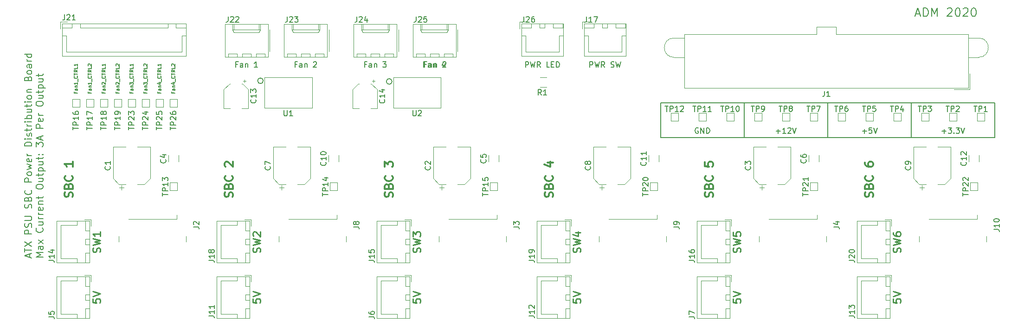
<source format=gbr>
%TF.GenerationSoftware,KiCad,Pcbnew,5.1.10*%
%TF.CreationDate,2021-09-07T22:11:19-04:00*%
%TF.ProjectId,Power Distribution Board Rock64,506f7765-7220-4446-9973-747269627574,rev?*%
%TF.SameCoordinates,Original*%
%TF.FileFunction,Legend,Top*%
%TF.FilePolarity,Positive*%
%FSLAX46Y46*%
G04 Gerber Fmt 4.6, Leading zero omitted, Abs format (unit mm)*
G04 Created by KiCad (PCBNEW 5.1.10) date 2021-09-07 22:11:19*
%MOMM*%
%LPD*%
G01*
G04 APERTURE LIST*
%ADD10C,0.150000*%
%ADD11C,0.300000*%
%ADD12C,0.139700*%
%ADD13C,0.203200*%
%ADD14C,0.254000*%
%ADD15C,0.120000*%
G04 APERTURE END LIST*
D10*
X79194166Y-146345595D02*
X79194166Y-145740833D01*
X79557023Y-146466547D02*
X78287023Y-146043214D01*
X79557023Y-145619880D01*
X78287023Y-145377976D02*
X78287023Y-144652261D01*
X79557023Y-145015119D02*
X78287023Y-145015119D01*
X78287023Y-144349880D02*
X79557023Y-143503214D01*
X78287023Y-143503214D02*
X79557023Y-144349880D01*
X79557023Y-142051785D02*
X78287023Y-142051785D01*
X78287023Y-141567976D01*
X78347500Y-141447023D01*
X78407976Y-141386547D01*
X78528928Y-141326071D01*
X78710357Y-141326071D01*
X78831309Y-141386547D01*
X78891785Y-141447023D01*
X78952261Y-141567976D01*
X78952261Y-142051785D01*
X79496547Y-140842261D02*
X79557023Y-140660833D01*
X79557023Y-140358452D01*
X79496547Y-140237500D01*
X79436071Y-140177023D01*
X79315119Y-140116547D01*
X79194166Y-140116547D01*
X79073214Y-140177023D01*
X79012738Y-140237500D01*
X78952261Y-140358452D01*
X78891785Y-140600357D01*
X78831309Y-140721309D01*
X78770833Y-140781785D01*
X78649880Y-140842261D01*
X78528928Y-140842261D01*
X78407976Y-140781785D01*
X78347500Y-140721309D01*
X78287023Y-140600357D01*
X78287023Y-140297976D01*
X78347500Y-140116547D01*
X78287023Y-139572261D02*
X79315119Y-139572261D01*
X79436071Y-139511785D01*
X79496547Y-139451309D01*
X79557023Y-139330357D01*
X79557023Y-139088452D01*
X79496547Y-138967500D01*
X79436071Y-138907023D01*
X79315119Y-138846547D01*
X78287023Y-138846547D01*
X79496547Y-137334642D02*
X79557023Y-137153214D01*
X79557023Y-136850833D01*
X79496547Y-136729880D01*
X79436071Y-136669404D01*
X79315119Y-136608928D01*
X79194166Y-136608928D01*
X79073214Y-136669404D01*
X79012738Y-136729880D01*
X78952261Y-136850833D01*
X78891785Y-137092738D01*
X78831309Y-137213690D01*
X78770833Y-137274166D01*
X78649880Y-137334642D01*
X78528928Y-137334642D01*
X78407976Y-137274166D01*
X78347500Y-137213690D01*
X78287023Y-137092738D01*
X78287023Y-136790357D01*
X78347500Y-136608928D01*
X78891785Y-135641309D02*
X78952261Y-135459880D01*
X79012738Y-135399404D01*
X79133690Y-135338928D01*
X79315119Y-135338928D01*
X79436071Y-135399404D01*
X79496547Y-135459880D01*
X79557023Y-135580833D01*
X79557023Y-136064642D01*
X78287023Y-136064642D01*
X78287023Y-135641309D01*
X78347500Y-135520357D01*
X78407976Y-135459880D01*
X78528928Y-135399404D01*
X78649880Y-135399404D01*
X78770833Y-135459880D01*
X78831309Y-135520357D01*
X78891785Y-135641309D01*
X78891785Y-136064642D01*
X79436071Y-134068928D02*
X79496547Y-134129404D01*
X79557023Y-134310833D01*
X79557023Y-134431785D01*
X79496547Y-134613214D01*
X79375595Y-134734166D01*
X79254642Y-134794642D01*
X79012738Y-134855119D01*
X78831309Y-134855119D01*
X78589404Y-134794642D01*
X78468452Y-134734166D01*
X78347500Y-134613214D01*
X78287023Y-134431785D01*
X78287023Y-134310833D01*
X78347500Y-134129404D01*
X78407976Y-134068928D01*
X79557023Y-132557023D02*
X78287023Y-132557023D01*
X78287023Y-132073214D01*
X78347500Y-131952261D01*
X78407976Y-131891785D01*
X78528928Y-131831309D01*
X78710357Y-131831309D01*
X78831309Y-131891785D01*
X78891785Y-131952261D01*
X78952261Y-132073214D01*
X78952261Y-132557023D01*
X79557023Y-131105595D02*
X79496547Y-131226547D01*
X79436071Y-131287023D01*
X79315119Y-131347500D01*
X78952261Y-131347500D01*
X78831309Y-131287023D01*
X78770833Y-131226547D01*
X78710357Y-131105595D01*
X78710357Y-130924166D01*
X78770833Y-130803214D01*
X78831309Y-130742738D01*
X78952261Y-130682261D01*
X79315119Y-130682261D01*
X79436071Y-130742738D01*
X79496547Y-130803214D01*
X79557023Y-130924166D01*
X79557023Y-131105595D01*
X78710357Y-130258928D02*
X79557023Y-130017023D01*
X78952261Y-129775119D01*
X79557023Y-129533214D01*
X78710357Y-129291309D01*
X79496547Y-128323690D02*
X79557023Y-128444642D01*
X79557023Y-128686547D01*
X79496547Y-128807500D01*
X79375595Y-128867976D01*
X78891785Y-128867976D01*
X78770833Y-128807500D01*
X78710357Y-128686547D01*
X78710357Y-128444642D01*
X78770833Y-128323690D01*
X78891785Y-128263214D01*
X79012738Y-128263214D01*
X79133690Y-128867976D01*
X79557023Y-127718928D02*
X78710357Y-127718928D01*
X78952261Y-127718928D02*
X78831309Y-127658452D01*
X78770833Y-127597976D01*
X78710357Y-127477023D01*
X78710357Y-127356071D01*
X79557023Y-125965119D02*
X78287023Y-125965119D01*
X78287023Y-125662738D01*
X78347500Y-125481309D01*
X78468452Y-125360357D01*
X78589404Y-125299880D01*
X78831309Y-125239404D01*
X79012738Y-125239404D01*
X79254642Y-125299880D01*
X79375595Y-125360357D01*
X79496547Y-125481309D01*
X79557023Y-125662738D01*
X79557023Y-125965119D01*
X79557023Y-124695119D02*
X78710357Y-124695119D01*
X78287023Y-124695119D02*
X78347500Y-124755595D01*
X78407976Y-124695119D01*
X78347500Y-124634642D01*
X78287023Y-124695119D01*
X78407976Y-124695119D01*
X79496547Y-124150833D02*
X79557023Y-124029880D01*
X79557023Y-123787976D01*
X79496547Y-123667023D01*
X79375595Y-123606547D01*
X79315119Y-123606547D01*
X79194166Y-123667023D01*
X79133690Y-123787976D01*
X79133690Y-123969404D01*
X79073214Y-124090357D01*
X78952261Y-124150833D01*
X78891785Y-124150833D01*
X78770833Y-124090357D01*
X78710357Y-123969404D01*
X78710357Y-123787976D01*
X78770833Y-123667023D01*
X78710357Y-123243690D02*
X78710357Y-122759880D01*
X78287023Y-123062261D02*
X79375595Y-123062261D01*
X79496547Y-123001785D01*
X79557023Y-122880833D01*
X79557023Y-122759880D01*
X79557023Y-122336547D02*
X78710357Y-122336547D01*
X78952261Y-122336547D02*
X78831309Y-122276071D01*
X78770833Y-122215595D01*
X78710357Y-122094642D01*
X78710357Y-121973690D01*
X79557023Y-121550357D02*
X78710357Y-121550357D01*
X78287023Y-121550357D02*
X78347500Y-121610833D01*
X78407976Y-121550357D01*
X78347500Y-121489880D01*
X78287023Y-121550357D01*
X78407976Y-121550357D01*
X79557023Y-120945595D02*
X78287023Y-120945595D01*
X78770833Y-120945595D02*
X78710357Y-120824642D01*
X78710357Y-120582738D01*
X78770833Y-120461785D01*
X78831309Y-120401309D01*
X78952261Y-120340833D01*
X79315119Y-120340833D01*
X79436071Y-120401309D01*
X79496547Y-120461785D01*
X79557023Y-120582738D01*
X79557023Y-120824642D01*
X79496547Y-120945595D01*
X78710357Y-119252261D02*
X79557023Y-119252261D01*
X78710357Y-119796547D02*
X79375595Y-119796547D01*
X79496547Y-119736071D01*
X79557023Y-119615119D01*
X79557023Y-119433690D01*
X79496547Y-119312738D01*
X79436071Y-119252261D01*
X78710357Y-118828928D02*
X78710357Y-118345119D01*
X78287023Y-118647500D02*
X79375595Y-118647500D01*
X79496547Y-118587023D01*
X79557023Y-118466071D01*
X79557023Y-118345119D01*
X79557023Y-117921785D02*
X78710357Y-117921785D01*
X78287023Y-117921785D02*
X78347500Y-117982261D01*
X78407976Y-117921785D01*
X78347500Y-117861309D01*
X78287023Y-117921785D01*
X78407976Y-117921785D01*
X79557023Y-117135595D02*
X79496547Y-117256547D01*
X79436071Y-117317023D01*
X79315119Y-117377500D01*
X78952261Y-117377500D01*
X78831309Y-117317023D01*
X78770833Y-117256547D01*
X78710357Y-117135595D01*
X78710357Y-116954166D01*
X78770833Y-116833214D01*
X78831309Y-116772738D01*
X78952261Y-116712261D01*
X79315119Y-116712261D01*
X79436071Y-116772738D01*
X79496547Y-116833214D01*
X79557023Y-116954166D01*
X79557023Y-117135595D01*
X78710357Y-116167976D02*
X79557023Y-116167976D01*
X78831309Y-116167976D02*
X78770833Y-116107500D01*
X78710357Y-115986547D01*
X78710357Y-115805119D01*
X78770833Y-115684166D01*
X78891785Y-115623690D01*
X79557023Y-115623690D01*
X78891785Y-113627976D02*
X78952261Y-113446547D01*
X79012738Y-113386071D01*
X79133690Y-113325595D01*
X79315119Y-113325595D01*
X79436071Y-113386071D01*
X79496547Y-113446547D01*
X79557023Y-113567500D01*
X79557023Y-114051309D01*
X78287023Y-114051309D01*
X78287023Y-113627976D01*
X78347500Y-113507023D01*
X78407976Y-113446547D01*
X78528928Y-113386071D01*
X78649880Y-113386071D01*
X78770833Y-113446547D01*
X78831309Y-113507023D01*
X78891785Y-113627976D01*
X78891785Y-114051309D01*
X79557023Y-112599880D02*
X79496547Y-112720833D01*
X79436071Y-112781309D01*
X79315119Y-112841785D01*
X78952261Y-112841785D01*
X78831309Y-112781309D01*
X78770833Y-112720833D01*
X78710357Y-112599880D01*
X78710357Y-112418452D01*
X78770833Y-112297500D01*
X78831309Y-112237023D01*
X78952261Y-112176547D01*
X79315119Y-112176547D01*
X79436071Y-112237023D01*
X79496547Y-112297500D01*
X79557023Y-112418452D01*
X79557023Y-112599880D01*
X79557023Y-111087976D02*
X78891785Y-111087976D01*
X78770833Y-111148452D01*
X78710357Y-111269404D01*
X78710357Y-111511309D01*
X78770833Y-111632261D01*
X79496547Y-111087976D02*
X79557023Y-111208928D01*
X79557023Y-111511309D01*
X79496547Y-111632261D01*
X79375595Y-111692738D01*
X79254642Y-111692738D01*
X79133690Y-111632261D01*
X79073214Y-111511309D01*
X79073214Y-111208928D01*
X79012738Y-111087976D01*
X79557023Y-110483214D02*
X78710357Y-110483214D01*
X78952261Y-110483214D02*
X78831309Y-110422738D01*
X78770833Y-110362261D01*
X78710357Y-110241309D01*
X78710357Y-110120357D01*
X79557023Y-109152738D02*
X78287023Y-109152738D01*
X79496547Y-109152738D02*
X79557023Y-109273690D01*
X79557023Y-109515595D01*
X79496547Y-109636547D01*
X79436071Y-109697023D01*
X79315119Y-109757500D01*
X78952261Y-109757500D01*
X78831309Y-109697023D01*
X78770833Y-109636547D01*
X78710357Y-109515595D01*
X78710357Y-109273690D01*
X78770833Y-109152738D01*
X81612023Y-146285119D02*
X80342023Y-146285119D01*
X81249166Y-145861785D01*
X80342023Y-145438452D01*
X81612023Y-145438452D01*
X81612023Y-144289404D02*
X80946785Y-144289404D01*
X80825833Y-144349880D01*
X80765357Y-144470833D01*
X80765357Y-144712738D01*
X80825833Y-144833690D01*
X81551547Y-144289404D02*
X81612023Y-144410357D01*
X81612023Y-144712738D01*
X81551547Y-144833690D01*
X81430595Y-144894166D01*
X81309642Y-144894166D01*
X81188690Y-144833690D01*
X81128214Y-144712738D01*
X81128214Y-144410357D01*
X81067738Y-144289404D01*
X81612023Y-143805595D02*
X80765357Y-143140357D01*
X80765357Y-143805595D02*
X81612023Y-143140357D01*
X81491071Y-140963214D02*
X81551547Y-141023690D01*
X81612023Y-141205119D01*
X81612023Y-141326071D01*
X81551547Y-141507500D01*
X81430595Y-141628452D01*
X81309642Y-141688928D01*
X81067738Y-141749404D01*
X80886309Y-141749404D01*
X80644404Y-141688928D01*
X80523452Y-141628452D01*
X80402500Y-141507500D01*
X80342023Y-141326071D01*
X80342023Y-141205119D01*
X80402500Y-141023690D01*
X80462976Y-140963214D01*
X80765357Y-139874642D02*
X81612023Y-139874642D01*
X80765357Y-140418928D02*
X81430595Y-140418928D01*
X81551547Y-140358452D01*
X81612023Y-140237500D01*
X81612023Y-140056071D01*
X81551547Y-139935119D01*
X81491071Y-139874642D01*
X81612023Y-139269880D02*
X80765357Y-139269880D01*
X81007261Y-139269880D02*
X80886309Y-139209404D01*
X80825833Y-139148928D01*
X80765357Y-139027976D01*
X80765357Y-138907023D01*
X81612023Y-138483690D02*
X80765357Y-138483690D01*
X81007261Y-138483690D02*
X80886309Y-138423214D01*
X80825833Y-138362738D01*
X80765357Y-138241785D01*
X80765357Y-138120833D01*
X81551547Y-137213690D02*
X81612023Y-137334642D01*
X81612023Y-137576547D01*
X81551547Y-137697500D01*
X81430595Y-137757976D01*
X80946785Y-137757976D01*
X80825833Y-137697500D01*
X80765357Y-137576547D01*
X80765357Y-137334642D01*
X80825833Y-137213690D01*
X80946785Y-137153214D01*
X81067738Y-137153214D01*
X81188690Y-137757976D01*
X80765357Y-136608928D02*
X81612023Y-136608928D01*
X80886309Y-136608928D02*
X80825833Y-136548452D01*
X80765357Y-136427500D01*
X80765357Y-136246071D01*
X80825833Y-136125119D01*
X80946785Y-136064642D01*
X81612023Y-136064642D01*
X80765357Y-135641309D02*
X80765357Y-135157500D01*
X80342023Y-135459880D02*
X81430595Y-135459880D01*
X81551547Y-135399404D01*
X81612023Y-135278452D01*
X81612023Y-135157500D01*
X80342023Y-133524642D02*
X80342023Y-133282738D01*
X80402500Y-133161785D01*
X80523452Y-133040833D01*
X80765357Y-132980357D01*
X81188690Y-132980357D01*
X81430595Y-133040833D01*
X81551547Y-133161785D01*
X81612023Y-133282738D01*
X81612023Y-133524642D01*
X81551547Y-133645595D01*
X81430595Y-133766547D01*
X81188690Y-133827023D01*
X80765357Y-133827023D01*
X80523452Y-133766547D01*
X80402500Y-133645595D01*
X80342023Y-133524642D01*
X80765357Y-131891785D02*
X81612023Y-131891785D01*
X80765357Y-132436071D02*
X81430595Y-132436071D01*
X81551547Y-132375595D01*
X81612023Y-132254642D01*
X81612023Y-132073214D01*
X81551547Y-131952261D01*
X81491071Y-131891785D01*
X80765357Y-131468452D02*
X80765357Y-130984642D01*
X80342023Y-131287023D02*
X81430595Y-131287023D01*
X81551547Y-131226547D01*
X81612023Y-131105595D01*
X81612023Y-130984642D01*
X80765357Y-130561309D02*
X82035357Y-130561309D01*
X80825833Y-130561309D02*
X80765357Y-130440357D01*
X80765357Y-130198452D01*
X80825833Y-130077500D01*
X80886309Y-130017023D01*
X81007261Y-129956547D01*
X81370119Y-129956547D01*
X81491071Y-130017023D01*
X81551547Y-130077500D01*
X81612023Y-130198452D01*
X81612023Y-130440357D01*
X81551547Y-130561309D01*
X80765357Y-128867976D02*
X81612023Y-128867976D01*
X80765357Y-129412261D02*
X81430595Y-129412261D01*
X81551547Y-129351785D01*
X81612023Y-129230833D01*
X81612023Y-129049404D01*
X81551547Y-128928452D01*
X81491071Y-128867976D01*
X80765357Y-128444642D02*
X80765357Y-127960833D01*
X80342023Y-128263214D02*
X81430595Y-128263214D01*
X81551547Y-128202738D01*
X81612023Y-128081785D01*
X81612023Y-127960833D01*
X81491071Y-127537500D02*
X81551547Y-127477023D01*
X81612023Y-127537500D01*
X81551547Y-127597976D01*
X81491071Y-127537500D01*
X81612023Y-127537500D01*
X80825833Y-127537500D02*
X80886309Y-127477023D01*
X80946785Y-127537500D01*
X80886309Y-127597976D01*
X80825833Y-127537500D01*
X80946785Y-127537500D01*
X80342023Y-126086071D02*
X80342023Y-125299880D01*
X80825833Y-125723214D01*
X80825833Y-125541785D01*
X80886309Y-125420833D01*
X80946785Y-125360357D01*
X81067738Y-125299880D01*
X81370119Y-125299880D01*
X81491071Y-125360357D01*
X81551547Y-125420833D01*
X81612023Y-125541785D01*
X81612023Y-125904642D01*
X81551547Y-126025595D01*
X81491071Y-126086071D01*
X81249166Y-124816071D02*
X81249166Y-124211309D01*
X81612023Y-124937023D02*
X80342023Y-124513690D01*
X81612023Y-124090357D01*
X81612023Y-122699404D02*
X80342023Y-122699404D01*
X80342023Y-122215595D01*
X80402500Y-122094642D01*
X80462976Y-122034166D01*
X80583928Y-121973690D01*
X80765357Y-121973690D01*
X80886309Y-122034166D01*
X80946785Y-122094642D01*
X81007261Y-122215595D01*
X81007261Y-122699404D01*
X81551547Y-120945595D02*
X81612023Y-121066547D01*
X81612023Y-121308452D01*
X81551547Y-121429404D01*
X81430595Y-121489880D01*
X80946785Y-121489880D01*
X80825833Y-121429404D01*
X80765357Y-121308452D01*
X80765357Y-121066547D01*
X80825833Y-120945595D01*
X80946785Y-120885119D01*
X81067738Y-120885119D01*
X81188690Y-121489880D01*
X81612023Y-120340833D02*
X80765357Y-120340833D01*
X81007261Y-120340833D02*
X80886309Y-120280357D01*
X80825833Y-120219880D01*
X80765357Y-120098928D01*
X80765357Y-119977976D01*
X80342023Y-118345119D02*
X80342023Y-118103214D01*
X80402500Y-117982261D01*
X80523452Y-117861309D01*
X80765357Y-117800833D01*
X81188690Y-117800833D01*
X81430595Y-117861309D01*
X81551547Y-117982261D01*
X81612023Y-118103214D01*
X81612023Y-118345119D01*
X81551547Y-118466071D01*
X81430595Y-118587023D01*
X81188690Y-118647500D01*
X80765357Y-118647500D01*
X80523452Y-118587023D01*
X80402500Y-118466071D01*
X80342023Y-118345119D01*
X80765357Y-116712261D02*
X81612023Y-116712261D01*
X80765357Y-117256547D02*
X81430595Y-117256547D01*
X81551547Y-117196071D01*
X81612023Y-117075119D01*
X81612023Y-116893690D01*
X81551547Y-116772738D01*
X81491071Y-116712261D01*
X80765357Y-116288928D02*
X80765357Y-115805119D01*
X80342023Y-116107500D02*
X81430595Y-116107500D01*
X81551547Y-116047023D01*
X81612023Y-115926071D01*
X81612023Y-115805119D01*
X80765357Y-115381785D02*
X82035357Y-115381785D01*
X80825833Y-115381785D02*
X80765357Y-115260833D01*
X80765357Y-115018928D01*
X80825833Y-114897976D01*
X80886309Y-114837500D01*
X81007261Y-114777023D01*
X81370119Y-114777023D01*
X81491071Y-114837500D01*
X81551547Y-114897976D01*
X81612023Y-115018928D01*
X81612023Y-115260833D01*
X81551547Y-115381785D01*
X80765357Y-113688452D02*
X81612023Y-113688452D01*
X80765357Y-114232738D02*
X81430595Y-114232738D01*
X81551547Y-114172261D01*
X81612023Y-114051309D01*
X81612023Y-113869880D01*
X81551547Y-113748928D01*
X81491071Y-113688452D01*
X80765357Y-113265119D02*
X80765357Y-112781309D01*
X80342023Y-113083690D02*
X81430595Y-113083690D01*
X81551547Y-113023214D01*
X81612023Y-112902261D01*
X81612023Y-112781309D01*
X240900857Y-101854000D02*
X241626571Y-101854000D01*
X240755714Y-102289428D02*
X241263714Y-100765428D01*
X241771714Y-102289428D01*
X242279714Y-102289428D02*
X242279714Y-100765428D01*
X242642571Y-100765428D01*
X242860285Y-100838000D01*
X243005428Y-100983142D01*
X243078000Y-101128285D01*
X243150571Y-101418571D01*
X243150571Y-101636285D01*
X243078000Y-101926571D01*
X243005428Y-102071714D01*
X242860285Y-102216857D01*
X242642571Y-102289428D01*
X242279714Y-102289428D01*
X243803714Y-102289428D02*
X243803714Y-100765428D01*
X244311714Y-101854000D01*
X244819714Y-100765428D01*
X244819714Y-102289428D01*
X246634000Y-100910571D02*
X246706571Y-100838000D01*
X246851714Y-100765428D01*
X247214571Y-100765428D01*
X247359714Y-100838000D01*
X247432285Y-100910571D01*
X247504857Y-101055714D01*
X247504857Y-101200857D01*
X247432285Y-101418571D01*
X246561428Y-102289428D01*
X247504857Y-102289428D01*
X248448285Y-100765428D02*
X248593428Y-100765428D01*
X248738571Y-100838000D01*
X248811142Y-100910571D01*
X248883714Y-101055714D01*
X248956285Y-101346000D01*
X248956285Y-101708857D01*
X248883714Y-101999142D01*
X248811142Y-102144285D01*
X248738571Y-102216857D01*
X248593428Y-102289428D01*
X248448285Y-102289428D01*
X248303142Y-102216857D01*
X248230571Y-102144285D01*
X248158000Y-101999142D01*
X248085428Y-101708857D01*
X248085428Y-101346000D01*
X248158000Y-101055714D01*
X248230571Y-100910571D01*
X248303142Y-100838000D01*
X248448285Y-100765428D01*
X249536857Y-100910571D02*
X249609428Y-100838000D01*
X249754571Y-100765428D01*
X250117428Y-100765428D01*
X250262571Y-100838000D01*
X250335142Y-100910571D01*
X250407714Y-101055714D01*
X250407714Y-101200857D01*
X250335142Y-101418571D01*
X249464285Y-102289428D01*
X250407714Y-102289428D01*
X251351142Y-100765428D02*
X251496285Y-100765428D01*
X251641428Y-100838000D01*
X251714000Y-100910571D01*
X251786571Y-101055714D01*
X251859142Y-101346000D01*
X251859142Y-101708857D01*
X251786571Y-101999142D01*
X251714000Y-102144285D01*
X251641428Y-102216857D01*
X251496285Y-102289428D01*
X251351142Y-102289428D01*
X251206000Y-102216857D01*
X251133428Y-102144285D01*
X251060857Y-101999142D01*
X250988285Y-101708857D01*
X250988285Y-101346000D01*
X251060857Y-101055714D01*
X251133428Y-100910571D01*
X251206000Y-100838000D01*
X251351142Y-100765428D01*
D11*
X233017142Y-135294285D02*
X233088571Y-135080000D01*
X233088571Y-134722857D01*
X233017142Y-134580000D01*
X232945714Y-134508571D01*
X232802857Y-134437142D01*
X232660000Y-134437142D01*
X232517142Y-134508571D01*
X232445714Y-134580000D01*
X232374285Y-134722857D01*
X232302857Y-135008571D01*
X232231428Y-135151428D01*
X232160000Y-135222857D01*
X232017142Y-135294285D01*
X231874285Y-135294285D01*
X231731428Y-135222857D01*
X231660000Y-135151428D01*
X231588571Y-135008571D01*
X231588571Y-134651428D01*
X231660000Y-134437142D01*
X232302857Y-133294285D02*
X232374285Y-133080000D01*
X232445714Y-133008571D01*
X232588571Y-132937142D01*
X232802857Y-132937142D01*
X232945714Y-133008571D01*
X233017142Y-133080000D01*
X233088571Y-133222857D01*
X233088571Y-133794285D01*
X231588571Y-133794285D01*
X231588571Y-133294285D01*
X231660000Y-133151428D01*
X231731428Y-133080000D01*
X231874285Y-133008571D01*
X232017142Y-133008571D01*
X232160000Y-133080000D01*
X232231428Y-133151428D01*
X232302857Y-133294285D01*
X232302857Y-133794285D01*
X232945714Y-131437142D02*
X233017142Y-131508571D01*
X233088571Y-131722857D01*
X233088571Y-131865714D01*
X233017142Y-132080000D01*
X232874285Y-132222857D01*
X232731428Y-132294285D01*
X232445714Y-132365714D01*
X232231428Y-132365714D01*
X231945714Y-132294285D01*
X231802857Y-132222857D01*
X231660000Y-132080000D01*
X231588571Y-131865714D01*
X231588571Y-131722857D01*
X231660000Y-131508571D01*
X231731428Y-131437142D01*
X231588571Y-129008571D02*
X231588571Y-129294285D01*
X231660000Y-129437142D01*
X231731428Y-129508571D01*
X231945714Y-129651428D01*
X232231428Y-129722857D01*
X232802857Y-129722857D01*
X232945714Y-129651428D01*
X233017142Y-129580000D01*
X233088571Y-129437142D01*
X233088571Y-129151428D01*
X233017142Y-129008571D01*
X232945714Y-128937142D01*
X232802857Y-128865714D01*
X232445714Y-128865714D01*
X232302857Y-128937142D01*
X232231428Y-129008571D01*
X232160000Y-129151428D01*
X232160000Y-129437142D01*
X232231428Y-129580000D01*
X232302857Y-129651428D01*
X232445714Y-129722857D01*
X203807142Y-135294285D02*
X203878571Y-135080000D01*
X203878571Y-134722857D01*
X203807142Y-134580000D01*
X203735714Y-134508571D01*
X203592857Y-134437142D01*
X203450000Y-134437142D01*
X203307142Y-134508571D01*
X203235714Y-134580000D01*
X203164285Y-134722857D01*
X203092857Y-135008571D01*
X203021428Y-135151428D01*
X202950000Y-135222857D01*
X202807142Y-135294285D01*
X202664285Y-135294285D01*
X202521428Y-135222857D01*
X202450000Y-135151428D01*
X202378571Y-135008571D01*
X202378571Y-134651428D01*
X202450000Y-134437142D01*
X203092857Y-133294285D02*
X203164285Y-133080000D01*
X203235714Y-133008571D01*
X203378571Y-132937142D01*
X203592857Y-132937142D01*
X203735714Y-133008571D01*
X203807142Y-133080000D01*
X203878571Y-133222857D01*
X203878571Y-133794285D01*
X202378571Y-133794285D01*
X202378571Y-133294285D01*
X202450000Y-133151428D01*
X202521428Y-133080000D01*
X202664285Y-133008571D01*
X202807142Y-133008571D01*
X202950000Y-133080000D01*
X203021428Y-133151428D01*
X203092857Y-133294285D01*
X203092857Y-133794285D01*
X203735714Y-131437142D02*
X203807142Y-131508571D01*
X203878571Y-131722857D01*
X203878571Y-131865714D01*
X203807142Y-132080000D01*
X203664285Y-132222857D01*
X203521428Y-132294285D01*
X203235714Y-132365714D01*
X203021428Y-132365714D01*
X202735714Y-132294285D01*
X202592857Y-132222857D01*
X202450000Y-132080000D01*
X202378571Y-131865714D01*
X202378571Y-131722857D01*
X202450000Y-131508571D01*
X202521428Y-131437142D01*
X202378571Y-128937142D02*
X202378571Y-129651428D01*
X203092857Y-129722857D01*
X203021428Y-129651428D01*
X202950000Y-129508571D01*
X202950000Y-129151428D01*
X203021428Y-129008571D01*
X203092857Y-128937142D01*
X203235714Y-128865714D01*
X203592857Y-128865714D01*
X203735714Y-128937142D01*
X203807142Y-129008571D01*
X203878571Y-129151428D01*
X203878571Y-129508571D01*
X203807142Y-129651428D01*
X203735714Y-129722857D01*
X174597142Y-135294285D02*
X174668571Y-135080000D01*
X174668571Y-134722857D01*
X174597142Y-134580000D01*
X174525714Y-134508571D01*
X174382857Y-134437142D01*
X174240000Y-134437142D01*
X174097142Y-134508571D01*
X174025714Y-134580000D01*
X173954285Y-134722857D01*
X173882857Y-135008571D01*
X173811428Y-135151428D01*
X173740000Y-135222857D01*
X173597142Y-135294285D01*
X173454285Y-135294285D01*
X173311428Y-135222857D01*
X173240000Y-135151428D01*
X173168571Y-135008571D01*
X173168571Y-134651428D01*
X173240000Y-134437142D01*
X173882857Y-133294285D02*
X173954285Y-133080000D01*
X174025714Y-133008571D01*
X174168571Y-132937142D01*
X174382857Y-132937142D01*
X174525714Y-133008571D01*
X174597142Y-133080000D01*
X174668571Y-133222857D01*
X174668571Y-133794285D01*
X173168571Y-133794285D01*
X173168571Y-133294285D01*
X173240000Y-133151428D01*
X173311428Y-133080000D01*
X173454285Y-133008571D01*
X173597142Y-133008571D01*
X173740000Y-133080000D01*
X173811428Y-133151428D01*
X173882857Y-133294285D01*
X173882857Y-133794285D01*
X174525714Y-131437142D02*
X174597142Y-131508571D01*
X174668571Y-131722857D01*
X174668571Y-131865714D01*
X174597142Y-132080000D01*
X174454285Y-132222857D01*
X174311428Y-132294285D01*
X174025714Y-132365714D01*
X173811428Y-132365714D01*
X173525714Y-132294285D01*
X173382857Y-132222857D01*
X173240000Y-132080000D01*
X173168571Y-131865714D01*
X173168571Y-131722857D01*
X173240000Y-131508571D01*
X173311428Y-131437142D01*
X173668571Y-129008571D02*
X174668571Y-129008571D01*
X173097142Y-129365714D02*
X174168571Y-129722857D01*
X174168571Y-128794285D01*
X145387142Y-135294285D02*
X145458571Y-135080000D01*
X145458571Y-134722857D01*
X145387142Y-134580000D01*
X145315714Y-134508571D01*
X145172857Y-134437142D01*
X145030000Y-134437142D01*
X144887142Y-134508571D01*
X144815714Y-134580000D01*
X144744285Y-134722857D01*
X144672857Y-135008571D01*
X144601428Y-135151428D01*
X144530000Y-135222857D01*
X144387142Y-135294285D01*
X144244285Y-135294285D01*
X144101428Y-135222857D01*
X144030000Y-135151428D01*
X143958571Y-135008571D01*
X143958571Y-134651428D01*
X144030000Y-134437142D01*
X144672857Y-133294285D02*
X144744285Y-133080000D01*
X144815714Y-133008571D01*
X144958571Y-132937142D01*
X145172857Y-132937142D01*
X145315714Y-133008571D01*
X145387142Y-133080000D01*
X145458571Y-133222857D01*
X145458571Y-133794285D01*
X143958571Y-133794285D01*
X143958571Y-133294285D01*
X144030000Y-133151428D01*
X144101428Y-133080000D01*
X144244285Y-133008571D01*
X144387142Y-133008571D01*
X144530000Y-133080000D01*
X144601428Y-133151428D01*
X144672857Y-133294285D01*
X144672857Y-133794285D01*
X145315714Y-131437142D02*
X145387142Y-131508571D01*
X145458571Y-131722857D01*
X145458571Y-131865714D01*
X145387142Y-132080000D01*
X145244285Y-132222857D01*
X145101428Y-132294285D01*
X144815714Y-132365714D01*
X144601428Y-132365714D01*
X144315714Y-132294285D01*
X144172857Y-132222857D01*
X144030000Y-132080000D01*
X143958571Y-131865714D01*
X143958571Y-131722857D01*
X144030000Y-131508571D01*
X144101428Y-131437142D01*
X143958571Y-129794285D02*
X143958571Y-128865714D01*
X144530000Y-129365714D01*
X144530000Y-129151428D01*
X144601428Y-129008571D01*
X144672857Y-128937142D01*
X144815714Y-128865714D01*
X145172857Y-128865714D01*
X145315714Y-128937142D01*
X145387142Y-129008571D01*
X145458571Y-129151428D01*
X145458571Y-129580000D01*
X145387142Y-129722857D01*
X145315714Y-129794285D01*
X116177142Y-135294285D02*
X116248571Y-135080000D01*
X116248571Y-134722857D01*
X116177142Y-134580000D01*
X116105714Y-134508571D01*
X115962857Y-134437142D01*
X115820000Y-134437142D01*
X115677142Y-134508571D01*
X115605714Y-134580000D01*
X115534285Y-134722857D01*
X115462857Y-135008571D01*
X115391428Y-135151428D01*
X115320000Y-135222857D01*
X115177142Y-135294285D01*
X115034285Y-135294285D01*
X114891428Y-135222857D01*
X114820000Y-135151428D01*
X114748571Y-135008571D01*
X114748571Y-134651428D01*
X114820000Y-134437142D01*
X115462857Y-133294285D02*
X115534285Y-133080000D01*
X115605714Y-133008571D01*
X115748571Y-132937142D01*
X115962857Y-132937142D01*
X116105714Y-133008571D01*
X116177142Y-133080000D01*
X116248571Y-133222857D01*
X116248571Y-133794285D01*
X114748571Y-133794285D01*
X114748571Y-133294285D01*
X114820000Y-133151428D01*
X114891428Y-133080000D01*
X115034285Y-133008571D01*
X115177142Y-133008571D01*
X115320000Y-133080000D01*
X115391428Y-133151428D01*
X115462857Y-133294285D01*
X115462857Y-133794285D01*
X116105714Y-131437142D02*
X116177142Y-131508571D01*
X116248571Y-131722857D01*
X116248571Y-131865714D01*
X116177142Y-132080000D01*
X116034285Y-132222857D01*
X115891428Y-132294285D01*
X115605714Y-132365714D01*
X115391428Y-132365714D01*
X115105714Y-132294285D01*
X114962857Y-132222857D01*
X114820000Y-132080000D01*
X114748571Y-131865714D01*
X114748571Y-131722857D01*
X114820000Y-131508571D01*
X114891428Y-131437142D01*
X114891428Y-129722857D02*
X114820000Y-129651428D01*
X114748571Y-129508571D01*
X114748571Y-129151428D01*
X114820000Y-129008571D01*
X114891428Y-128937142D01*
X115034285Y-128865714D01*
X115177142Y-128865714D01*
X115391428Y-128937142D01*
X116248571Y-129794285D01*
X116248571Y-128865714D01*
X86967142Y-135294285D02*
X87038571Y-135080000D01*
X87038571Y-134722857D01*
X86967142Y-134580000D01*
X86895714Y-134508571D01*
X86752857Y-134437142D01*
X86610000Y-134437142D01*
X86467142Y-134508571D01*
X86395714Y-134580000D01*
X86324285Y-134722857D01*
X86252857Y-135008571D01*
X86181428Y-135151428D01*
X86110000Y-135222857D01*
X85967142Y-135294285D01*
X85824285Y-135294285D01*
X85681428Y-135222857D01*
X85610000Y-135151428D01*
X85538571Y-135008571D01*
X85538571Y-134651428D01*
X85610000Y-134437142D01*
X86252857Y-133294285D02*
X86324285Y-133080000D01*
X86395714Y-133008571D01*
X86538571Y-132937142D01*
X86752857Y-132937142D01*
X86895714Y-133008571D01*
X86967142Y-133080000D01*
X87038571Y-133222857D01*
X87038571Y-133794285D01*
X85538571Y-133794285D01*
X85538571Y-133294285D01*
X85610000Y-133151428D01*
X85681428Y-133080000D01*
X85824285Y-133008571D01*
X85967142Y-133008571D01*
X86110000Y-133080000D01*
X86181428Y-133151428D01*
X86252857Y-133294285D01*
X86252857Y-133794285D01*
X86895714Y-131437142D02*
X86967142Y-131508571D01*
X87038571Y-131722857D01*
X87038571Y-131865714D01*
X86967142Y-132080000D01*
X86824285Y-132222857D01*
X86681428Y-132294285D01*
X86395714Y-132365714D01*
X86181428Y-132365714D01*
X85895714Y-132294285D01*
X85752857Y-132222857D01*
X85610000Y-132080000D01*
X85538571Y-131865714D01*
X85538571Y-131722857D01*
X85610000Y-131508571D01*
X85681428Y-131437142D01*
X87038571Y-128865714D02*
X87038571Y-129722857D01*
X87038571Y-129294285D02*
X85538571Y-129294285D01*
X85752857Y-129437142D01*
X85895714Y-129580000D01*
X85967142Y-129722857D01*
D10*
X151542952Y-111053571D02*
X151209619Y-111053571D01*
X151209619Y-111577380D02*
X151209619Y-110577380D01*
X151685809Y-110577380D01*
X152495333Y-111577380D02*
X152495333Y-111053571D01*
X152447714Y-110958333D01*
X152352476Y-110910714D01*
X152162000Y-110910714D01*
X152066761Y-110958333D01*
X152495333Y-111529761D02*
X152400095Y-111577380D01*
X152162000Y-111577380D01*
X152066761Y-111529761D01*
X152019142Y-111434523D01*
X152019142Y-111339285D01*
X152066761Y-111244047D01*
X152162000Y-111196428D01*
X152400095Y-111196428D01*
X152495333Y-111148809D01*
X152971523Y-110910714D02*
X152971523Y-111577380D01*
X152971523Y-111005952D02*
X153019142Y-110958333D01*
X153114380Y-110910714D01*
X153257238Y-110910714D01*
X153352476Y-110958333D01*
X153400095Y-111053571D01*
X153400095Y-111577380D01*
X154590571Y-110672619D02*
X154638190Y-110625000D01*
X154733428Y-110577380D01*
X154971523Y-110577380D01*
X155066761Y-110625000D01*
X155114380Y-110672619D01*
X155162000Y-110767857D01*
X155162000Y-110863095D01*
X155114380Y-111005952D01*
X154542952Y-111577380D01*
X155162000Y-111577380D01*
X181388095Y-111577380D02*
X181388095Y-110577380D01*
X181769047Y-110577380D01*
X181864285Y-110625000D01*
X181911904Y-110672619D01*
X181959523Y-110767857D01*
X181959523Y-110910714D01*
X181911904Y-111005952D01*
X181864285Y-111053571D01*
X181769047Y-111101190D01*
X181388095Y-111101190D01*
X182292857Y-110577380D02*
X182530952Y-111577380D01*
X182721428Y-110863095D01*
X182911904Y-111577380D01*
X183150000Y-110577380D01*
X184102380Y-111577380D02*
X183769047Y-111101190D01*
X183530952Y-111577380D02*
X183530952Y-110577380D01*
X183911904Y-110577380D01*
X184007142Y-110625000D01*
X184054761Y-110672619D01*
X184102380Y-110767857D01*
X184102380Y-110910714D01*
X184054761Y-111005952D01*
X184007142Y-111053571D01*
X183911904Y-111101190D01*
X183530952Y-111101190D01*
X185245238Y-111529761D02*
X185388095Y-111577380D01*
X185626190Y-111577380D01*
X185721428Y-111529761D01*
X185769047Y-111482142D01*
X185816666Y-111386904D01*
X185816666Y-111291666D01*
X185769047Y-111196428D01*
X185721428Y-111148809D01*
X185626190Y-111101190D01*
X185435714Y-111053571D01*
X185340476Y-111005952D01*
X185292857Y-110958333D01*
X185245238Y-110863095D01*
X185245238Y-110767857D01*
X185292857Y-110672619D01*
X185340476Y-110625000D01*
X185435714Y-110577380D01*
X185673809Y-110577380D01*
X185816666Y-110625000D01*
X186150000Y-110577380D02*
X186388095Y-111577380D01*
X186578571Y-110863095D01*
X186769047Y-111577380D01*
X187007142Y-110577380D01*
X169648571Y-111577380D02*
X169648571Y-110577380D01*
X170029523Y-110577380D01*
X170124761Y-110625000D01*
X170172380Y-110672619D01*
X170220000Y-110767857D01*
X170220000Y-110910714D01*
X170172380Y-111005952D01*
X170124761Y-111053571D01*
X170029523Y-111101190D01*
X169648571Y-111101190D01*
X170553333Y-110577380D02*
X170791428Y-111577380D01*
X170981904Y-110863095D01*
X171172380Y-111577380D01*
X171410476Y-110577380D01*
X172362857Y-111577380D02*
X172029523Y-111101190D01*
X171791428Y-111577380D02*
X171791428Y-110577380D01*
X172172380Y-110577380D01*
X172267619Y-110625000D01*
X172315238Y-110672619D01*
X172362857Y-110767857D01*
X172362857Y-110910714D01*
X172315238Y-111005952D01*
X172267619Y-111053571D01*
X172172380Y-111101190D01*
X171791428Y-111101190D01*
X174029523Y-111577380D02*
X173553333Y-111577380D01*
X173553333Y-110577380D01*
X174362857Y-111053571D02*
X174696190Y-111053571D01*
X174839047Y-111577380D02*
X174362857Y-111577380D01*
X174362857Y-110577380D01*
X174839047Y-110577380D01*
X175267619Y-111577380D02*
X175267619Y-110577380D01*
X175505714Y-110577380D01*
X175648571Y-110625000D01*
X175743809Y-110720238D01*
X175791428Y-110815476D01*
X175839047Y-111005952D01*
X175839047Y-111148809D01*
X175791428Y-111339285D01*
X175743809Y-111434523D01*
X175648571Y-111529761D01*
X175505714Y-111577380D01*
X175267619Y-111577380D01*
D12*
X105364642Y-116129404D02*
X105364642Y-116341071D01*
X105697261Y-116341071D02*
X105062261Y-116341071D01*
X105062261Y-116038690D01*
X105697261Y-115524642D02*
X105364642Y-115524642D01*
X105304166Y-115554880D01*
X105273928Y-115615357D01*
X105273928Y-115736309D01*
X105304166Y-115796785D01*
X105667023Y-115524642D02*
X105697261Y-115585119D01*
X105697261Y-115736309D01*
X105667023Y-115796785D01*
X105606547Y-115827023D01*
X105546071Y-115827023D01*
X105485595Y-115796785D01*
X105455357Y-115736309D01*
X105455357Y-115585119D01*
X105425119Y-115524642D01*
X105273928Y-115222261D02*
X105697261Y-115222261D01*
X105334404Y-115222261D02*
X105304166Y-115192023D01*
X105273928Y-115131547D01*
X105273928Y-115040833D01*
X105304166Y-114980357D01*
X105364642Y-114950119D01*
X105697261Y-114950119D01*
X105273928Y-114375595D02*
X105697261Y-114375595D01*
X105032023Y-114526785D02*
X105485595Y-114677976D01*
X105485595Y-114284880D01*
X105757738Y-114194166D02*
X105757738Y-113710357D01*
X105636785Y-113196309D02*
X105667023Y-113226547D01*
X105697261Y-113317261D01*
X105697261Y-113377738D01*
X105667023Y-113468452D01*
X105606547Y-113528928D01*
X105546071Y-113559166D01*
X105425119Y-113589404D01*
X105334404Y-113589404D01*
X105213452Y-113559166D01*
X105152976Y-113528928D01*
X105092500Y-113468452D01*
X105062261Y-113377738D01*
X105062261Y-113317261D01*
X105092500Y-113226547D01*
X105122738Y-113196309D01*
X105062261Y-113014880D02*
X105062261Y-112652023D01*
X105697261Y-112833452D02*
X105062261Y-112833452D01*
X105697261Y-112077500D02*
X105394880Y-112289166D01*
X105697261Y-112440357D02*
X105062261Y-112440357D01*
X105062261Y-112198452D01*
X105092500Y-112137976D01*
X105122738Y-112107738D01*
X105183214Y-112077500D01*
X105273928Y-112077500D01*
X105334404Y-112107738D01*
X105364642Y-112137976D01*
X105394880Y-112198452D01*
X105394880Y-112440357D01*
X105697261Y-111502976D02*
X105697261Y-111805357D01*
X105062261Y-111805357D01*
X105122738Y-111321547D02*
X105092500Y-111291309D01*
X105062261Y-111230833D01*
X105062261Y-111079642D01*
X105092500Y-111019166D01*
X105122738Y-110988928D01*
X105183214Y-110958690D01*
X105243690Y-110958690D01*
X105334404Y-110988928D01*
X105697261Y-111351785D01*
X105697261Y-110958690D01*
X102824642Y-116129404D02*
X102824642Y-116341071D01*
X103157261Y-116341071D02*
X102522261Y-116341071D01*
X102522261Y-116038690D01*
X103157261Y-115524642D02*
X102824642Y-115524642D01*
X102764166Y-115554880D01*
X102733928Y-115615357D01*
X102733928Y-115736309D01*
X102764166Y-115796785D01*
X103127023Y-115524642D02*
X103157261Y-115585119D01*
X103157261Y-115736309D01*
X103127023Y-115796785D01*
X103066547Y-115827023D01*
X103006071Y-115827023D01*
X102945595Y-115796785D01*
X102915357Y-115736309D01*
X102915357Y-115585119D01*
X102885119Y-115524642D01*
X102733928Y-115222261D02*
X103157261Y-115222261D01*
X102794404Y-115222261D02*
X102764166Y-115192023D01*
X102733928Y-115131547D01*
X102733928Y-115040833D01*
X102764166Y-114980357D01*
X102824642Y-114950119D01*
X103157261Y-114950119D01*
X102733928Y-114375595D02*
X103157261Y-114375595D01*
X102492023Y-114526785D02*
X102945595Y-114677976D01*
X102945595Y-114284880D01*
X103217738Y-114194166D02*
X103217738Y-113710357D01*
X103096785Y-113196309D02*
X103127023Y-113226547D01*
X103157261Y-113317261D01*
X103157261Y-113377738D01*
X103127023Y-113468452D01*
X103066547Y-113528928D01*
X103006071Y-113559166D01*
X102885119Y-113589404D01*
X102794404Y-113589404D01*
X102673452Y-113559166D01*
X102612976Y-113528928D01*
X102552500Y-113468452D01*
X102522261Y-113377738D01*
X102522261Y-113317261D01*
X102552500Y-113226547D01*
X102582738Y-113196309D01*
X102522261Y-113014880D02*
X102522261Y-112652023D01*
X103157261Y-112833452D02*
X102522261Y-112833452D01*
X103157261Y-112077500D02*
X102854880Y-112289166D01*
X103157261Y-112440357D02*
X102522261Y-112440357D01*
X102522261Y-112198452D01*
X102552500Y-112137976D01*
X102582738Y-112107738D01*
X102643214Y-112077500D01*
X102733928Y-112077500D01*
X102794404Y-112107738D01*
X102824642Y-112137976D01*
X102854880Y-112198452D01*
X102854880Y-112440357D01*
X103157261Y-111502976D02*
X103157261Y-111805357D01*
X102522261Y-111805357D01*
X103157261Y-110958690D02*
X103157261Y-111321547D01*
X103157261Y-111140119D02*
X102522261Y-111140119D01*
X102612976Y-111200595D01*
X102673452Y-111261071D01*
X102703690Y-111321547D01*
X100284642Y-116129404D02*
X100284642Y-116341071D01*
X100617261Y-116341071D02*
X99982261Y-116341071D01*
X99982261Y-116038690D01*
X100617261Y-115524642D02*
X100284642Y-115524642D01*
X100224166Y-115554880D01*
X100193928Y-115615357D01*
X100193928Y-115736309D01*
X100224166Y-115796785D01*
X100587023Y-115524642D02*
X100617261Y-115585119D01*
X100617261Y-115736309D01*
X100587023Y-115796785D01*
X100526547Y-115827023D01*
X100466071Y-115827023D01*
X100405595Y-115796785D01*
X100375357Y-115736309D01*
X100375357Y-115585119D01*
X100345119Y-115524642D01*
X100193928Y-115222261D02*
X100617261Y-115222261D01*
X100254404Y-115222261D02*
X100224166Y-115192023D01*
X100193928Y-115131547D01*
X100193928Y-115040833D01*
X100224166Y-114980357D01*
X100284642Y-114950119D01*
X100617261Y-114950119D01*
X99982261Y-114708214D02*
X99982261Y-114315119D01*
X100224166Y-114526785D01*
X100224166Y-114436071D01*
X100254404Y-114375595D01*
X100284642Y-114345357D01*
X100345119Y-114315119D01*
X100496309Y-114315119D01*
X100556785Y-114345357D01*
X100587023Y-114375595D01*
X100617261Y-114436071D01*
X100617261Y-114617500D01*
X100587023Y-114677976D01*
X100556785Y-114708214D01*
X100677738Y-114194166D02*
X100677738Y-113710357D01*
X100556785Y-113196309D02*
X100587023Y-113226547D01*
X100617261Y-113317261D01*
X100617261Y-113377738D01*
X100587023Y-113468452D01*
X100526547Y-113528928D01*
X100466071Y-113559166D01*
X100345119Y-113589404D01*
X100254404Y-113589404D01*
X100133452Y-113559166D01*
X100072976Y-113528928D01*
X100012500Y-113468452D01*
X99982261Y-113377738D01*
X99982261Y-113317261D01*
X100012500Y-113226547D01*
X100042738Y-113196309D01*
X99982261Y-113014880D02*
X99982261Y-112652023D01*
X100617261Y-112833452D02*
X99982261Y-112833452D01*
X100617261Y-112077500D02*
X100314880Y-112289166D01*
X100617261Y-112440357D02*
X99982261Y-112440357D01*
X99982261Y-112198452D01*
X100012500Y-112137976D01*
X100042738Y-112107738D01*
X100103214Y-112077500D01*
X100193928Y-112077500D01*
X100254404Y-112107738D01*
X100284642Y-112137976D01*
X100314880Y-112198452D01*
X100314880Y-112440357D01*
X100617261Y-111502976D02*
X100617261Y-111805357D01*
X99982261Y-111805357D01*
X100042738Y-111321547D02*
X100012500Y-111291309D01*
X99982261Y-111230833D01*
X99982261Y-111079642D01*
X100012500Y-111019166D01*
X100042738Y-110988928D01*
X100103214Y-110958690D01*
X100163690Y-110958690D01*
X100254404Y-110988928D01*
X100617261Y-111351785D01*
X100617261Y-110958690D01*
X97744642Y-116129404D02*
X97744642Y-116341071D01*
X98077261Y-116341071D02*
X97442261Y-116341071D01*
X97442261Y-116038690D01*
X98077261Y-115524642D02*
X97744642Y-115524642D01*
X97684166Y-115554880D01*
X97653928Y-115615357D01*
X97653928Y-115736309D01*
X97684166Y-115796785D01*
X98047023Y-115524642D02*
X98077261Y-115585119D01*
X98077261Y-115736309D01*
X98047023Y-115796785D01*
X97986547Y-115827023D01*
X97926071Y-115827023D01*
X97865595Y-115796785D01*
X97835357Y-115736309D01*
X97835357Y-115585119D01*
X97805119Y-115524642D01*
X97653928Y-115222261D02*
X98077261Y-115222261D01*
X97714404Y-115222261D02*
X97684166Y-115192023D01*
X97653928Y-115131547D01*
X97653928Y-115040833D01*
X97684166Y-114980357D01*
X97744642Y-114950119D01*
X98077261Y-114950119D01*
X97442261Y-114708214D02*
X97442261Y-114315119D01*
X97684166Y-114526785D01*
X97684166Y-114436071D01*
X97714404Y-114375595D01*
X97744642Y-114345357D01*
X97805119Y-114315119D01*
X97956309Y-114315119D01*
X98016785Y-114345357D01*
X98047023Y-114375595D01*
X98077261Y-114436071D01*
X98077261Y-114617500D01*
X98047023Y-114677976D01*
X98016785Y-114708214D01*
X98137738Y-114194166D02*
X98137738Y-113710357D01*
X98016785Y-113196309D02*
X98047023Y-113226547D01*
X98077261Y-113317261D01*
X98077261Y-113377738D01*
X98047023Y-113468452D01*
X97986547Y-113528928D01*
X97926071Y-113559166D01*
X97805119Y-113589404D01*
X97714404Y-113589404D01*
X97593452Y-113559166D01*
X97532976Y-113528928D01*
X97472500Y-113468452D01*
X97442261Y-113377738D01*
X97442261Y-113317261D01*
X97472500Y-113226547D01*
X97502738Y-113196309D01*
X97442261Y-113014880D02*
X97442261Y-112652023D01*
X98077261Y-112833452D02*
X97442261Y-112833452D01*
X98077261Y-112077500D02*
X97774880Y-112289166D01*
X98077261Y-112440357D02*
X97442261Y-112440357D01*
X97442261Y-112198452D01*
X97472500Y-112137976D01*
X97502738Y-112107738D01*
X97563214Y-112077500D01*
X97653928Y-112077500D01*
X97714404Y-112107738D01*
X97744642Y-112137976D01*
X97774880Y-112198452D01*
X97774880Y-112440357D01*
X98077261Y-111502976D02*
X98077261Y-111805357D01*
X97442261Y-111805357D01*
X98077261Y-110958690D02*
X98077261Y-111321547D01*
X98077261Y-111140119D02*
X97442261Y-111140119D01*
X97532976Y-111200595D01*
X97593452Y-111261071D01*
X97623690Y-111321547D01*
X95204642Y-116129404D02*
X95204642Y-116341071D01*
X95537261Y-116341071D02*
X94902261Y-116341071D01*
X94902261Y-116038690D01*
X95537261Y-115524642D02*
X95204642Y-115524642D01*
X95144166Y-115554880D01*
X95113928Y-115615357D01*
X95113928Y-115736309D01*
X95144166Y-115796785D01*
X95507023Y-115524642D02*
X95537261Y-115585119D01*
X95537261Y-115736309D01*
X95507023Y-115796785D01*
X95446547Y-115827023D01*
X95386071Y-115827023D01*
X95325595Y-115796785D01*
X95295357Y-115736309D01*
X95295357Y-115585119D01*
X95265119Y-115524642D01*
X95113928Y-115222261D02*
X95537261Y-115222261D01*
X95174404Y-115222261D02*
X95144166Y-115192023D01*
X95113928Y-115131547D01*
X95113928Y-115040833D01*
X95144166Y-114980357D01*
X95204642Y-114950119D01*
X95537261Y-114950119D01*
X94962738Y-114677976D02*
X94932500Y-114647738D01*
X94902261Y-114587261D01*
X94902261Y-114436071D01*
X94932500Y-114375595D01*
X94962738Y-114345357D01*
X95023214Y-114315119D01*
X95083690Y-114315119D01*
X95174404Y-114345357D01*
X95537261Y-114708214D01*
X95537261Y-114315119D01*
X95597738Y-114194166D02*
X95597738Y-113710357D01*
X95476785Y-113196309D02*
X95507023Y-113226547D01*
X95537261Y-113317261D01*
X95537261Y-113377738D01*
X95507023Y-113468452D01*
X95446547Y-113528928D01*
X95386071Y-113559166D01*
X95265119Y-113589404D01*
X95174404Y-113589404D01*
X95053452Y-113559166D01*
X94992976Y-113528928D01*
X94932500Y-113468452D01*
X94902261Y-113377738D01*
X94902261Y-113317261D01*
X94932500Y-113226547D01*
X94962738Y-113196309D01*
X94902261Y-113014880D02*
X94902261Y-112652023D01*
X95537261Y-112833452D02*
X94902261Y-112833452D01*
X95537261Y-112077500D02*
X95234880Y-112289166D01*
X95537261Y-112440357D02*
X94902261Y-112440357D01*
X94902261Y-112198452D01*
X94932500Y-112137976D01*
X94962738Y-112107738D01*
X95023214Y-112077500D01*
X95113928Y-112077500D01*
X95174404Y-112107738D01*
X95204642Y-112137976D01*
X95234880Y-112198452D01*
X95234880Y-112440357D01*
X95537261Y-111502976D02*
X95537261Y-111805357D01*
X94902261Y-111805357D01*
X94962738Y-111321547D02*
X94932500Y-111291309D01*
X94902261Y-111230833D01*
X94902261Y-111079642D01*
X94932500Y-111019166D01*
X94962738Y-110988928D01*
X95023214Y-110958690D01*
X95083690Y-110958690D01*
X95174404Y-110988928D01*
X95537261Y-111351785D01*
X95537261Y-110958690D01*
X92664642Y-116129404D02*
X92664642Y-116341071D01*
X92997261Y-116341071D02*
X92362261Y-116341071D01*
X92362261Y-116038690D01*
X92997261Y-115524642D02*
X92664642Y-115524642D01*
X92604166Y-115554880D01*
X92573928Y-115615357D01*
X92573928Y-115736309D01*
X92604166Y-115796785D01*
X92967023Y-115524642D02*
X92997261Y-115585119D01*
X92997261Y-115736309D01*
X92967023Y-115796785D01*
X92906547Y-115827023D01*
X92846071Y-115827023D01*
X92785595Y-115796785D01*
X92755357Y-115736309D01*
X92755357Y-115585119D01*
X92725119Y-115524642D01*
X92573928Y-115222261D02*
X92997261Y-115222261D01*
X92634404Y-115222261D02*
X92604166Y-115192023D01*
X92573928Y-115131547D01*
X92573928Y-115040833D01*
X92604166Y-114980357D01*
X92664642Y-114950119D01*
X92997261Y-114950119D01*
X92422738Y-114677976D02*
X92392500Y-114647738D01*
X92362261Y-114587261D01*
X92362261Y-114436071D01*
X92392500Y-114375595D01*
X92422738Y-114345357D01*
X92483214Y-114315119D01*
X92543690Y-114315119D01*
X92634404Y-114345357D01*
X92997261Y-114708214D01*
X92997261Y-114315119D01*
X93057738Y-114194166D02*
X93057738Y-113710357D01*
X92936785Y-113196309D02*
X92967023Y-113226547D01*
X92997261Y-113317261D01*
X92997261Y-113377738D01*
X92967023Y-113468452D01*
X92906547Y-113528928D01*
X92846071Y-113559166D01*
X92725119Y-113589404D01*
X92634404Y-113589404D01*
X92513452Y-113559166D01*
X92452976Y-113528928D01*
X92392500Y-113468452D01*
X92362261Y-113377738D01*
X92362261Y-113317261D01*
X92392500Y-113226547D01*
X92422738Y-113196309D01*
X92362261Y-113014880D02*
X92362261Y-112652023D01*
X92997261Y-112833452D02*
X92362261Y-112833452D01*
X92997261Y-112077500D02*
X92694880Y-112289166D01*
X92997261Y-112440357D02*
X92362261Y-112440357D01*
X92362261Y-112198452D01*
X92392500Y-112137976D01*
X92422738Y-112107738D01*
X92483214Y-112077500D01*
X92573928Y-112077500D01*
X92634404Y-112107738D01*
X92664642Y-112137976D01*
X92694880Y-112198452D01*
X92694880Y-112440357D01*
X92997261Y-111502976D02*
X92997261Y-111805357D01*
X92362261Y-111805357D01*
X92997261Y-110958690D02*
X92997261Y-111321547D01*
X92997261Y-111140119D02*
X92362261Y-111140119D01*
X92452976Y-111200595D01*
X92513452Y-111261071D01*
X92543690Y-111321547D01*
X90124642Y-116129404D02*
X90124642Y-116341071D01*
X90457261Y-116341071D02*
X89822261Y-116341071D01*
X89822261Y-116038690D01*
X90457261Y-115524642D02*
X90124642Y-115524642D01*
X90064166Y-115554880D01*
X90033928Y-115615357D01*
X90033928Y-115736309D01*
X90064166Y-115796785D01*
X90427023Y-115524642D02*
X90457261Y-115585119D01*
X90457261Y-115736309D01*
X90427023Y-115796785D01*
X90366547Y-115827023D01*
X90306071Y-115827023D01*
X90245595Y-115796785D01*
X90215357Y-115736309D01*
X90215357Y-115585119D01*
X90185119Y-115524642D01*
X90033928Y-115222261D02*
X90457261Y-115222261D01*
X90094404Y-115222261D02*
X90064166Y-115192023D01*
X90033928Y-115131547D01*
X90033928Y-115040833D01*
X90064166Y-114980357D01*
X90124642Y-114950119D01*
X90457261Y-114950119D01*
X90457261Y-114315119D02*
X90457261Y-114677976D01*
X90457261Y-114496547D02*
X89822261Y-114496547D01*
X89912976Y-114557023D01*
X89973452Y-114617500D01*
X90003690Y-114677976D01*
X90517738Y-114194166D02*
X90517738Y-113710357D01*
X90396785Y-113196309D02*
X90427023Y-113226547D01*
X90457261Y-113317261D01*
X90457261Y-113377738D01*
X90427023Y-113468452D01*
X90366547Y-113528928D01*
X90306071Y-113559166D01*
X90185119Y-113589404D01*
X90094404Y-113589404D01*
X89973452Y-113559166D01*
X89912976Y-113528928D01*
X89852500Y-113468452D01*
X89822261Y-113377738D01*
X89822261Y-113317261D01*
X89852500Y-113226547D01*
X89882738Y-113196309D01*
X89822261Y-113014880D02*
X89822261Y-112652023D01*
X90457261Y-112833452D02*
X89822261Y-112833452D01*
X90457261Y-112077500D02*
X90154880Y-112289166D01*
X90457261Y-112440357D02*
X89822261Y-112440357D01*
X89822261Y-112198452D01*
X89852500Y-112137976D01*
X89882738Y-112107738D01*
X89943214Y-112077500D01*
X90033928Y-112077500D01*
X90094404Y-112107738D01*
X90124642Y-112137976D01*
X90154880Y-112198452D01*
X90154880Y-112440357D01*
X90457261Y-111502976D02*
X90457261Y-111805357D01*
X89822261Y-111805357D01*
X89882738Y-111321547D02*
X89852500Y-111291309D01*
X89822261Y-111230833D01*
X89822261Y-111079642D01*
X89852500Y-111019166D01*
X89882738Y-110988928D01*
X89943214Y-110958690D01*
X90003690Y-110958690D01*
X90094404Y-110988928D01*
X90457261Y-111351785D01*
X90457261Y-110958690D01*
X87584642Y-116129404D02*
X87584642Y-116341071D01*
X87917261Y-116341071D02*
X87282261Y-116341071D01*
X87282261Y-116038690D01*
X87917261Y-115524642D02*
X87584642Y-115524642D01*
X87524166Y-115554880D01*
X87493928Y-115615357D01*
X87493928Y-115736309D01*
X87524166Y-115796785D01*
X87887023Y-115524642D02*
X87917261Y-115585119D01*
X87917261Y-115736309D01*
X87887023Y-115796785D01*
X87826547Y-115827023D01*
X87766071Y-115827023D01*
X87705595Y-115796785D01*
X87675357Y-115736309D01*
X87675357Y-115585119D01*
X87645119Y-115524642D01*
X87493928Y-115222261D02*
X87917261Y-115222261D01*
X87554404Y-115222261D02*
X87524166Y-115192023D01*
X87493928Y-115131547D01*
X87493928Y-115040833D01*
X87524166Y-114980357D01*
X87584642Y-114950119D01*
X87917261Y-114950119D01*
X87917261Y-114315119D02*
X87917261Y-114677976D01*
X87917261Y-114496547D02*
X87282261Y-114496547D01*
X87372976Y-114557023D01*
X87433452Y-114617500D01*
X87463690Y-114677976D01*
X87977738Y-114194166D02*
X87977738Y-113710357D01*
X87856785Y-113196309D02*
X87887023Y-113226547D01*
X87917261Y-113317261D01*
X87917261Y-113377738D01*
X87887023Y-113468452D01*
X87826547Y-113528928D01*
X87766071Y-113559166D01*
X87645119Y-113589404D01*
X87554404Y-113589404D01*
X87433452Y-113559166D01*
X87372976Y-113528928D01*
X87312500Y-113468452D01*
X87282261Y-113377738D01*
X87282261Y-113317261D01*
X87312500Y-113226547D01*
X87342738Y-113196309D01*
X87282261Y-113014880D02*
X87282261Y-112652023D01*
X87917261Y-112833452D02*
X87282261Y-112833452D01*
X87917261Y-112077500D02*
X87614880Y-112289166D01*
X87917261Y-112440357D02*
X87282261Y-112440357D01*
X87282261Y-112198452D01*
X87312500Y-112137976D01*
X87342738Y-112107738D01*
X87403214Y-112077500D01*
X87493928Y-112077500D01*
X87554404Y-112107738D01*
X87584642Y-112137976D01*
X87614880Y-112198452D01*
X87614880Y-112440357D01*
X87917261Y-111502976D02*
X87917261Y-111805357D01*
X87282261Y-111805357D01*
X87917261Y-110958690D02*
X87917261Y-111321547D01*
X87917261Y-111140119D02*
X87282261Y-111140119D01*
X87372976Y-111200595D01*
X87433452Y-111261071D01*
X87463690Y-111321547D01*
D13*
X121793000Y-114046000D02*
G75*
G03*
X121793000Y-114046000I-508000J0D01*
G01*
X145288000Y-114173000D02*
G75*
G03*
X145288000Y-114173000I-508000J0D01*
G01*
D10*
X151415952Y-111053571D02*
X151082619Y-111053571D01*
X151082619Y-111577380D02*
X151082619Y-110577380D01*
X151558809Y-110577380D01*
X152368333Y-111577380D02*
X152368333Y-111053571D01*
X152320714Y-110958333D01*
X152225476Y-110910714D01*
X152035000Y-110910714D01*
X151939761Y-110958333D01*
X152368333Y-111529761D02*
X152273095Y-111577380D01*
X152035000Y-111577380D01*
X151939761Y-111529761D01*
X151892142Y-111434523D01*
X151892142Y-111339285D01*
X151939761Y-111244047D01*
X152035000Y-111196428D01*
X152273095Y-111196428D01*
X152368333Y-111148809D01*
X152844523Y-110910714D02*
X152844523Y-111577380D01*
X152844523Y-111005952D02*
X152892142Y-110958333D01*
X152987380Y-110910714D01*
X153130238Y-110910714D01*
X153225476Y-110958333D01*
X153273095Y-111053571D01*
X153273095Y-111577380D01*
X154939761Y-110910714D02*
X154939761Y-111577380D01*
X154701666Y-110529761D02*
X154463571Y-111244047D01*
X155082619Y-111244047D01*
X140620952Y-111053571D02*
X140287619Y-111053571D01*
X140287619Y-111577380D02*
X140287619Y-110577380D01*
X140763809Y-110577380D01*
X141573333Y-111577380D02*
X141573333Y-111053571D01*
X141525714Y-110958333D01*
X141430476Y-110910714D01*
X141240000Y-110910714D01*
X141144761Y-110958333D01*
X141573333Y-111529761D02*
X141478095Y-111577380D01*
X141240000Y-111577380D01*
X141144761Y-111529761D01*
X141097142Y-111434523D01*
X141097142Y-111339285D01*
X141144761Y-111244047D01*
X141240000Y-111196428D01*
X141478095Y-111196428D01*
X141573333Y-111148809D01*
X142049523Y-110910714D02*
X142049523Y-111577380D01*
X142049523Y-111005952D02*
X142097142Y-110958333D01*
X142192380Y-110910714D01*
X142335238Y-110910714D01*
X142430476Y-110958333D01*
X142478095Y-111053571D01*
X142478095Y-111577380D01*
X143620952Y-110577380D02*
X144240000Y-110577380D01*
X143906666Y-110958333D01*
X144049523Y-110958333D01*
X144144761Y-111005952D01*
X144192380Y-111053571D01*
X144240000Y-111148809D01*
X144240000Y-111386904D01*
X144192380Y-111482142D01*
X144144761Y-111529761D01*
X144049523Y-111577380D01*
X143763809Y-111577380D01*
X143668571Y-111529761D01*
X143620952Y-111482142D01*
X127920952Y-111053571D02*
X127587619Y-111053571D01*
X127587619Y-111577380D02*
X127587619Y-110577380D01*
X128063809Y-110577380D01*
X128873333Y-111577380D02*
X128873333Y-111053571D01*
X128825714Y-110958333D01*
X128730476Y-110910714D01*
X128540000Y-110910714D01*
X128444761Y-110958333D01*
X128873333Y-111529761D02*
X128778095Y-111577380D01*
X128540000Y-111577380D01*
X128444761Y-111529761D01*
X128397142Y-111434523D01*
X128397142Y-111339285D01*
X128444761Y-111244047D01*
X128540000Y-111196428D01*
X128778095Y-111196428D01*
X128873333Y-111148809D01*
X129349523Y-110910714D02*
X129349523Y-111577380D01*
X129349523Y-111005952D02*
X129397142Y-110958333D01*
X129492380Y-110910714D01*
X129635238Y-110910714D01*
X129730476Y-110958333D01*
X129778095Y-111053571D01*
X129778095Y-111577380D01*
X130968571Y-110672619D02*
X131016190Y-110625000D01*
X131111428Y-110577380D01*
X131349523Y-110577380D01*
X131444761Y-110625000D01*
X131492380Y-110672619D01*
X131540000Y-110767857D01*
X131540000Y-110863095D01*
X131492380Y-111005952D01*
X130920952Y-111577380D01*
X131540000Y-111577380D01*
X117125952Y-111053571D02*
X116792619Y-111053571D01*
X116792619Y-111577380D02*
X116792619Y-110577380D01*
X117268809Y-110577380D01*
X118078333Y-111577380D02*
X118078333Y-111053571D01*
X118030714Y-110958333D01*
X117935476Y-110910714D01*
X117745000Y-110910714D01*
X117649761Y-110958333D01*
X118078333Y-111529761D02*
X117983095Y-111577380D01*
X117745000Y-111577380D01*
X117649761Y-111529761D01*
X117602142Y-111434523D01*
X117602142Y-111339285D01*
X117649761Y-111244047D01*
X117745000Y-111196428D01*
X117983095Y-111196428D01*
X118078333Y-111148809D01*
X118554523Y-110910714D02*
X118554523Y-111577380D01*
X118554523Y-111005952D02*
X118602142Y-110958333D01*
X118697380Y-110910714D01*
X118840238Y-110910714D01*
X118935476Y-110958333D01*
X118983095Y-111053571D01*
X118983095Y-111577380D01*
X120745000Y-111577380D02*
X120173571Y-111577380D01*
X120459285Y-111577380D02*
X120459285Y-110577380D01*
X120364047Y-110720238D01*
X120268809Y-110815476D01*
X120173571Y-110863095D01*
X245650000Y-123261428D02*
X246411904Y-123261428D01*
X246030952Y-123642380D02*
X246030952Y-122880476D01*
X246792857Y-122642380D02*
X247411904Y-122642380D01*
X247078571Y-123023333D01*
X247221428Y-123023333D01*
X247316666Y-123070952D01*
X247364285Y-123118571D01*
X247411904Y-123213809D01*
X247411904Y-123451904D01*
X247364285Y-123547142D01*
X247316666Y-123594761D01*
X247221428Y-123642380D01*
X246935714Y-123642380D01*
X246840476Y-123594761D01*
X246792857Y-123547142D01*
X247840476Y-123547142D02*
X247888095Y-123594761D01*
X247840476Y-123642380D01*
X247792857Y-123594761D01*
X247840476Y-123547142D01*
X247840476Y-123642380D01*
X248221428Y-122642380D02*
X248840476Y-122642380D01*
X248507142Y-123023333D01*
X248650000Y-123023333D01*
X248745238Y-123070952D01*
X248792857Y-123118571D01*
X248840476Y-123213809D01*
X248840476Y-123451904D01*
X248792857Y-123547142D01*
X248745238Y-123594761D01*
X248650000Y-123642380D01*
X248364285Y-123642380D01*
X248269047Y-123594761D01*
X248221428Y-123547142D01*
X249126190Y-122642380D02*
X249459523Y-123642380D01*
X249792857Y-122642380D01*
X231124285Y-123261428D02*
X231886190Y-123261428D01*
X231505238Y-123642380D02*
X231505238Y-122880476D01*
X232838571Y-122642380D02*
X232362380Y-122642380D01*
X232314761Y-123118571D01*
X232362380Y-123070952D01*
X232457619Y-123023333D01*
X232695714Y-123023333D01*
X232790952Y-123070952D01*
X232838571Y-123118571D01*
X232886190Y-123213809D01*
X232886190Y-123451904D01*
X232838571Y-123547142D01*
X232790952Y-123594761D01*
X232695714Y-123642380D01*
X232457619Y-123642380D01*
X232362380Y-123594761D01*
X232314761Y-123547142D01*
X233171904Y-122642380D02*
X233505238Y-123642380D01*
X233838571Y-122642380D01*
X215408095Y-123261428D02*
X216170000Y-123261428D01*
X215789047Y-123642380D02*
X215789047Y-122880476D01*
X217170000Y-123642380D02*
X216598571Y-123642380D01*
X216884285Y-123642380D02*
X216884285Y-122642380D01*
X216789047Y-122785238D01*
X216693809Y-122880476D01*
X216598571Y-122928095D01*
X217550952Y-122737619D02*
X217598571Y-122690000D01*
X217693809Y-122642380D01*
X217931904Y-122642380D01*
X218027142Y-122690000D01*
X218074761Y-122737619D01*
X218122380Y-122832857D01*
X218122380Y-122928095D01*
X218074761Y-123070952D01*
X217503333Y-123642380D01*
X218122380Y-123642380D01*
X218408095Y-122642380D02*
X218741428Y-123642380D01*
X219074761Y-122642380D01*
X201168095Y-122690000D02*
X201072857Y-122642380D01*
X200930000Y-122642380D01*
X200787142Y-122690000D01*
X200691904Y-122785238D01*
X200644285Y-122880476D01*
X200596666Y-123070952D01*
X200596666Y-123213809D01*
X200644285Y-123404285D01*
X200691904Y-123499523D01*
X200787142Y-123594761D01*
X200930000Y-123642380D01*
X201025238Y-123642380D01*
X201168095Y-123594761D01*
X201215714Y-123547142D01*
X201215714Y-123213809D01*
X201025238Y-123213809D01*
X201644285Y-123642380D02*
X201644285Y-122642380D01*
X202215714Y-123642380D01*
X202215714Y-122642380D01*
X202691904Y-123642380D02*
X202691904Y-122642380D01*
X202930000Y-122642380D01*
X203072857Y-122690000D01*
X203168095Y-122785238D01*
X203215714Y-122880476D01*
X203263333Y-123070952D01*
X203263333Y-123213809D01*
X203215714Y-123404285D01*
X203168095Y-123499523D01*
X203072857Y-123594761D01*
X202930000Y-123642380D01*
X202691904Y-123642380D01*
X255270000Y-124460000D02*
X240030000Y-124460000D01*
X255270000Y-118110000D02*
X255270000Y-124460000D01*
X240030000Y-118110000D02*
X255270000Y-118110000D01*
X240030000Y-124460000D02*
X224790000Y-124460000D01*
X240030000Y-118110000D02*
X240030000Y-124460000D01*
X224790000Y-118110000D02*
X240030000Y-118110000D01*
X224790000Y-124460000D02*
X209550000Y-124460000D01*
X224790000Y-118110000D02*
X224790000Y-124460000D01*
X209550000Y-118110000D02*
X224790000Y-118110000D01*
X210820000Y-118110000D02*
X194310000Y-118110000D01*
X209550000Y-124460000D02*
X209550000Y-118110000D01*
X194310000Y-124460000D02*
X210820000Y-124460000D01*
X194310000Y-118110000D02*
X194310000Y-124460000D01*
D14*
X238055452Y-145372666D02*
X238121976Y-145173095D01*
X238121976Y-144840476D01*
X238055452Y-144707428D01*
X237988928Y-144640904D01*
X237855880Y-144574380D01*
X237722833Y-144574380D01*
X237589785Y-144640904D01*
X237523261Y-144707428D01*
X237456738Y-144840476D01*
X237390214Y-145106571D01*
X237323690Y-145239619D01*
X237257166Y-145306142D01*
X237124119Y-145372666D01*
X236991071Y-145372666D01*
X236858023Y-145306142D01*
X236791500Y-145239619D01*
X236724976Y-145106571D01*
X236724976Y-144773952D01*
X236791500Y-144574380D01*
X236724976Y-144108714D02*
X238121976Y-143776095D01*
X237124119Y-143510000D01*
X238121976Y-143243904D01*
X236724976Y-142911285D01*
X236724976Y-141780380D02*
X236724976Y-142046476D01*
X236791500Y-142179523D01*
X236858023Y-142246047D01*
X237057595Y-142379095D01*
X237323690Y-142445619D01*
X237855880Y-142445619D01*
X237988928Y-142379095D01*
X238055452Y-142312571D01*
X238121976Y-142179523D01*
X238121976Y-141913428D01*
X238055452Y-141780380D01*
X237988928Y-141713857D01*
X237855880Y-141647333D01*
X237523261Y-141647333D01*
X237390214Y-141713857D01*
X237323690Y-141780380D01*
X237257166Y-141913428D01*
X237257166Y-142179523D01*
X237323690Y-142312571D01*
X237390214Y-142379095D01*
X237523261Y-142445619D01*
X208845452Y-145372666D02*
X208911976Y-145173095D01*
X208911976Y-144840476D01*
X208845452Y-144707428D01*
X208778928Y-144640904D01*
X208645880Y-144574380D01*
X208512833Y-144574380D01*
X208379785Y-144640904D01*
X208313261Y-144707428D01*
X208246738Y-144840476D01*
X208180214Y-145106571D01*
X208113690Y-145239619D01*
X208047166Y-145306142D01*
X207914119Y-145372666D01*
X207781071Y-145372666D01*
X207648023Y-145306142D01*
X207581500Y-145239619D01*
X207514976Y-145106571D01*
X207514976Y-144773952D01*
X207581500Y-144574380D01*
X207514976Y-144108714D02*
X208911976Y-143776095D01*
X207914119Y-143510000D01*
X208911976Y-143243904D01*
X207514976Y-142911285D01*
X207514976Y-141713857D02*
X207514976Y-142379095D01*
X208180214Y-142445619D01*
X208113690Y-142379095D01*
X208047166Y-142246047D01*
X208047166Y-141913428D01*
X208113690Y-141780380D01*
X208180214Y-141713857D01*
X208313261Y-141647333D01*
X208645880Y-141647333D01*
X208778928Y-141713857D01*
X208845452Y-141780380D01*
X208911976Y-141913428D01*
X208911976Y-142246047D01*
X208845452Y-142379095D01*
X208778928Y-142445619D01*
X179635452Y-145372666D02*
X179701976Y-145173095D01*
X179701976Y-144840476D01*
X179635452Y-144707428D01*
X179568928Y-144640904D01*
X179435880Y-144574380D01*
X179302833Y-144574380D01*
X179169785Y-144640904D01*
X179103261Y-144707428D01*
X179036738Y-144840476D01*
X178970214Y-145106571D01*
X178903690Y-145239619D01*
X178837166Y-145306142D01*
X178704119Y-145372666D01*
X178571071Y-145372666D01*
X178438023Y-145306142D01*
X178371500Y-145239619D01*
X178304976Y-145106571D01*
X178304976Y-144773952D01*
X178371500Y-144574380D01*
X178304976Y-144108714D02*
X179701976Y-143776095D01*
X178704119Y-143510000D01*
X179701976Y-143243904D01*
X178304976Y-142911285D01*
X178770642Y-141780380D02*
X179701976Y-141780380D01*
X178238452Y-142113000D02*
X179236309Y-142445619D01*
X179236309Y-141580809D01*
X150425452Y-145372666D02*
X150491976Y-145173095D01*
X150491976Y-144840476D01*
X150425452Y-144707428D01*
X150358928Y-144640904D01*
X150225880Y-144574380D01*
X150092833Y-144574380D01*
X149959785Y-144640904D01*
X149893261Y-144707428D01*
X149826738Y-144840476D01*
X149760214Y-145106571D01*
X149693690Y-145239619D01*
X149627166Y-145306142D01*
X149494119Y-145372666D01*
X149361071Y-145372666D01*
X149228023Y-145306142D01*
X149161500Y-145239619D01*
X149094976Y-145106571D01*
X149094976Y-144773952D01*
X149161500Y-144574380D01*
X149094976Y-144108714D02*
X150491976Y-143776095D01*
X149494119Y-143510000D01*
X150491976Y-143243904D01*
X149094976Y-142911285D01*
X149094976Y-142512142D02*
X149094976Y-141647333D01*
X149627166Y-142113000D01*
X149627166Y-141913428D01*
X149693690Y-141780380D01*
X149760214Y-141713857D01*
X149893261Y-141647333D01*
X150225880Y-141647333D01*
X150358928Y-141713857D01*
X150425452Y-141780380D01*
X150491976Y-141913428D01*
X150491976Y-142312571D01*
X150425452Y-142445619D01*
X150358928Y-142512142D01*
X121215452Y-145372666D02*
X121281976Y-145173095D01*
X121281976Y-144840476D01*
X121215452Y-144707428D01*
X121148928Y-144640904D01*
X121015880Y-144574380D01*
X120882833Y-144574380D01*
X120749785Y-144640904D01*
X120683261Y-144707428D01*
X120616738Y-144840476D01*
X120550214Y-145106571D01*
X120483690Y-145239619D01*
X120417166Y-145306142D01*
X120284119Y-145372666D01*
X120151071Y-145372666D01*
X120018023Y-145306142D01*
X119951500Y-145239619D01*
X119884976Y-145106571D01*
X119884976Y-144773952D01*
X119951500Y-144574380D01*
X119884976Y-144108714D02*
X121281976Y-143776095D01*
X120284119Y-143510000D01*
X121281976Y-143243904D01*
X119884976Y-142911285D01*
X120018023Y-142445619D02*
X119951500Y-142379095D01*
X119884976Y-142246047D01*
X119884976Y-141913428D01*
X119951500Y-141780380D01*
X120018023Y-141713857D01*
X120151071Y-141647333D01*
X120284119Y-141647333D01*
X120483690Y-141713857D01*
X121281976Y-142512142D01*
X121281976Y-141647333D01*
X236724976Y-153936095D02*
X236724976Y-154601333D01*
X237390214Y-154667857D01*
X237323690Y-154601333D01*
X237257166Y-154468285D01*
X237257166Y-154135666D01*
X237323690Y-154002619D01*
X237390214Y-153936095D01*
X237523261Y-153869571D01*
X237855880Y-153869571D01*
X237988928Y-153936095D01*
X238055452Y-154002619D01*
X238121976Y-154135666D01*
X238121976Y-154468285D01*
X238055452Y-154601333D01*
X237988928Y-154667857D01*
X236724976Y-153470428D02*
X238121976Y-153004761D01*
X236724976Y-152539095D01*
X207514976Y-153936095D02*
X207514976Y-154601333D01*
X208180214Y-154667857D01*
X208113690Y-154601333D01*
X208047166Y-154468285D01*
X208047166Y-154135666D01*
X208113690Y-154002619D01*
X208180214Y-153936095D01*
X208313261Y-153869571D01*
X208645880Y-153869571D01*
X208778928Y-153936095D01*
X208845452Y-154002619D01*
X208911976Y-154135666D01*
X208911976Y-154468285D01*
X208845452Y-154601333D01*
X208778928Y-154667857D01*
X207514976Y-153470428D02*
X208911976Y-153004761D01*
X207514976Y-152539095D01*
X178304976Y-153936095D02*
X178304976Y-154601333D01*
X178970214Y-154667857D01*
X178903690Y-154601333D01*
X178837166Y-154468285D01*
X178837166Y-154135666D01*
X178903690Y-154002619D01*
X178970214Y-153936095D01*
X179103261Y-153869571D01*
X179435880Y-153869571D01*
X179568928Y-153936095D01*
X179635452Y-154002619D01*
X179701976Y-154135666D01*
X179701976Y-154468285D01*
X179635452Y-154601333D01*
X179568928Y-154667857D01*
X178304976Y-153470428D02*
X179701976Y-153004761D01*
X178304976Y-152539095D01*
X149094976Y-153936095D02*
X149094976Y-154601333D01*
X149760214Y-154667857D01*
X149693690Y-154601333D01*
X149627166Y-154468285D01*
X149627166Y-154135666D01*
X149693690Y-154002619D01*
X149760214Y-153936095D01*
X149893261Y-153869571D01*
X150225880Y-153869571D01*
X150358928Y-153936095D01*
X150425452Y-154002619D01*
X150491976Y-154135666D01*
X150491976Y-154468285D01*
X150425452Y-154601333D01*
X150358928Y-154667857D01*
X149094976Y-153470428D02*
X150491976Y-153004761D01*
X149094976Y-152539095D01*
X119884976Y-153936095D02*
X119884976Y-154601333D01*
X120550214Y-154667857D01*
X120483690Y-154601333D01*
X120417166Y-154468285D01*
X120417166Y-154135666D01*
X120483690Y-154002619D01*
X120550214Y-153936095D01*
X120683261Y-153869571D01*
X121015880Y-153869571D01*
X121148928Y-153936095D01*
X121215452Y-154002619D01*
X121281976Y-154135666D01*
X121281976Y-154468285D01*
X121215452Y-154601333D01*
X121148928Y-154667857D01*
X119884976Y-153470428D02*
X121281976Y-153004761D01*
X119884976Y-152539095D01*
X92005452Y-145372666D02*
X92071976Y-145173095D01*
X92071976Y-144840476D01*
X92005452Y-144707428D01*
X91938928Y-144640904D01*
X91805880Y-144574380D01*
X91672833Y-144574380D01*
X91539785Y-144640904D01*
X91473261Y-144707428D01*
X91406738Y-144840476D01*
X91340214Y-145106571D01*
X91273690Y-145239619D01*
X91207166Y-145306142D01*
X91074119Y-145372666D01*
X90941071Y-145372666D01*
X90808023Y-145306142D01*
X90741500Y-145239619D01*
X90674976Y-145106571D01*
X90674976Y-144773952D01*
X90741500Y-144574380D01*
X90674976Y-144108714D02*
X92071976Y-143776095D01*
X91074119Y-143510000D01*
X92071976Y-143243904D01*
X90674976Y-142911285D01*
X92071976Y-141647333D02*
X92071976Y-142445619D01*
X92071976Y-142046476D02*
X90674976Y-142046476D01*
X90874547Y-142179523D01*
X91007595Y-142312571D01*
X91074119Y-142445619D01*
X90674976Y-153936095D02*
X90674976Y-154601333D01*
X91340214Y-154667857D01*
X91273690Y-154601333D01*
X91207166Y-154468285D01*
X91207166Y-154135666D01*
X91273690Y-154002619D01*
X91340214Y-153936095D01*
X91473261Y-153869571D01*
X91805880Y-153869571D01*
X91938928Y-153936095D01*
X92005452Y-154002619D01*
X92071976Y-154135666D01*
X92071976Y-154468285D01*
X92005452Y-154601333D01*
X91938928Y-154667857D01*
X90674976Y-153470428D02*
X92071976Y-153004761D01*
X90674976Y-152539095D01*
D15*
%TO.C,J10*%
X252050000Y-139300000D02*
X252050000Y-138545000D01*
X241505000Y-142470000D02*
X241505000Y-143520000D01*
X253795000Y-142470000D02*
X253795000Y-143520000D01*
X252050000Y-139300000D02*
X243250000Y-139300000D01*
%TO.C,J9*%
X193630000Y-139300000D02*
X193630000Y-138545000D01*
X183085000Y-142470000D02*
X183085000Y-143520000D01*
X195375000Y-142470000D02*
X195375000Y-143520000D01*
X193630000Y-139300000D02*
X184830000Y-139300000D01*
%TO.C,J8*%
X135210000Y-139300000D02*
X135210000Y-138545000D01*
X124665000Y-142470000D02*
X124665000Y-143520000D01*
X136955000Y-142470000D02*
X136955000Y-143520000D01*
X135210000Y-139300000D02*
X126410000Y-139300000D01*
%TO.C,J4*%
X222840000Y-139300000D02*
X222840000Y-138545000D01*
X212295000Y-142470000D02*
X212295000Y-143520000D01*
X224585000Y-142470000D02*
X224585000Y-143520000D01*
X222840000Y-139300000D02*
X214040000Y-139300000D01*
%TO.C,J3*%
X164420000Y-139300000D02*
X164420000Y-138545000D01*
X153875000Y-142470000D02*
X153875000Y-143520000D01*
X166165000Y-142470000D02*
X166165000Y-143520000D01*
X164420000Y-139300000D02*
X155620000Y-139300000D01*
%TO.C,J2*%
X106000000Y-139300000D02*
X106000000Y-138545000D01*
X95455000Y-142470000D02*
X95455000Y-143520000D01*
X107745000Y-142470000D02*
X107745000Y-143520000D01*
X106000000Y-139300000D02*
X97200000Y-139300000D01*
%TO.C,U2*%
X145542000Y-114173000D02*
X145542000Y-118999000D01*
X145542000Y-113411000D02*
X145542000Y-114173000D01*
X146304000Y-113411000D02*
X145542000Y-113411000D01*
X154200000Y-118995000D02*
X145542000Y-118999000D01*
X154200000Y-113415000D02*
X154200000Y-118995000D01*
X146320000Y-113415000D02*
X154200000Y-113415000D01*
%TO.C,U1*%
X122047000Y-114173000D02*
X122047000Y-118999000D01*
X122047000Y-113411000D02*
X122047000Y-114173000D01*
X122809000Y-113411000D02*
X122047000Y-113411000D01*
X130705000Y-118995000D02*
X122047000Y-118999000D01*
X130705000Y-113415000D02*
X130705000Y-118995000D01*
X122825000Y-113415000D02*
X130705000Y-113415000D01*
%TO.C,TP26*%
X104710000Y-118810000D02*
X104710000Y-117410000D01*
X106110000Y-118810000D02*
X104710000Y-118810000D01*
X106110000Y-117410000D02*
X106110000Y-118810000D01*
X104710000Y-117410000D02*
X106110000Y-117410000D01*
%TO.C,TP25*%
X102170000Y-118810000D02*
X102170000Y-117410000D01*
X103570000Y-118810000D02*
X102170000Y-118810000D01*
X103570000Y-117410000D02*
X103570000Y-118810000D01*
X102170000Y-117410000D02*
X103570000Y-117410000D01*
%TO.C,TP24*%
X99630000Y-118810000D02*
X99630000Y-117410000D01*
X101030000Y-118810000D02*
X99630000Y-118810000D01*
X101030000Y-117410000D02*
X101030000Y-118810000D01*
X99630000Y-117410000D02*
X101030000Y-117410000D01*
%TO.C,TP23*%
X97090000Y-118810000D02*
X97090000Y-117410000D01*
X98490000Y-118810000D02*
X97090000Y-118810000D01*
X98490000Y-117410000D02*
X98490000Y-118810000D01*
X97090000Y-117410000D02*
X98490000Y-117410000D01*
%TO.C,TP22*%
X252160000Y-134050000D02*
X250760000Y-134050000D01*
X252160000Y-132650000D02*
X252160000Y-134050000D01*
X250760000Y-132650000D02*
X252160000Y-132650000D01*
X250760000Y-134050000D02*
X250760000Y-132650000D01*
%TO.C,TP21*%
X222950000Y-134050000D02*
X221550000Y-134050000D01*
X222950000Y-132650000D02*
X222950000Y-134050000D01*
X221550000Y-132650000D02*
X222950000Y-132650000D01*
X221550000Y-134050000D02*
X221550000Y-132650000D01*
%TO.C,TP20*%
X193740000Y-134050000D02*
X192340000Y-134050000D01*
X193740000Y-132650000D02*
X193740000Y-134050000D01*
X192340000Y-132650000D02*
X193740000Y-132650000D01*
X192340000Y-134050000D02*
X192340000Y-132650000D01*
%TO.C,TP19*%
X94550000Y-118810000D02*
X94550000Y-117410000D01*
X95950000Y-118810000D02*
X94550000Y-118810000D01*
X95950000Y-117410000D02*
X95950000Y-118810000D01*
X94550000Y-117410000D02*
X95950000Y-117410000D01*
%TO.C,TP18*%
X92010000Y-118810000D02*
X92010000Y-117410000D01*
X93410000Y-118810000D02*
X92010000Y-118810000D01*
X93410000Y-117410000D02*
X93410000Y-118810000D01*
X92010000Y-117410000D02*
X93410000Y-117410000D01*
%TO.C,TP17*%
X89470000Y-118810000D02*
X89470000Y-117410000D01*
X90870000Y-118810000D02*
X89470000Y-118810000D01*
X90870000Y-117410000D02*
X90870000Y-118810000D01*
X89470000Y-117410000D02*
X90870000Y-117410000D01*
%TO.C,TP16*%
X86930000Y-118810000D02*
X86930000Y-117410000D01*
X88330000Y-118810000D02*
X86930000Y-118810000D01*
X88330000Y-117410000D02*
X88330000Y-118810000D01*
X86930000Y-117410000D02*
X88330000Y-117410000D01*
%TO.C,TP15*%
X164530000Y-134050000D02*
X163130000Y-134050000D01*
X164530000Y-132650000D02*
X164530000Y-134050000D01*
X163130000Y-132650000D02*
X164530000Y-132650000D01*
X163130000Y-134050000D02*
X163130000Y-132650000D01*
%TO.C,TP14*%
X135320000Y-134050000D02*
X133920000Y-134050000D01*
X135320000Y-132650000D02*
X135320000Y-134050000D01*
X133920000Y-132650000D02*
X135320000Y-132650000D01*
X133920000Y-134050000D02*
X133920000Y-132650000D01*
%TO.C,TP13*%
X106110000Y-134050000D02*
X104710000Y-134050000D01*
X106110000Y-132650000D02*
X106110000Y-134050000D01*
X104710000Y-132650000D02*
X106110000Y-132650000D01*
X104710000Y-134050000D02*
X104710000Y-132650000D01*
%TO.C,TP12*%
X196150000Y-121350000D02*
X196150000Y-119950000D01*
X197550000Y-121350000D02*
X196150000Y-121350000D01*
X197550000Y-119950000D02*
X197550000Y-121350000D01*
X196150000Y-119950000D02*
X197550000Y-119950000D01*
%TO.C,TP11*%
X201230000Y-121350000D02*
X201230000Y-119950000D01*
X202630000Y-121350000D02*
X201230000Y-121350000D01*
X202630000Y-119950000D02*
X202630000Y-121350000D01*
X201230000Y-119950000D02*
X202630000Y-119950000D01*
%TO.C,TP10*%
X206310000Y-121350000D02*
X206310000Y-119950000D01*
X207710000Y-121350000D02*
X206310000Y-121350000D01*
X207710000Y-119950000D02*
X207710000Y-121350000D01*
X206310000Y-119950000D02*
X207710000Y-119950000D01*
%TO.C,TP9*%
X211390000Y-121350000D02*
X211390000Y-119950000D01*
X212790000Y-121350000D02*
X211390000Y-121350000D01*
X212790000Y-119950000D02*
X212790000Y-121350000D01*
X211390000Y-119950000D02*
X212790000Y-119950000D01*
%TO.C,TP8*%
X216470000Y-121350000D02*
X216470000Y-119950000D01*
X217870000Y-121350000D02*
X216470000Y-121350000D01*
X217870000Y-119950000D02*
X217870000Y-121350000D01*
X216470000Y-119950000D02*
X217870000Y-119950000D01*
%TO.C,TP7*%
X221550000Y-121350000D02*
X221550000Y-119950000D01*
X222950000Y-121350000D02*
X221550000Y-121350000D01*
X222950000Y-119950000D02*
X222950000Y-121350000D01*
X221550000Y-119950000D02*
X222950000Y-119950000D01*
%TO.C,TP6*%
X226630000Y-121350000D02*
X226630000Y-119950000D01*
X228030000Y-121350000D02*
X226630000Y-121350000D01*
X228030000Y-119950000D02*
X228030000Y-121350000D01*
X226630000Y-119950000D02*
X228030000Y-119950000D01*
%TO.C,TP5*%
X231710000Y-121350000D02*
X231710000Y-119950000D01*
X233110000Y-121350000D02*
X231710000Y-121350000D01*
X233110000Y-119950000D02*
X233110000Y-121350000D01*
X231710000Y-119950000D02*
X233110000Y-119950000D01*
%TO.C,TP4*%
X236790000Y-121350000D02*
X236790000Y-119950000D01*
X238190000Y-121350000D02*
X236790000Y-121350000D01*
X238190000Y-119950000D02*
X238190000Y-121350000D01*
X236790000Y-119950000D02*
X238190000Y-119950000D01*
%TO.C,TP3*%
X241870000Y-121350000D02*
X241870000Y-119950000D01*
X243270000Y-121350000D02*
X241870000Y-121350000D01*
X243270000Y-119950000D02*
X243270000Y-121350000D01*
X241870000Y-119950000D02*
X243270000Y-119950000D01*
%TO.C,TP2*%
X246950000Y-121350000D02*
X246950000Y-119950000D01*
X248350000Y-121350000D02*
X246950000Y-121350000D01*
X248350000Y-119950000D02*
X248350000Y-121350000D01*
X246950000Y-119950000D02*
X248350000Y-119950000D01*
%TO.C,TP1*%
X252030000Y-121350000D02*
X252030000Y-119950000D01*
X253430000Y-121350000D02*
X252030000Y-121350000D01*
X253430000Y-119950000D02*
X253430000Y-121350000D01*
X252030000Y-119950000D02*
X253430000Y-119950000D01*
%TO.C,R1*%
X172335436Y-115210000D02*
X173539564Y-115210000D01*
X172335436Y-113390000D02*
X173539564Y-113390000D01*
%TO.C,J26*%
X168600000Y-103295000D02*
X168600000Y-104545000D01*
X169850000Y-103295000D02*
X168600000Y-103295000D01*
X175750000Y-108795000D02*
X172700000Y-108795000D01*
X175750000Y-105845000D02*
X175750000Y-108795000D01*
X176500000Y-105845000D02*
X175750000Y-105845000D01*
X169650000Y-108795000D02*
X172700000Y-108795000D01*
X169650000Y-105845000D02*
X169650000Y-108795000D01*
X168900000Y-105845000D02*
X169650000Y-105845000D01*
X176500000Y-103595000D02*
X174700000Y-103595000D01*
X176500000Y-104345000D02*
X176500000Y-103595000D01*
X174700000Y-104345000D02*
X176500000Y-104345000D01*
X174700000Y-103595000D02*
X174700000Y-104345000D01*
X170700000Y-103595000D02*
X168900000Y-103595000D01*
X170700000Y-104345000D02*
X170700000Y-103595000D01*
X168900000Y-104345000D02*
X170700000Y-104345000D01*
X168900000Y-103595000D02*
X168900000Y-104345000D01*
X173200000Y-103595000D02*
X172200000Y-103595000D01*
X173200000Y-104345000D02*
X173200000Y-103595000D01*
X172200000Y-104345000D02*
X173200000Y-104345000D01*
X172200000Y-103595000D02*
X172200000Y-104345000D01*
X176510000Y-103585000D02*
X168890000Y-103585000D01*
X176510000Y-109555000D02*
X176510000Y-103585000D01*
X168890000Y-109555000D02*
X176510000Y-109555000D01*
X168890000Y-103585000D02*
X168890000Y-109555000D01*
%TO.C,J25*%
X149695000Y-109110000D02*
X149695000Y-109710000D01*
X151295000Y-109110000D02*
X149695000Y-109110000D01*
X151295000Y-109710000D02*
X151295000Y-109110000D01*
X152235000Y-109110000D02*
X152235000Y-109710000D01*
X153835000Y-109110000D02*
X152235000Y-109110000D01*
X153835000Y-109710000D02*
X153835000Y-109110000D01*
X154775000Y-109110000D02*
X154775000Y-109710000D01*
X156375000Y-109110000D02*
X154775000Y-109110000D01*
X156375000Y-109710000D02*
X156375000Y-109110000D01*
X150745000Y-103690000D02*
X150745000Y-104690000D01*
X155325000Y-103690000D02*
X155325000Y-104690000D01*
X150745000Y-105220000D02*
X150495000Y-104690000D01*
X155325000Y-105220000D02*
X150745000Y-105220000D01*
X155575000Y-104690000D02*
X155325000Y-105220000D01*
X150495000Y-104690000D02*
X150495000Y-103690000D01*
X155575000Y-104690000D02*
X150495000Y-104690000D01*
X155575000Y-103690000D02*
X155575000Y-104690000D01*
X157245000Y-108680000D02*
X157245000Y-104680000D01*
X149115000Y-109710000D02*
X156955000Y-109710000D01*
X149115000Y-103690000D02*
X149115000Y-109710000D01*
X156955000Y-103690000D02*
X149115000Y-103690000D01*
X156955000Y-109710000D02*
X156955000Y-103690000D01*
%TO.C,J24*%
X138900000Y-109110000D02*
X138900000Y-109710000D01*
X140500000Y-109110000D02*
X138900000Y-109110000D01*
X140500000Y-109710000D02*
X140500000Y-109110000D01*
X141440000Y-109110000D02*
X141440000Y-109710000D01*
X143040000Y-109110000D02*
X141440000Y-109110000D01*
X143040000Y-109710000D02*
X143040000Y-109110000D01*
X143980000Y-109110000D02*
X143980000Y-109710000D01*
X145580000Y-109110000D02*
X143980000Y-109110000D01*
X145580000Y-109710000D02*
X145580000Y-109110000D01*
X139950000Y-103690000D02*
X139950000Y-104690000D01*
X144530000Y-103690000D02*
X144530000Y-104690000D01*
X139950000Y-105220000D02*
X139700000Y-104690000D01*
X144530000Y-105220000D02*
X139950000Y-105220000D01*
X144780000Y-104690000D02*
X144530000Y-105220000D01*
X139700000Y-104690000D02*
X139700000Y-103690000D01*
X144780000Y-104690000D02*
X139700000Y-104690000D01*
X144780000Y-103690000D02*
X144780000Y-104690000D01*
X146450000Y-108680000D02*
X146450000Y-104680000D01*
X138320000Y-109710000D02*
X146160000Y-109710000D01*
X138320000Y-103690000D02*
X138320000Y-109710000D01*
X146160000Y-103690000D02*
X138320000Y-103690000D01*
X146160000Y-109710000D02*
X146160000Y-103690000D01*
%TO.C,J23*%
X126200000Y-109110000D02*
X126200000Y-109710000D01*
X127800000Y-109110000D02*
X126200000Y-109110000D01*
X127800000Y-109710000D02*
X127800000Y-109110000D01*
X128740000Y-109110000D02*
X128740000Y-109710000D01*
X130340000Y-109110000D02*
X128740000Y-109110000D01*
X130340000Y-109710000D02*
X130340000Y-109110000D01*
X131280000Y-109110000D02*
X131280000Y-109710000D01*
X132880000Y-109110000D02*
X131280000Y-109110000D01*
X132880000Y-109710000D02*
X132880000Y-109110000D01*
X127250000Y-103690000D02*
X127250000Y-104690000D01*
X131830000Y-103690000D02*
X131830000Y-104690000D01*
X127250000Y-105220000D02*
X127000000Y-104690000D01*
X131830000Y-105220000D02*
X127250000Y-105220000D01*
X132080000Y-104690000D02*
X131830000Y-105220000D01*
X127000000Y-104690000D02*
X127000000Y-103690000D01*
X132080000Y-104690000D02*
X127000000Y-104690000D01*
X132080000Y-103690000D02*
X132080000Y-104690000D01*
X133750000Y-108680000D02*
X133750000Y-104680000D01*
X125620000Y-109710000D02*
X133460000Y-109710000D01*
X125620000Y-103690000D02*
X125620000Y-109710000D01*
X133460000Y-103690000D02*
X125620000Y-103690000D01*
X133460000Y-109710000D02*
X133460000Y-103690000D01*
%TO.C,J22*%
X115405000Y-109110000D02*
X115405000Y-109710000D01*
X117005000Y-109110000D02*
X115405000Y-109110000D01*
X117005000Y-109710000D02*
X117005000Y-109110000D01*
X117945000Y-109110000D02*
X117945000Y-109710000D01*
X119545000Y-109110000D02*
X117945000Y-109110000D01*
X119545000Y-109710000D02*
X119545000Y-109110000D01*
X120485000Y-109110000D02*
X120485000Y-109710000D01*
X122085000Y-109110000D02*
X120485000Y-109110000D01*
X122085000Y-109710000D02*
X122085000Y-109110000D01*
X116455000Y-103690000D02*
X116455000Y-104690000D01*
X121035000Y-103690000D02*
X121035000Y-104690000D01*
X116455000Y-105220000D02*
X116205000Y-104690000D01*
X121035000Y-105220000D02*
X116455000Y-105220000D01*
X121285000Y-104690000D02*
X121035000Y-105220000D01*
X116205000Y-104690000D02*
X116205000Y-103690000D01*
X121285000Y-104690000D02*
X116205000Y-104690000D01*
X121285000Y-103690000D02*
X121285000Y-104690000D01*
X122955000Y-108680000D02*
X122955000Y-104680000D01*
X114825000Y-109710000D02*
X122665000Y-109710000D01*
X114825000Y-103690000D02*
X114825000Y-109710000D01*
X122665000Y-103690000D02*
X114825000Y-103690000D01*
X122665000Y-109710000D02*
X122665000Y-103690000D01*
%TO.C,J21*%
X84780000Y-103295000D02*
X84780000Y-104545000D01*
X86030000Y-103295000D02*
X84780000Y-103295000D01*
X106930000Y-108795000D02*
X96380000Y-108795000D01*
X106930000Y-105845000D02*
X106930000Y-108795000D01*
X107680000Y-105845000D02*
X106930000Y-105845000D01*
X85830000Y-108795000D02*
X96380000Y-108795000D01*
X85830000Y-105845000D02*
X85830000Y-108795000D01*
X85080000Y-105845000D02*
X85830000Y-105845000D01*
X107680000Y-103595000D02*
X105880000Y-103595000D01*
X107680000Y-104345000D02*
X107680000Y-103595000D01*
X105880000Y-104345000D02*
X107680000Y-104345000D01*
X105880000Y-103595000D02*
X105880000Y-104345000D01*
X86880000Y-103595000D02*
X85080000Y-103595000D01*
X86880000Y-104345000D02*
X86880000Y-103595000D01*
X85080000Y-104345000D02*
X86880000Y-104345000D01*
X85080000Y-103595000D02*
X85080000Y-104345000D01*
X104380000Y-103595000D02*
X88380000Y-103595000D01*
X104380000Y-104345000D02*
X104380000Y-103595000D01*
X88380000Y-104345000D02*
X104380000Y-104345000D01*
X88380000Y-103595000D02*
X88380000Y-104345000D01*
X107690000Y-103585000D02*
X85070000Y-103585000D01*
X107690000Y-109555000D02*
X107690000Y-103585000D01*
X85070000Y-109555000D02*
X107690000Y-109555000D01*
X85070000Y-103585000D02*
X85070000Y-109555000D01*
%TO.C,J20*%
X236430000Y-139390000D02*
X235180000Y-139390000D01*
X236430000Y-140640000D02*
X236430000Y-139390000D01*
X230930000Y-146540000D02*
X230930000Y-143490000D01*
X233880000Y-146540000D02*
X230930000Y-146540000D01*
X233880000Y-147290000D02*
X233880000Y-146540000D01*
X230930000Y-140440000D02*
X230930000Y-143490000D01*
X233880000Y-140440000D02*
X230930000Y-140440000D01*
X233880000Y-139690000D02*
X233880000Y-140440000D01*
X236130000Y-147290000D02*
X236130000Y-145490000D01*
X235380000Y-147290000D02*
X236130000Y-147290000D01*
X235380000Y-145490000D02*
X235380000Y-147290000D01*
X236130000Y-145490000D02*
X235380000Y-145490000D01*
X236130000Y-141490000D02*
X236130000Y-139690000D01*
X235380000Y-141490000D02*
X236130000Y-141490000D01*
X235380000Y-139690000D02*
X235380000Y-141490000D01*
X236130000Y-139690000D02*
X235380000Y-139690000D01*
X236130000Y-143990000D02*
X236130000Y-142990000D01*
X235380000Y-143990000D02*
X236130000Y-143990000D01*
X235380000Y-142990000D02*
X235380000Y-143990000D01*
X236130000Y-142990000D02*
X235380000Y-142990000D01*
X236140000Y-147300000D02*
X236140000Y-139680000D01*
X230170000Y-147300000D02*
X236140000Y-147300000D01*
X230170000Y-139680000D02*
X230170000Y-147300000D01*
X236140000Y-139680000D02*
X230170000Y-139680000D01*
%TO.C,J19*%
X178010000Y-139390000D02*
X176760000Y-139390000D01*
X178010000Y-140640000D02*
X178010000Y-139390000D01*
X172510000Y-146540000D02*
X172510000Y-143490000D01*
X175460000Y-146540000D02*
X172510000Y-146540000D01*
X175460000Y-147290000D02*
X175460000Y-146540000D01*
X172510000Y-140440000D02*
X172510000Y-143490000D01*
X175460000Y-140440000D02*
X172510000Y-140440000D01*
X175460000Y-139690000D02*
X175460000Y-140440000D01*
X177710000Y-147290000D02*
X177710000Y-145490000D01*
X176960000Y-147290000D02*
X177710000Y-147290000D01*
X176960000Y-145490000D02*
X176960000Y-147290000D01*
X177710000Y-145490000D02*
X176960000Y-145490000D01*
X177710000Y-141490000D02*
X177710000Y-139690000D01*
X176960000Y-141490000D02*
X177710000Y-141490000D01*
X176960000Y-139690000D02*
X176960000Y-141490000D01*
X177710000Y-139690000D02*
X176960000Y-139690000D01*
X177710000Y-143990000D02*
X177710000Y-142990000D01*
X176960000Y-143990000D02*
X177710000Y-143990000D01*
X176960000Y-142990000D02*
X176960000Y-143990000D01*
X177710000Y-142990000D02*
X176960000Y-142990000D01*
X177720000Y-147300000D02*
X177720000Y-139680000D01*
X171750000Y-147300000D02*
X177720000Y-147300000D01*
X171750000Y-139680000D02*
X171750000Y-147300000D01*
X177720000Y-139680000D02*
X171750000Y-139680000D01*
%TO.C,J18*%
X119590000Y-139390000D02*
X118340000Y-139390000D01*
X119590000Y-140640000D02*
X119590000Y-139390000D01*
X114090000Y-146540000D02*
X114090000Y-143490000D01*
X117040000Y-146540000D02*
X114090000Y-146540000D01*
X117040000Y-147290000D02*
X117040000Y-146540000D01*
X114090000Y-140440000D02*
X114090000Y-143490000D01*
X117040000Y-140440000D02*
X114090000Y-140440000D01*
X117040000Y-139690000D02*
X117040000Y-140440000D01*
X119290000Y-147290000D02*
X119290000Y-145490000D01*
X118540000Y-147290000D02*
X119290000Y-147290000D01*
X118540000Y-145490000D02*
X118540000Y-147290000D01*
X119290000Y-145490000D02*
X118540000Y-145490000D01*
X119290000Y-141490000D02*
X119290000Y-139690000D01*
X118540000Y-141490000D02*
X119290000Y-141490000D01*
X118540000Y-139690000D02*
X118540000Y-141490000D01*
X119290000Y-139690000D02*
X118540000Y-139690000D01*
X119290000Y-143990000D02*
X119290000Y-142990000D01*
X118540000Y-143990000D02*
X119290000Y-143990000D01*
X118540000Y-142990000D02*
X118540000Y-143990000D01*
X119290000Y-142990000D02*
X118540000Y-142990000D01*
X119300000Y-147300000D02*
X119300000Y-139680000D01*
X113330000Y-147300000D02*
X119300000Y-147300000D01*
X113330000Y-139680000D02*
X113330000Y-147300000D01*
X119300000Y-139680000D02*
X113330000Y-139680000D01*
%TO.C,J17*%
X180030000Y-103295000D02*
X180030000Y-104545000D01*
X181280000Y-103295000D02*
X180030000Y-103295000D01*
X187180000Y-108795000D02*
X184130000Y-108795000D01*
X187180000Y-105845000D02*
X187180000Y-108795000D01*
X187930000Y-105845000D02*
X187180000Y-105845000D01*
X181080000Y-108795000D02*
X184130000Y-108795000D01*
X181080000Y-105845000D02*
X181080000Y-108795000D01*
X180330000Y-105845000D02*
X181080000Y-105845000D01*
X187930000Y-103595000D02*
X186130000Y-103595000D01*
X187930000Y-104345000D02*
X187930000Y-103595000D01*
X186130000Y-104345000D02*
X187930000Y-104345000D01*
X186130000Y-103595000D02*
X186130000Y-104345000D01*
X182130000Y-103595000D02*
X180330000Y-103595000D01*
X182130000Y-104345000D02*
X182130000Y-103595000D01*
X180330000Y-104345000D02*
X182130000Y-104345000D01*
X180330000Y-103595000D02*
X180330000Y-104345000D01*
X184630000Y-103595000D02*
X183630000Y-103595000D01*
X184630000Y-104345000D02*
X184630000Y-103595000D01*
X183630000Y-104345000D02*
X184630000Y-104345000D01*
X183630000Y-103595000D02*
X183630000Y-104345000D01*
X187940000Y-103585000D02*
X180320000Y-103585000D01*
X187940000Y-109555000D02*
X187940000Y-103585000D01*
X180320000Y-109555000D02*
X187940000Y-109555000D01*
X180320000Y-103585000D02*
X180320000Y-109555000D01*
%TO.C,J16*%
X207220000Y-139390000D02*
X205970000Y-139390000D01*
X207220000Y-140640000D02*
X207220000Y-139390000D01*
X201720000Y-146540000D02*
X201720000Y-143490000D01*
X204670000Y-146540000D02*
X201720000Y-146540000D01*
X204670000Y-147290000D02*
X204670000Y-146540000D01*
X201720000Y-140440000D02*
X201720000Y-143490000D01*
X204670000Y-140440000D02*
X201720000Y-140440000D01*
X204670000Y-139690000D02*
X204670000Y-140440000D01*
X206920000Y-147290000D02*
X206920000Y-145490000D01*
X206170000Y-147290000D02*
X206920000Y-147290000D01*
X206170000Y-145490000D02*
X206170000Y-147290000D01*
X206920000Y-145490000D02*
X206170000Y-145490000D01*
X206920000Y-141490000D02*
X206920000Y-139690000D01*
X206170000Y-141490000D02*
X206920000Y-141490000D01*
X206170000Y-139690000D02*
X206170000Y-141490000D01*
X206920000Y-139690000D02*
X206170000Y-139690000D01*
X206920000Y-143990000D02*
X206920000Y-142990000D01*
X206170000Y-143990000D02*
X206920000Y-143990000D01*
X206170000Y-142990000D02*
X206170000Y-143990000D01*
X206920000Y-142990000D02*
X206170000Y-142990000D01*
X206930000Y-147300000D02*
X206930000Y-139680000D01*
X200960000Y-147300000D02*
X206930000Y-147300000D01*
X200960000Y-139680000D02*
X200960000Y-147300000D01*
X206930000Y-139680000D02*
X200960000Y-139680000D01*
%TO.C,J15*%
X148800000Y-139390000D02*
X147550000Y-139390000D01*
X148800000Y-140640000D02*
X148800000Y-139390000D01*
X143300000Y-146540000D02*
X143300000Y-143490000D01*
X146250000Y-146540000D02*
X143300000Y-146540000D01*
X146250000Y-147290000D02*
X146250000Y-146540000D01*
X143300000Y-140440000D02*
X143300000Y-143490000D01*
X146250000Y-140440000D02*
X143300000Y-140440000D01*
X146250000Y-139690000D02*
X146250000Y-140440000D01*
X148500000Y-147290000D02*
X148500000Y-145490000D01*
X147750000Y-147290000D02*
X148500000Y-147290000D01*
X147750000Y-145490000D02*
X147750000Y-147290000D01*
X148500000Y-145490000D02*
X147750000Y-145490000D01*
X148500000Y-141490000D02*
X148500000Y-139690000D01*
X147750000Y-141490000D02*
X148500000Y-141490000D01*
X147750000Y-139690000D02*
X147750000Y-141490000D01*
X148500000Y-139690000D02*
X147750000Y-139690000D01*
X148500000Y-143990000D02*
X148500000Y-142990000D01*
X147750000Y-143990000D02*
X148500000Y-143990000D01*
X147750000Y-142990000D02*
X147750000Y-143990000D01*
X148500000Y-142990000D02*
X147750000Y-142990000D01*
X148510000Y-147300000D02*
X148510000Y-139680000D01*
X142540000Y-147300000D02*
X148510000Y-147300000D01*
X142540000Y-139680000D02*
X142540000Y-147300000D01*
X148510000Y-139680000D02*
X142540000Y-139680000D01*
%TO.C,J14*%
X90380000Y-139390000D02*
X89130000Y-139390000D01*
X90380000Y-140640000D02*
X90380000Y-139390000D01*
X84880000Y-146540000D02*
X84880000Y-143490000D01*
X87830000Y-146540000D02*
X84880000Y-146540000D01*
X87830000Y-147290000D02*
X87830000Y-146540000D01*
X84880000Y-140440000D02*
X84880000Y-143490000D01*
X87830000Y-140440000D02*
X84880000Y-140440000D01*
X87830000Y-139690000D02*
X87830000Y-140440000D01*
X90080000Y-147290000D02*
X90080000Y-145490000D01*
X89330000Y-147290000D02*
X90080000Y-147290000D01*
X89330000Y-145490000D02*
X89330000Y-147290000D01*
X90080000Y-145490000D02*
X89330000Y-145490000D01*
X90080000Y-141490000D02*
X90080000Y-139690000D01*
X89330000Y-141490000D02*
X90080000Y-141490000D01*
X89330000Y-139690000D02*
X89330000Y-141490000D01*
X90080000Y-139690000D02*
X89330000Y-139690000D01*
X90080000Y-143990000D02*
X90080000Y-142990000D01*
X89330000Y-143990000D02*
X90080000Y-143990000D01*
X89330000Y-142990000D02*
X89330000Y-143990000D01*
X90080000Y-142990000D02*
X89330000Y-142990000D01*
X90090000Y-147300000D02*
X90090000Y-139680000D01*
X84120000Y-147300000D02*
X90090000Y-147300000D01*
X84120000Y-139680000D02*
X84120000Y-147300000D01*
X90090000Y-139680000D02*
X84120000Y-139680000D01*
%TO.C,J13*%
X236430000Y-149550000D02*
X235180000Y-149550000D01*
X236430000Y-150800000D02*
X236430000Y-149550000D01*
X230930000Y-156700000D02*
X230930000Y-153650000D01*
X233880000Y-156700000D02*
X230930000Y-156700000D01*
X233880000Y-157450000D02*
X233880000Y-156700000D01*
X230930000Y-150600000D02*
X230930000Y-153650000D01*
X233880000Y-150600000D02*
X230930000Y-150600000D01*
X233880000Y-149850000D02*
X233880000Y-150600000D01*
X236130000Y-157450000D02*
X236130000Y-155650000D01*
X235380000Y-157450000D02*
X236130000Y-157450000D01*
X235380000Y-155650000D02*
X235380000Y-157450000D01*
X236130000Y-155650000D02*
X235380000Y-155650000D01*
X236130000Y-151650000D02*
X236130000Y-149850000D01*
X235380000Y-151650000D02*
X236130000Y-151650000D01*
X235380000Y-149850000D02*
X235380000Y-151650000D01*
X236130000Y-149850000D02*
X235380000Y-149850000D01*
X236130000Y-154150000D02*
X236130000Y-153150000D01*
X235380000Y-154150000D02*
X236130000Y-154150000D01*
X235380000Y-153150000D02*
X235380000Y-154150000D01*
X236130000Y-153150000D02*
X235380000Y-153150000D01*
X236140000Y-157460000D02*
X236140000Y-149840000D01*
X230170000Y-157460000D02*
X236140000Y-157460000D01*
X230170000Y-149840000D02*
X230170000Y-157460000D01*
X236140000Y-149840000D02*
X230170000Y-149840000D01*
%TO.C,J12*%
X178010000Y-149550000D02*
X176760000Y-149550000D01*
X178010000Y-150800000D02*
X178010000Y-149550000D01*
X172510000Y-156700000D02*
X172510000Y-153650000D01*
X175460000Y-156700000D02*
X172510000Y-156700000D01*
X175460000Y-157450000D02*
X175460000Y-156700000D01*
X172510000Y-150600000D02*
X172510000Y-153650000D01*
X175460000Y-150600000D02*
X172510000Y-150600000D01*
X175460000Y-149850000D02*
X175460000Y-150600000D01*
X177710000Y-157450000D02*
X177710000Y-155650000D01*
X176960000Y-157450000D02*
X177710000Y-157450000D01*
X176960000Y-155650000D02*
X176960000Y-157450000D01*
X177710000Y-155650000D02*
X176960000Y-155650000D01*
X177710000Y-151650000D02*
X177710000Y-149850000D01*
X176960000Y-151650000D02*
X177710000Y-151650000D01*
X176960000Y-149850000D02*
X176960000Y-151650000D01*
X177710000Y-149850000D02*
X176960000Y-149850000D01*
X177710000Y-154150000D02*
X177710000Y-153150000D01*
X176960000Y-154150000D02*
X177710000Y-154150000D01*
X176960000Y-153150000D02*
X176960000Y-154150000D01*
X177710000Y-153150000D02*
X176960000Y-153150000D01*
X177720000Y-157460000D02*
X177720000Y-149840000D01*
X171750000Y-157460000D02*
X177720000Y-157460000D01*
X171750000Y-149840000D02*
X171750000Y-157460000D01*
X177720000Y-149840000D02*
X171750000Y-149840000D01*
%TO.C,J11*%
X119590000Y-149550000D02*
X118340000Y-149550000D01*
X119590000Y-150800000D02*
X119590000Y-149550000D01*
X114090000Y-156700000D02*
X114090000Y-153650000D01*
X117040000Y-156700000D02*
X114090000Y-156700000D01*
X117040000Y-157450000D02*
X117040000Y-156700000D01*
X114090000Y-150600000D02*
X114090000Y-153650000D01*
X117040000Y-150600000D02*
X114090000Y-150600000D01*
X117040000Y-149850000D02*
X117040000Y-150600000D01*
X119290000Y-157450000D02*
X119290000Y-155650000D01*
X118540000Y-157450000D02*
X119290000Y-157450000D01*
X118540000Y-155650000D02*
X118540000Y-157450000D01*
X119290000Y-155650000D02*
X118540000Y-155650000D01*
X119290000Y-151650000D02*
X119290000Y-149850000D01*
X118540000Y-151650000D02*
X119290000Y-151650000D01*
X118540000Y-149850000D02*
X118540000Y-151650000D01*
X119290000Y-149850000D02*
X118540000Y-149850000D01*
X119290000Y-154150000D02*
X119290000Y-153150000D01*
X118540000Y-154150000D02*
X119290000Y-154150000D01*
X118540000Y-153150000D02*
X118540000Y-154150000D01*
X119290000Y-153150000D02*
X118540000Y-153150000D01*
X119300000Y-157460000D02*
X119300000Y-149840000D01*
X113330000Y-157460000D02*
X119300000Y-157460000D01*
X113330000Y-149840000D02*
X113330000Y-157460000D01*
X119300000Y-149840000D02*
X113330000Y-149840000D01*
%TO.C,J7*%
X207220000Y-149550000D02*
X205970000Y-149550000D01*
X207220000Y-150800000D02*
X207220000Y-149550000D01*
X201720000Y-156700000D02*
X201720000Y-153650000D01*
X204670000Y-156700000D02*
X201720000Y-156700000D01*
X204670000Y-157450000D02*
X204670000Y-156700000D01*
X201720000Y-150600000D02*
X201720000Y-153650000D01*
X204670000Y-150600000D02*
X201720000Y-150600000D01*
X204670000Y-149850000D02*
X204670000Y-150600000D01*
X206920000Y-157450000D02*
X206920000Y-155650000D01*
X206170000Y-157450000D02*
X206920000Y-157450000D01*
X206170000Y-155650000D02*
X206170000Y-157450000D01*
X206920000Y-155650000D02*
X206170000Y-155650000D01*
X206920000Y-151650000D02*
X206920000Y-149850000D01*
X206170000Y-151650000D02*
X206920000Y-151650000D01*
X206170000Y-149850000D02*
X206170000Y-151650000D01*
X206920000Y-149850000D02*
X206170000Y-149850000D01*
X206920000Y-154150000D02*
X206920000Y-153150000D01*
X206170000Y-154150000D02*
X206920000Y-154150000D01*
X206170000Y-153150000D02*
X206170000Y-154150000D01*
X206920000Y-153150000D02*
X206170000Y-153150000D01*
X206930000Y-157460000D02*
X206930000Y-149840000D01*
X200960000Y-157460000D02*
X206930000Y-157460000D01*
X200960000Y-149840000D02*
X200960000Y-157460000D01*
X206930000Y-149840000D02*
X200960000Y-149840000D01*
%TO.C,J6*%
X148800000Y-149550000D02*
X147550000Y-149550000D01*
X148800000Y-150800000D02*
X148800000Y-149550000D01*
X143300000Y-156700000D02*
X143300000Y-153650000D01*
X146250000Y-156700000D02*
X143300000Y-156700000D01*
X146250000Y-157450000D02*
X146250000Y-156700000D01*
X143300000Y-150600000D02*
X143300000Y-153650000D01*
X146250000Y-150600000D02*
X143300000Y-150600000D01*
X146250000Y-149850000D02*
X146250000Y-150600000D01*
X148500000Y-157450000D02*
X148500000Y-155650000D01*
X147750000Y-157450000D02*
X148500000Y-157450000D01*
X147750000Y-155650000D02*
X147750000Y-157450000D01*
X148500000Y-155650000D02*
X147750000Y-155650000D01*
X148500000Y-151650000D02*
X148500000Y-149850000D01*
X147750000Y-151650000D02*
X148500000Y-151650000D01*
X147750000Y-149850000D02*
X147750000Y-151650000D01*
X148500000Y-149850000D02*
X147750000Y-149850000D01*
X148500000Y-154150000D02*
X148500000Y-153150000D01*
X147750000Y-154150000D02*
X148500000Y-154150000D01*
X147750000Y-153150000D02*
X147750000Y-154150000D01*
X148500000Y-153150000D02*
X147750000Y-153150000D01*
X148510000Y-157460000D02*
X148510000Y-149840000D01*
X142540000Y-157460000D02*
X148510000Y-157460000D01*
X142540000Y-149840000D02*
X142540000Y-157460000D01*
X148510000Y-149840000D02*
X142540000Y-149840000D01*
%TO.C,J5*%
X90380000Y-149550000D02*
X89130000Y-149550000D01*
X90380000Y-150800000D02*
X90380000Y-149550000D01*
X84880000Y-156700000D02*
X84880000Y-153650000D01*
X87830000Y-156700000D02*
X84880000Y-156700000D01*
X87830000Y-157450000D02*
X87830000Y-156700000D01*
X84880000Y-150600000D02*
X84880000Y-153650000D01*
X87830000Y-150600000D02*
X84880000Y-150600000D01*
X87830000Y-149850000D02*
X87830000Y-150600000D01*
X90080000Y-157450000D02*
X90080000Y-155650000D01*
X89330000Y-157450000D02*
X90080000Y-157450000D01*
X89330000Y-155650000D02*
X89330000Y-157450000D01*
X90080000Y-155650000D02*
X89330000Y-155650000D01*
X90080000Y-151650000D02*
X90080000Y-149850000D01*
X89330000Y-151650000D02*
X90080000Y-151650000D01*
X89330000Y-149850000D02*
X89330000Y-151650000D01*
X90080000Y-149850000D02*
X89330000Y-149850000D01*
X90080000Y-154150000D02*
X90080000Y-153150000D01*
X89330000Y-154150000D02*
X90080000Y-154150000D01*
X89330000Y-153150000D02*
X89330000Y-154150000D01*
X90080000Y-153150000D02*
X89330000Y-153150000D01*
X90090000Y-157460000D02*
X90090000Y-149840000D01*
X84120000Y-157460000D02*
X90090000Y-157460000D01*
X84120000Y-149840000D02*
X84120000Y-157460000D01*
X90090000Y-149840000D02*
X84120000Y-149840000D01*
%TO.C,J1*%
X250700000Y-115630000D02*
X250700000Y-112780000D01*
X247850000Y-115630000D02*
X250700000Y-115630000D01*
X222740000Y-104170000D02*
X224550000Y-104170000D01*
X222740000Y-105570000D02*
X222740000Y-104170000D01*
X198640000Y-105570000D02*
X222740000Y-105570000D01*
X198640000Y-115390000D02*
X198640000Y-105570000D01*
X224550000Y-115390000D02*
X198640000Y-115390000D01*
X226360000Y-104170000D02*
X224550000Y-104170000D01*
X226360000Y-105570000D02*
X226360000Y-104170000D01*
X250460000Y-105570000D02*
X226360000Y-105570000D01*
X250460000Y-115390000D02*
X250460000Y-105570000D01*
X224550000Y-115390000D02*
X250460000Y-115390000D01*
X196750000Y-106230000D02*
X198640000Y-106230000D01*
X196750000Y-109750000D02*
X198640000Y-109750000D01*
X252350000Y-106230000D02*
X250460000Y-106230000D01*
X252350000Y-109750000D02*
X250460000Y-109750000D01*
X196750000Y-106230000D02*
G75*
G03*
X196750000Y-109750000I0J-1760000D01*
G01*
X252350000Y-109750000D02*
G75*
G03*
X252350000Y-106230000I0J1760000D01*
G01*
%TO.C,C14*%
X142145000Y-114090000D02*
X141645000Y-114090000D01*
X141895000Y-113840000D02*
X141895000Y-114340000D01*
X139139437Y-114580000D02*
X138075000Y-115644437D01*
X141530563Y-114580000D02*
X142595000Y-115644437D01*
X141530563Y-114580000D02*
X141395000Y-114580000D01*
X139139437Y-114580000D02*
X139275000Y-114580000D01*
X138075000Y-115644437D02*
X138075000Y-119100000D01*
X142595000Y-115644437D02*
X142595000Y-119100000D01*
X142595000Y-119100000D02*
X141395000Y-119100000D01*
X138075000Y-119100000D02*
X139275000Y-119100000D01*
%TO.C,C13*%
X118650000Y-114090000D02*
X118150000Y-114090000D01*
X118400000Y-113840000D02*
X118400000Y-114340000D01*
X115644437Y-114580000D02*
X114580000Y-115644437D01*
X118035563Y-114580000D02*
X119100000Y-115644437D01*
X118035563Y-114580000D02*
X117900000Y-114580000D01*
X115644437Y-114580000D02*
X115780000Y-114580000D01*
X114580000Y-115644437D02*
X114580000Y-119100000D01*
X119100000Y-115644437D02*
X119100000Y-119100000D01*
X119100000Y-119100000D02*
X117900000Y-119100000D01*
X114580000Y-119100000D02*
X115780000Y-119100000D01*
%TO.C,C12*%
X252370000Y-128872064D02*
X252370000Y-127667936D01*
X250550000Y-128872064D02*
X250550000Y-127667936D01*
%TO.C,C11*%
X193950000Y-128872064D02*
X193950000Y-127667936D01*
X192130000Y-128872064D02*
X192130000Y-127667936D01*
%TO.C,C10*%
X135530000Y-128872064D02*
X135530000Y-127667936D01*
X133710000Y-128872064D02*
X133710000Y-127667936D01*
%TO.C,C9*%
X241598750Y-133583750D02*
X242386250Y-133583750D01*
X241992500Y-133977500D02*
X241992500Y-133190000D01*
X246185563Y-132950000D02*
X247250000Y-131885563D01*
X241494437Y-132950000D02*
X240430000Y-131885563D01*
X241494437Y-132950000D02*
X242780000Y-132950000D01*
X246185563Y-132950000D02*
X244900000Y-132950000D01*
X247250000Y-131885563D02*
X247250000Y-126130000D01*
X240430000Y-131885563D02*
X240430000Y-126130000D01*
X240430000Y-126130000D02*
X242780000Y-126130000D01*
X247250000Y-126130000D02*
X244900000Y-126130000D01*
%TO.C,C8*%
X183178750Y-133583750D02*
X183966250Y-133583750D01*
X183572500Y-133977500D02*
X183572500Y-133190000D01*
X187765563Y-132950000D02*
X188830000Y-131885563D01*
X183074437Y-132950000D02*
X182010000Y-131885563D01*
X183074437Y-132950000D02*
X184360000Y-132950000D01*
X187765563Y-132950000D02*
X186480000Y-132950000D01*
X188830000Y-131885563D02*
X188830000Y-126130000D01*
X182010000Y-131885563D02*
X182010000Y-126130000D01*
X182010000Y-126130000D02*
X184360000Y-126130000D01*
X188830000Y-126130000D02*
X186480000Y-126130000D01*
%TO.C,C7*%
X124758750Y-133583750D02*
X125546250Y-133583750D01*
X125152500Y-133977500D02*
X125152500Y-133190000D01*
X129345563Y-132950000D02*
X130410000Y-131885563D01*
X124654437Y-132950000D02*
X123590000Y-131885563D01*
X124654437Y-132950000D02*
X125940000Y-132950000D01*
X129345563Y-132950000D02*
X128060000Y-132950000D01*
X130410000Y-131885563D02*
X130410000Y-126130000D01*
X123590000Y-131885563D02*
X123590000Y-126130000D01*
X123590000Y-126130000D02*
X125940000Y-126130000D01*
X130410000Y-126130000D02*
X128060000Y-126130000D01*
%TO.C,C6*%
X223160000Y-128872064D02*
X223160000Y-127667936D01*
X221340000Y-128872064D02*
X221340000Y-127667936D01*
%TO.C,C5*%
X164740000Y-128872064D02*
X164740000Y-127667936D01*
X162920000Y-128872064D02*
X162920000Y-127667936D01*
%TO.C,C4*%
X106320000Y-128872064D02*
X106320000Y-127667936D01*
X104500000Y-128872064D02*
X104500000Y-127667936D01*
%TO.C,C3*%
X212388750Y-133583750D02*
X213176250Y-133583750D01*
X212782500Y-133977500D02*
X212782500Y-133190000D01*
X216975563Y-132950000D02*
X218040000Y-131885563D01*
X212284437Y-132950000D02*
X211220000Y-131885563D01*
X212284437Y-132950000D02*
X213570000Y-132950000D01*
X216975563Y-132950000D02*
X215690000Y-132950000D01*
X218040000Y-131885563D02*
X218040000Y-126130000D01*
X211220000Y-131885563D02*
X211220000Y-126130000D01*
X211220000Y-126130000D02*
X213570000Y-126130000D01*
X218040000Y-126130000D02*
X215690000Y-126130000D01*
%TO.C,C2*%
X153968750Y-133583750D02*
X154756250Y-133583750D01*
X154362500Y-133977500D02*
X154362500Y-133190000D01*
X158555563Y-132950000D02*
X159620000Y-131885563D01*
X153864437Y-132950000D02*
X152800000Y-131885563D01*
X153864437Y-132950000D02*
X155150000Y-132950000D01*
X158555563Y-132950000D02*
X157270000Y-132950000D01*
X159620000Y-131885563D02*
X159620000Y-126130000D01*
X152800000Y-131885563D02*
X152800000Y-126130000D01*
X152800000Y-126130000D02*
X155150000Y-126130000D01*
X159620000Y-126130000D02*
X157270000Y-126130000D01*
%TO.C,C1*%
X95548750Y-133583750D02*
X96336250Y-133583750D01*
X95942500Y-133977500D02*
X95942500Y-133190000D01*
X100135563Y-132950000D02*
X101200000Y-131885563D01*
X95444437Y-132950000D02*
X94380000Y-131885563D01*
X95444437Y-132950000D02*
X96730000Y-132950000D01*
X100135563Y-132950000D02*
X98850000Y-132950000D01*
X101200000Y-131885563D02*
X101200000Y-126130000D01*
X94380000Y-131885563D02*
X94380000Y-126130000D01*
X94380000Y-126130000D02*
X96730000Y-126130000D01*
X101200000Y-126130000D02*
X98850000Y-126130000D01*
%TO.C,J10*%
D10*
X255102380Y-141229523D02*
X255816666Y-141229523D01*
X255959523Y-141277142D01*
X256054761Y-141372380D01*
X256102380Y-141515238D01*
X256102380Y-141610476D01*
X256102380Y-140229523D02*
X256102380Y-140800952D01*
X256102380Y-140515238D02*
X255102380Y-140515238D01*
X255245238Y-140610476D01*
X255340476Y-140705714D01*
X255388095Y-140800952D01*
X255102380Y-139610476D02*
X255102380Y-139515238D01*
X255150000Y-139420000D01*
X255197619Y-139372380D01*
X255292857Y-139324761D01*
X255483333Y-139277142D01*
X255721428Y-139277142D01*
X255911904Y-139324761D01*
X256007142Y-139372380D01*
X256054761Y-139420000D01*
X256102380Y-139515238D01*
X256102380Y-139610476D01*
X256054761Y-139705714D01*
X256007142Y-139753333D01*
X255911904Y-139800952D01*
X255721428Y-139848571D01*
X255483333Y-139848571D01*
X255292857Y-139800952D01*
X255197619Y-139753333D01*
X255150000Y-139705714D01*
X255102380Y-139610476D01*
%TO.C,J9*%
X196682380Y-140753333D02*
X197396666Y-140753333D01*
X197539523Y-140800952D01*
X197634761Y-140896190D01*
X197682380Y-141039047D01*
X197682380Y-141134285D01*
X197682380Y-140229523D02*
X197682380Y-140039047D01*
X197634761Y-139943809D01*
X197587142Y-139896190D01*
X197444285Y-139800952D01*
X197253809Y-139753333D01*
X196872857Y-139753333D01*
X196777619Y-139800952D01*
X196730000Y-139848571D01*
X196682380Y-139943809D01*
X196682380Y-140134285D01*
X196730000Y-140229523D01*
X196777619Y-140277142D01*
X196872857Y-140324761D01*
X197110952Y-140324761D01*
X197206190Y-140277142D01*
X197253809Y-140229523D01*
X197301428Y-140134285D01*
X197301428Y-139943809D01*
X197253809Y-139848571D01*
X197206190Y-139800952D01*
X197110952Y-139753333D01*
%TO.C,J8*%
X138262380Y-140753333D02*
X138976666Y-140753333D01*
X139119523Y-140800952D01*
X139214761Y-140896190D01*
X139262380Y-141039047D01*
X139262380Y-141134285D01*
X138690952Y-140134285D02*
X138643333Y-140229523D01*
X138595714Y-140277142D01*
X138500476Y-140324761D01*
X138452857Y-140324761D01*
X138357619Y-140277142D01*
X138310000Y-140229523D01*
X138262380Y-140134285D01*
X138262380Y-139943809D01*
X138310000Y-139848571D01*
X138357619Y-139800952D01*
X138452857Y-139753333D01*
X138500476Y-139753333D01*
X138595714Y-139800952D01*
X138643333Y-139848571D01*
X138690952Y-139943809D01*
X138690952Y-140134285D01*
X138738571Y-140229523D01*
X138786190Y-140277142D01*
X138881428Y-140324761D01*
X139071904Y-140324761D01*
X139167142Y-140277142D01*
X139214761Y-140229523D01*
X139262380Y-140134285D01*
X139262380Y-139943809D01*
X139214761Y-139848571D01*
X139167142Y-139800952D01*
X139071904Y-139753333D01*
X138881428Y-139753333D01*
X138786190Y-139800952D01*
X138738571Y-139848571D01*
X138690952Y-139943809D01*
%TO.C,J4*%
X225892380Y-140753333D02*
X226606666Y-140753333D01*
X226749523Y-140800952D01*
X226844761Y-140896190D01*
X226892380Y-141039047D01*
X226892380Y-141134285D01*
X226225714Y-139848571D02*
X226892380Y-139848571D01*
X225844761Y-140086666D02*
X226559047Y-140324761D01*
X226559047Y-139705714D01*
%TO.C,J3*%
X167472380Y-140753333D02*
X168186666Y-140753333D01*
X168329523Y-140800952D01*
X168424761Y-140896190D01*
X168472380Y-141039047D01*
X168472380Y-141134285D01*
X167472380Y-140372380D02*
X167472380Y-139753333D01*
X167853333Y-140086666D01*
X167853333Y-139943809D01*
X167900952Y-139848571D01*
X167948571Y-139800952D01*
X168043809Y-139753333D01*
X168281904Y-139753333D01*
X168377142Y-139800952D01*
X168424761Y-139848571D01*
X168472380Y-139943809D01*
X168472380Y-140229523D01*
X168424761Y-140324761D01*
X168377142Y-140372380D01*
%TO.C,J2*%
X109052380Y-140753333D02*
X109766666Y-140753333D01*
X109909523Y-140800952D01*
X110004761Y-140896190D01*
X110052380Y-141039047D01*
X110052380Y-141134285D01*
X109147619Y-140324761D02*
X109100000Y-140277142D01*
X109052380Y-140181904D01*
X109052380Y-139943809D01*
X109100000Y-139848571D01*
X109147619Y-139800952D01*
X109242857Y-139753333D01*
X109338095Y-139753333D01*
X109480952Y-139800952D01*
X110052380Y-140372380D01*
X110052380Y-139753333D01*
%TO.C,U2*%
X149098095Y-119467380D02*
X149098095Y-120276904D01*
X149145714Y-120372142D01*
X149193333Y-120419761D01*
X149288571Y-120467380D01*
X149479047Y-120467380D01*
X149574285Y-120419761D01*
X149621904Y-120372142D01*
X149669523Y-120276904D01*
X149669523Y-119467380D01*
X150098095Y-119562619D02*
X150145714Y-119515000D01*
X150240952Y-119467380D01*
X150479047Y-119467380D01*
X150574285Y-119515000D01*
X150621904Y-119562619D01*
X150669523Y-119657857D01*
X150669523Y-119753095D01*
X150621904Y-119895952D01*
X150050476Y-120467380D01*
X150669523Y-120467380D01*
%TO.C,U1*%
X125603095Y-119467380D02*
X125603095Y-120276904D01*
X125650714Y-120372142D01*
X125698333Y-120419761D01*
X125793571Y-120467380D01*
X125984047Y-120467380D01*
X126079285Y-120419761D01*
X126126904Y-120372142D01*
X126174523Y-120276904D01*
X126174523Y-119467380D01*
X127174523Y-120467380D02*
X126603095Y-120467380D01*
X126888809Y-120467380D02*
X126888809Y-119467380D01*
X126793571Y-119610238D01*
X126698333Y-119705476D01*
X126603095Y-119753095D01*
%TO.C,TP26*%
X104862380Y-123023095D02*
X104862380Y-122451666D01*
X105862380Y-122737380D02*
X104862380Y-122737380D01*
X105862380Y-122118333D02*
X104862380Y-122118333D01*
X104862380Y-121737380D01*
X104910000Y-121642142D01*
X104957619Y-121594523D01*
X105052857Y-121546904D01*
X105195714Y-121546904D01*
X105290952Y-121594523D01*
X105338571Y-121642142D01*
X105386190Y-121737380D01*
X105386190Y-122118333D01*
X104957619Y-121165952D02*
X104910000Y-121118333D01*
X104862380Y-121023095D01*
X104862380Y-120785000D01*
X104910000Y-120689761D01*
X104957619Y-120642142D01*
X105052857Y-120594523D01*
X105148095Y-120594523D01*
X105290952Y-120642142D01*
X105862380Y-121213571D01*
X105862380Y-120594523D01*
X104862380Y-119737380D02*
X104862380Y-119927857D01*
X104910000Y-120023095D01*
X104957619Y-120070714D01*
X105100476Y-120165952D01*
X105290952Y-120213571D01*
X105671904Y-120213571D01*
X105767142Y-120165952D01*
X105814761Y-120118333D01*
X105862380Y-120023095D01*
X105862380Y-119832619D01*
X105814761Y-119737380D01*
X105767142Y-119689761D01*
X105671904Y-119642142D01*
X105433809Y-119642142D01*
X105338571Y-119689761D01*
X105290952Y-119737380D01*
X105243333Y-119832619D01*
X105243333Y-120023095D01*
X105290952Y-120118333D01*
X105338571Y-120165952D01*
X105433809Y-120213571D01*
%TO.C,TP25*%
X102322380Y-123023095D02*
X102322380Y-122451666D01*
X103322380Y-122737380D02*
X102322380Y-122737380D01*
X103322380Y-122118333D02*
X102322380Y-122118333D01*
X102322380Y-121737380D01*
X102370000Y-121642142D01*
X102417619Y-121594523D01*
X102512857Y-121546904D01*
X102655714Y-121546904D01*
X102750952Y-121594523D01*
X102798571Y-121642142D01*
X102846190Y-121737380D01*
X102846190Y-122118333D01*
X102417619Y-121165952D02*
X102370000Y-121118333D01*
X102322380Y-121023095D01*
X102322380Y-120785000D01*
X102370000Y-120689761D01*
X102417619Y-120642142D01*
X102512857Y-120594523D01*
X102608095Y-120594523D01*
X102750952Y-120642142D01*
X103322380Y-121213571D01*
X103322380Y-120594523D01*
X102322380Y-119689761D02*
X102322380Y-120165952D01*
X102798571Y-120213571D01*
X102750952Y-120165952D01*
X102703333Y-120070714D01*
X102703333Y-119832619D01*
X102750952Y-119737380D01*
X102798571Y-119689761D01*
X102893809Y-119642142D01*
X103131904Y-119642142D01*
X103227142Y-119689761D01*
X103274761Y-119737380D01*
X103322380Y-119832619D01*
X103322380Y-120070714D01*
X103274761Y-120165952D01*
X103227142Y-120213571D01*
%TO.C,TP24*%
X99782380Y-123023095D02*
X99782380Y-122451666D01*
X100782380Y-122737380D02*
X99782380Y-122737380D01*
X100782380Y-122118333D02*
X99782380Y-122118333D01*
X99782380Y-121737380D01*
X99830000Y-121642142D01*
X99877619Y-121594523D01*
X99972857Y-121546904D01*
X100115714Y-121546904D01*
X100210952Y-121594523D01*
X100258571Y-121642142D01*
X100306190Y-121737380D01*
X100306190Y-122118333D01*
X99877619Y-121165952D02*
X99830000Y-121118333D01*
X99782380Y-121023095D01*
X99782380Y-120785000D01*
X99830000Y-120689761D01*
X99877619Y-120642142D01*
X99972857Y-120594523D01*
X100068095Y-120594523D01*
X100210952Y-120642142D01*
X100782380Y-121213571D01*
X100782380Y-120594523D01*
X100115714Y-119737380D02*
X100782380Y-119737380D01*
X99734761Y-119975476D02*
X100449047Y-120213571D01*
X100449047Y-119594523D01*
%TO.C,TP23*%
X97242380Y-123023095D02*
X97242380Y-122451666D01*
X98242380Y-122737380D02*
X97242380Y-122737380D01*
X98242380Y-122118333D02*
X97242380Y-122118333D01*
X97242380Y-121737380D01*
X97290000Y-121642142D01*
X97337619Y-121594523D01*
X97432857Y-121546904D01*
X97575714Y-121546904D01*
X97670952Y-121594523D01*
X97718571Y-121642142D01*
X97766190Y-121737380D01*
X97766190Y-122118333D01*
X97337619Y-121165952D02*
X97290000Y-121118333D01*
X97242380Y-121023095D01*
X97242380Y-120785000D01*
X97290000Y-120689761D01*
X97337619Y-120642142D01*
X97432857Y-120594523D01*
X97528095Y-120594523D01*
X97670952Y-120642142D01*
X98242380Y-121213571D01*
X98242380Y-120594523D01*
X97242380Y-120261190D02*
X97242380Y-119642142D01*
X97623333Y-119975476D01*
X97623333Y-119832619D01*
X97670952Y-119737380D01*
X97718571Y-119689761D01*
X97813809Y-119642142D01*
X98051904Y-119642142D01*
X98147142Y-119689761D01*
X98194761Y-119737380D01*
X98242380Y-119832619D01*
X98242380Y-120118333D01*
X98194761Y-120213571D01*
X98147142Y-120261190D01*
%TO.C,TP22*%
X249464380Y-135088095D02*
X249464380Y-134516666D01*
X250464380Y-134802380D02*
X249464380Y-134802380D01*
X250464380Y-134183333D02*
X249464380Y-134183333D01*
X249464380Y-133802380D01*
X249512000Y-133707142D01*
X249559619Y-133659523D01*
X249654857Y-133611904D01*
X249797714Y-133611904D01*
X249892952Y-133659523D01*
X249940571Y-133707142D01*
X249988190Y-133802380D01*
X249988190Y-134183333D01*
X249559619Y-133230952D02*
X249512000Y-133183333D01*
X249464380Y-133088095D01*
X249464380Y-132850000D01*
X249512000Y-132754761D01*
X249559619Y-132707142D01*
X249654857Y-132659523D01*
X249750095Y-132659523D01*
X249892952Y-132707142D01*
X250464380Y-133278571D01*
X250464380Y-132659523D01*
X249559619Y-132278571D02*
X249512000Y-132230952D01*
X249464380Y-132135714D01*
X249464380Y-131897619D01*
X249512000Y-131802380D01*
X249559619Y-131754761D01*
X249654857Y-131707142D01*
X249750095Y-131707142D01*
X249892952Y-131754761D01*
X250464380Y-132326190D01*
X250464380Y-131707142D01*
%TO.C,TP21*%
X220254380Y-135088095D02*
X220254380Y-134516666D01*
X221254380Y-134802380D02*
X220254380Y-134802380D01*
X221254380Y-134183333D02*
X220254380Y-134183333D01*
X220254380Y-133802380D01*
X220302000Y-133707142D01*
X220349619Y-133659523D01*
X220444857Y-133611904D01*
X220587714Y-133611904D01*
X220682952Y-133659523D01*
X220730571Y-133707142D01*
X220778190Y-133802380D01*
X220778190Y-134183333D01*
X220349619Y-133230952D02*
X220302000Y-133183333D01*
X220254380Y-133088095D01*
X220254380Y-132850000D01*
X220302000Y-132754761D01*
X220349619Y-132707142D01*
X220444857Y-132659523D01*
X220540095Y-132659523D01*
X220682952Y-132707142D01*
X221254380Y-133278571D01*
X221254380Y-132659523D01*
X221254380Y-131707142D02*
X221254380Y-132278571D01*
X221254380Y-131992857D02*
X220254380Y-131992857D01*
X220397238Y-132088095D01*
X220492476Y-132183333D01*
X220540095Y-132278571D01*
%TO.C,TP20*%
X191044380Y-135088095D02*
X191044380Y-134516666D01*
X192044380Y-134802380D02*
X191044380Y-134802380D01*
X192044380Y-134183333D02*
X191044380Y-134183333D01*
X191044380Y-133802380D01*
X191092000Y-133707142D01*
X191139619Y-133659523D01*
X191234857Y-133611904D01*
X191377714Y-133611904D01*
X191472952Y-133659523D01*
X191520571Y-133707142D01*
X191568190Y-133802380D01*
X191568190Y-134183333D01*
X191139619Y-133230952D02*
X191092000Y-133183333D01*
X191044380Y-133088095D01*
X191044380Y-132850000D01*
X191092000Y-132754761D01*
X191139619Y-132707142D01*
X191234857Y-132659523D01*
X191330095Y-132659523D01*
X191472952Y-132707142D01*
X192044380Y-133278571D01*
X192044380Y-132659523D01*
X191044380Y-132040476D02*
X191044380Y-131945238D01*
X191092000Y-131850000D01*
X191139619Y-131802380D01*
X191234857Y-131754761D01*
X191425333Y-131707142D01*
X191663428Y-131707142D01*
X191853904Y-131754761D01*
X191949142Y-131802380D01*
X191996761Y-131850000D01*
X192044380Y-131945238D01*
X192044380Y-132040476D01*
X191996761Y-132135714D01*
X191949142Y-132183333D01*
X191853904Y-132230952D01*
X191663428Y-132278571D01*
X191425333Y-132278571D01*
X191234857Y-132230952D01*
X191139619Y-132183333D01*
X191092000Y-132135714D01*
X191044380Y-132040476D01*
%TO.C,TP19*%
X94702380Y-123023095D02*
X94702380Y-122451666D01*
X95702380Y-122737380D02*
X94702380Y-122737380D01*
X95702380Y-122118333D02*
X94702380Y-122118333D01*
X94702380Y-121737380D01*
X94750000Y-121642142D01*
X94797619Y-121594523D01*
X94892857Y-121546904D01*
X95035714Y-121546904D01*
X95130952Y-121594523D01*
X95178571Y-121642142D01*
X95226190Y-121737380D01*
X95226190Y-122118333D01*
X95702380Y-120594523D02*
X95702380Y-121165952D01*
X95702380Y-120880238D02*
X94702380Y-120880238D01*
X94845238Y-120975476D01*
X94940476Y-121070714D01*
X94988095Y-121165952D01*
X95702380Y-120118333D02*
X95702380Y-119927857D01*
X95654761Y-119832619D01*
X95607142Y-119785000D01*
X95464285Y-119689761D01*
X95273809Y-119642142D01*
X94892857Y-119642142D01*
X94797619Y-119689761D01*
X94750000Y-119737380D01*
X94702380Y-119832619D01*
X94702380Y-120023095D01*
X94750000Y-120118333D01*
X94797619Y-120165952D01*
X94892857Y-120213571D01*
X95130952Y-120213571D01*
X95226190Y-120165952D01*
X95273809Y-120118333D01*
X95321428Y-120023095D01*
X95321428Y-119832619D01*
X95273809Y-119737380D01*
X95226190Y-119689761D01*
X95130952Y-119642142D01*
%TO.C,TP18*%
X92162380Y-123023095D02*
X92162380Y-122451666D01*
X93162380Y-122737380D02*
X92162380Y-122737380D01*
X93162380Y-122118333D02*
X92162380Y-122118333D01*
X92162380Y-121737380D01*
X92210000Y-121642142D01*
X92257619Y-121594523D01*
X92352857Y-121546904D01*
X92495714Y-121546904D01*
X92590952Y-121594523D01*
X92638571Y-121642142D01*
X92686190Y-121737380D01*
X92686190Y-122118333D01*
X93162380Y-120594523D02*
X93162380Y-121165952D01*
X93162380Y-120880238D02*
X92162380Y-120880238D01*
X92305238Y-120975476D01*
X92400476Y-121070714D01*
X92448095Y-121165952D01*
X92590952Y-120023095D02*
X92543333Y-120118333D01*
X92495714Y-120165952D01*
X92400476Y-120213571D01*
X92352857Y-120213571D01*
X92257619Y-120165952D01*
X92210000Y-120118333D01*
X92162380Y-120023095D01*
X92162380Y-119832619D01*
X92210000Y-119737380D01*
X92257619Y-119689761D01*
X92352857Y-119642142D01*
X92400476Y-119642142D01*
X92495714Y-119689761D01*
X92543333Y-119737380D01*
X92590952Y-119832619D01*
X92590952Y-120023095D01*
X92638571Y-120118333D01*
X92686190Y-120165952D01*
X92781428Y-120213571D01*
X92971904Y-120213571D01*
X93067142Y-120165952D01*
X93114761Y-120118333D01*
X93162380Y-120023095D01*
X93162380Y-119832619D01*
X93114761Y-119737380D01*
X93067142Y-119689761D01*
X92971904Y-119642142D01*
X92781428Y-119642142D01*
X92686190Y-119689761D01*
X92638571Y-119737380D01*
X92590952Y-119832619D01*
%TO.C,TP17*%
X89622380Y-123023095D02*
X89622380Y-122451666D01*
X90622380Y-122737380D02*
X89622380Y-122737380D01*
X90622380Y-122118333D02*
X89622380Y-122118333D01*
X89622380Y-121737380D01*
X89670000Y-121642142D01*
X89717619Y-121594523D01*
X89812857Y-121546904D01*
X89955714Y-121546904D01*
X90050952Y-121594523D01*
X90098571Y-121642142D01*
X90146190Y-121737380D01*
X90146190Y-122118333D01*
X90622380Y-120594523D02*
X90622380Y-121165952D01*
X90622380Y-120880238D02*
X89622380Y-120880238D01*
X89765238Y-120975476D01*
X89860476Y-121070714D01*
X89908095Y-121165952D01*
X89622380Y-120261190D02*
X89622380Y-119594523D01*
X90622380Y-120023095D01*
%TO.C,TP16*%
X87082380Y-123023095D02*
X87082380Y-122451666D01*
X88082380Y-122737380D02*
X87082380Y-122737380D01*
X88082380Y-122118333D02*
X87082380Y-122118333D01*
X87082380Y-121737380D01*
X87130000Y-121642142D01*
X87177619Y-121594523D01*
X87272857Y-121546904D01*
X87415714Y-121546904D01*
X87510952Y-121594523D01*
X87558571Y-121642142D01*
X87606190Y-121737380D01*
X87606190Y-122118333D01*
X88082380Y-120594523D02*
X88082380Y-121165952D01*
X88082380Y-120880238D02*
X87082380Y-120880238D01*
X87225238Y-120975476D01*
X87320476Y-121070714D01*
X87368095Y-121165952D01*
X87082380Y-119737380D02*
X87082380Y-119927857D01*
X87130000Y-120023095D01*
X87177619Y-120070714D01*
X87320476Y-120165952D01*
X87510952Y-120213571D01*
X87891904Y-120213571D01*
X87987142Y-120165952D01*
X88034761Y-120118333D01*
X88082380Y-120023095D01*
X88082380Y-119832619D01*
X88034761Y-119737380D01*
X87987142Y-119689761D01*
X87891904Y-119642142D01*
X87653809Y-119642142D01*
X87558571Y-119689761D01*
X87510952Y-119737380D01*
X87463333Y-119832619D01*
X87463333Y-120023095D01*
X87510952Y-120118333D01*
X87558571Y-120165952D01*
X87653809Y-120213571D01*
%TO.C,TP15*%
X161834380Y-135088095D02*
X161834380Y-134516666D01*
X162834380Y-134802380D02*
X161834380Y-134802380D01*
X162834380Y-134183333D02*
X161834380Y-134183333D01*
X161834380Y-133802380D01*
X161882000Y-133707142D01*
X161929619Y-133659523D01*
X162024857Y-133611904D01*
X162167714Y-133611904D01*
X162262952Y-133659523D01*
X162310571Y-133707142D01*
X162358190Y-133802380D01*
X162358190Y-134183333D01*
X162834380Y-132659523D02*
X162834380Y-133230952D01*
X162834380Y-132945238D02*
X161834380Y-132945238D01*
X161977238Y-133040476D01*
X162072476Y-133135714D01*
X162120095Y-133230952D01*
X161834380Y-131754761D02*
X161834380Y-132230952D01*
X162310571Y-132278571D01*
X162262952Y-132230952D01*
X162215333Y-132135714D01*
X162215333Y-131897619D01*
X162262952Y-131802380D01*
X162310571Y-131754761D01*
X162405809Y-131707142D01*
X162643904Y-131707142D01*
X162739142Y-131754761D01*
X162786761Y-131802380D01*
X162834380Y-131897619D01*
X162834380Y-132135714D01*
X162786761Y-132230952D01*
X162739142Y-132278571D01*
%TO.C,TP14*%
X132624380Y-135088095D02*
X132624380Y-134516666D01*
X133624380Y-134802380D02*
X132624380Y-134802380D01*
X133624380Y-134183333D02*
X132624380Y-134183333D01*
X132624380Y-133802380D01*
X132672000Y-133707142D01*
X132719619Y-133659523D01*
X132814857Y-133611904D01*
X132957714Y-133611904D01*
X133052952Y-133659523D01*
X133100571Y-133707142D01*
X133148190Y-133802380D01*
X133148190Y-134183333D01*
X133624380Y-132659523D02*
X133624380Y-133230952D01*
X133624380Y-132945238D02*
X132624380Y-132945238D01*
X132767238Y-133040476D01*
X132862476Y-133135714D01*
X132910095Y-133230952D01*
X132957714Y-131802380D02*
X133624380Y-131802380D01*
X132576761Y-132040476D02*
X133291047Y-132278571D01*
X133291047Y-131659523D01*
%TO.C,TP13*%
X103414380Y-135088095D02*
X103414380Y-134516666D01*
X104414380Y-134802380D02*
X103414380Y-134802380D01*
X104414380Y-134183333D02*
X103414380Y-134183333D01*
X103414380Y-133802380D01*
X103462000Y-133707142D01*
X103509619Y-133659523D01*
X103604857Y-133611904D01*
X103747714Y-133611904D01*
X103842952Y-133659523D01*
X103890571Y-133707142D01*
X103938190Y-133802380D01*
X103938190Y-134183333D01*
X104414380Y-132659523D02*
X104414380Y-133230952D01*
X104414380Y-132945238D02*
X103414380Y-132945238D01*
X103557238Y-133040476D01*
X103652476Y-133135714D01*
X103700095Y-133230952D01*
X103414380Y-132326190D02*
X103414380Y-131707142D01*
X103795333Y-132040476D01*
X103795333Y-131897619D01*
X103842952Y-131802380D01*
X103890571Y-131754761D01*
X103985809Y-131707142D01*
X104223904Y-131707142D01*
X104319142Y-131754761D01*
X104366761Y-131802380D01*
X104414380Y-131897619D01*
X104414380Y-132183333D01*
X104366761Y-132278571D01*
X104319142Y-132326190D01*
%TO.C,TP12*%
X195111904Y-118654380D02*
X195683333Y-118654380D01*
X195397619Y-119654380D02*
X195397619Y-118654380D01*
X196016666Y-119654380D02*
X196016666Y-118654380D01*
X196397619Y-118654380D01*
X196492857Y-118702000D01*
X196540476Y-118749619D01*
X196588095Y-118844857D01*
X196588095Y-118987714D01*
X196540476Y-119082952D01*
X196492857Y-119130571D01*
X196397619Y-119178190D01*
X196016666Y-119178190D01*
X197540476Y-119654380D02*
X196969047Y-119654380D01*
X197254761Y-119654380D02*
X197254761Y-118654380D01*
X197159523Y-118797238D01*
X197064285Y-118892476D01*
X196969047Y-118940095D01*
X197921428Y-118749619D02*
X197969047Y-118702000D01*
X198064285Y-118654380D01*
X198302380Y-118654380D01*
X198397619Y-118702000D01*
X198445238Y-118749619D01*
X198492857Y-118844857D01*
X198492857Y-118940095D01*
X198445238Y-119082952D01*
X197873809Y-119654380D01*
X198492857Y-119654380D01*
%TO.C,TP11*%
X200191904Y-118654380D02*
X200763333Y-118654380D01*
X200477619Y-119654380D02*
X200477619Y-118654380D01*
X201096666Y-119654380D02*
X201096666Y-118654380D01*
X201477619Y-118654380D01*
X201572857Y-118702000D01*
X201620476Y-118749619D01*
X201668095Y-118844857D01*
X201668095Y-118987714D01*
X201620476Y-119082952D01*
X201572857Y-119130571D01*
X201477619Y-119178190D01*
X201096666Y-119178190D01*
X202620476Y-119654380D02*
X202049047Y-119654380D01*
X202334761Y-119654380D02*
X202334761Y-118654380D01*
X202239523Y-118797238D01*
X202144285Y-118892476D01*
X202049047Y-118940095D01*
X203572857Y-119654380D02*
X203001428Y-119654380D01*
X203287142Y-119654380D02*
X203287142Y-118654380D01*
X203191904Y-118797238D01*
X203096666Y-118892476D01*
X203001428Y-118940095D01*
%TO.C,TP10*%
X205271904Y-118654380D02*
X205843333Y-118654380D01*
X205557619Y-119654380D02*
X205557619Y-118654380D01*
X206176666Y-119654380D02*
X206176666Y-118654380D01*
X206557619Y-118654380D01*
X206652857Y-118702000D01*
X206700476Y-118749619D01*
X206748095Y-118844857D01*
X206748095Y-118987714D01*
X206700476Y-119082952D01*
X206652857Y-119130571D01*
X206557619Y-119178190D01*
X206176666Y-119178190D01*
X207700476Y-119654380D02*
X207129047Y-119654380D01*
X207414761Y-119654380D02*
X207414761Y-118654380D01*
X207319523Y-118797238D01*
X207224285Y-118892476D01*
X207129047Y-118940095D01*
X208319523Y-118654380D02*
X208414761Y-118654380D01*
X208510000Y-118702000D01*
X208557619Y-118749619D01*
X208605238Y-118844857D01*
X208652857Y-119035333D01*
X208652857Y-119273428D01*
X208605238Y-119463904D01*
X208557619Y-119559142D01*
X208510000Y-119606761D01*
X208414761Y-119654380D01*
X208319523Y-119654380D01*
X208224285Y-119606761D01*
X208176666Y-119559142D01*
X208129047Y-119463904D01*
X208081428Y-119273428D01*
X208081428Y-119035333D01*
X208129047Y-118844857D01*
X208176666Y-118749619D01*
X208224285Y-118702000D01*
X208319523Y-118654380D01*
%TO.C,TP9*%
X210828095Y-118654380D02*
X211399523Y-118654380D01*
X211113809Y-119654380D02*
X211113809Y-118654380D01*
X211732857Y-119654380D02*
X211732857Y-118654380D01*
X212113809Y-118654380D01*
X212209047Y-118702000D01*
X212256666Y-118749619D01*
X212304285Y-118844857D01*
X212304285Y-118987714D01*
X212256666Y-119082952D01*
X212209047Y-119130571D01*
X212113809Y-119178190D01*
X211732857Y-119178190D01*
X212780476Y-119654380D02*
X212970952Y-119654380D01*
X213066190Y-119606761D01*
X213113809Y-119559142D01*
X213209047Y-119416285D01*
X213256666Y-119225809D01*
X213256666Y-118844857D01*
X213209047Y-118749619D01*
X213161428Y-118702000D01*
X213066190Y-118654380D01*
X212875714Y-118654380D01*
X212780476Y-118702000D01*
X212732857Y-118749619D01*
X212685238Y-118844857D01*
X212685238Y-119082952D01*
X212732857Y-119178190D01*
X212780476Y-119225809D01*
X212875714Y-119273428D01*
X213066190Y-119273428D01*
X213161428Y-119225809D01*
X213209047Y-119178190D01*
X213256666Y-119082952D01*
%TO.C,TP8*%
X215908095Y-118654380D02*
X216479523Y-118654380D01*
X216193809Y-119654380D02*
X216193809Y-118654380D01*
X216812857Y-119654380D02*
X216812857Y-118654380D01*
X217193809Y-118654380D01*
X217289047Y-118702000D01*
X217336666Y-118749619D01*
X217384285Y-118844857D01*
X217384285Y-118987714D01*
X217336666Y-119082952D01*
X217289047Y-119130571D01*
X217193809Y-119178190D01*
X216812857Y-119178190D01*
X217955714Y-119082952D02*
X217860476Y-119035333D01*
X217812857Y-118987714D01*
X217765238Y-118892476D01*
X217765238Y-118844857D01*
X217812857Y-118749619D01*
X217860476Y-118702000D01*
X217955714Y-118654380D01*
X218146190Y-118654380D01*
X218241428Y-118702000D01*
X218289047Y-118749619D01*
X218336666Y-118844857D01*
X218336666Y-118892476D01*
X218289047Y-118987714D01*
X218241428Y-119035333D01*
X218146190Y-119082952D01*
X217955714Y-119082952D01*
X217860476Y-119130571D01*
X217812857Y-119178190D01*
X217765238Y-119273428D01*
X217765238Y-119463904D01*
X217812857Y-119559142D01*
X217860476Y-119606761D01*
X217955714Y-119654380D01*
X218146190Y-119654380D01*
X218241428Y-119606761D01*
X218289047Y-119559142D01*
X218336666Y-119463904D01*
X218336666Y-119273428D01*
X218289047Y-119178190D01*
X218241428Y-119130571D01*
X218146190Y-119082952D01*
%TO.C,TP7*%
X220988095Y-118654380D02*
X221559523Y-118654380D01*
X221273809Y-119654380D02*
X221273809Y-118654380D01*
X221892857Y-119654380D02*
X221892857Y-118654380D01*
X222273809Y-118654380D01*
X222369047Y-118702000D01*
X222416666Y-118749619D01*
X222464285Y-118844857D01*
X222464285Y-118987714D01*
X222416666Y-119082952D01*
X222369047Y-119130571D01*
X222273809Y-119178190D01*
X221892857Y-119178190D01*
X222797619Y-118654380D02*
X223464285Y-118654380D01*
X223035714Y-119654380D01*
%TO.C,TP6*%
X226068095Y-118654380D02*
X226639523Y-118654380D01*
X226353809Y-119654380D02*
X226353809Y-118654380D01*
X226972857Y-119654380D02*
X226972857Y-118654380D01*
X227353809Y-118654380D01*
X227449047Y-118702000D01*
X227496666Y-118749619D01*
X227544285Y-118844857D01*
X227544285Y-118987714D01*
X227496666Y-119082952D01*
X227449047Y-119130571D01*
X227353809Y-119178190D01*
X226972857Y-119178190D01*
X228401428Y-118654380D02*
X228210952Y-118654380D01*
X228115714Y-118702000D01*
X228068095Y-118749619D01*
X227972857Y-118892476D01*
X227925238Y-119082952D01*
X227925238Y-119463904D01*
X227972857Y-119559142D01*
X228020476Y-119606761D01*
X228115714Y-119654380D01*
X228306190Y-119654380D01*
X228401428Y-119606761D01*
X228449047Y-119559142D01*
X228496666Y-119463904D01*
X228496666Y-119225809D01*
X228449047Y-119130571D01*
X228401428Y-119082952D01*
X228306190Y-119035333D01*
X228115714Y-119035333D01*
X228020476Y-119082952D01*
X227972857Y-119130571D01*
X227925238Y-119225809D01*
%TO.C,TP5*%
X231148095Y-118654380D02*
X231719523Y-118654380D01*
X231433809Y-119654380D02*
X231433809Y-118654380D01*
X232052857Y-119654380D02*
X232052857Y-118654380D01*
X232433809Y-118654380D01*
X232529047Y-118702000D01*
X232576666Y-118749619D01*
X232624285Y-118844857D01*
X232624285Y-118987714D01*
X232576666Y-119082952D01*
X232529047Y-119130571D01*
X232433809Y-119178190D01*
X232052857Y-119178190D01*
X233529047Y-118654380D02*
X233052857Y-118654380D01*
X233005238Y-119130571D01*
X233052857Y-119082952D01*
X233148095Y-119035333D01*
X233386190Y-119035333D01*
X233481428Y-119082952D01*
X233529047Y-119130571D01*
X233576666Y-119225809D01*
X233576666Y-119463904D01*
X233529047Y-119559142D01*
X233481428Y-119606761D01*
X233386190Y-119654380D01*
X233148095Y-119654380D01*
X233052857Y-119606761D01*
X233005238Y-119559142D01*
%TO.C,TP4*%
X236228095Y-118654380D02*
X236799523Y-118654380D01*
X236513809Y-119654380D02*
X236513809Y-118654380D01*
X237132857Y-119654380D02*
X237132857Y-118654380D01*
X237513809Y-118654380D01*
X237609047Y-118702000D01*
X237656666Y-118749619D01*
X237704285Y-118844857D01*
X237704285Y-118987714D01*
X237656666Y-119082952D01*
X237609047Y-119130571D01*
X237513809Y-119178190D01*
X237132857Y-119178190D01*
X238561428Y-118987714D02*
X238561428Y-119654380D01*
X238323333Y-118606761D02*
X238085238Y-119321047D01*
X238704285Y-119321047D01*
%TO.C,TP3*%
X241308095Y-118654380D02*
X241879523Y-118654380D01*
X241593809Y-119654380D02*
X241593809Y-118654380D01*
X242212857Y-119654380D02*
X242212857Y-118654380D01*
X242593809Y-118654380D01*
X242689047Y-118702000D01*
X242736666Y-118749619D01*
X242784285Y-118844857D01*
X242784285Y-118987714D01*
X242736666Y-119082952D01*
X242689047Y-119130571D01*
X242593809Y-119178190D01*
X242212857Y-119178190D01*
X243117619Y-118654380D02*
X243736666Y-118654380D01*
X243403333Y-119035333D01*
X243546190Y-119035333D01*
X243641428Y-119082952D01*
X243689047Y-119130571D01*
X243736666Y-119225809D01*
X243736666Y-119463904D01*
X243689047Y-119559142D01*
X243641428Y-119606761D01*
X243546190Y-119654380D01*
X243260476Y-119654380D01*
X243165238Y-119606761D01*
X243117619Y-119559142D01*
%TO.C,TP2*%
X246388095Y-118654380D02*
X246959523Y-118654380D01*
X246673809Y-119654380D02*
X246673809Y-118654380D01*
X247292857Y-119654380D02*
X247292857Y-118654380D01*
X247673809Y-118654380D01*
X247769047Y-118702000D01*
X247816666Y-118749619D01*
X247864285Y-118844857D01*
X247864285Y-118987714D01*
X247816666Y-119082952D01*
X247769047Y-119130571D01*
X247673809Y-119178190D01*
X247292857Y-119178190D01*
X248245238Y-118749619D02*
X248292857Y-118702000D01*
X248388095Y-118654380D01*
X248626190Y-118654380D01*
X248721428Y-118702000D01*
X248769047Y-118749619D01*
X248816666Y-118844857D01*
X248816666Y-118940095D01*
X248769047Y-119082952D01*
X248197619Y-119654380D01*
X248816666Y-119654380D01*
%TO.C,TP1*%
X251468095Y-118654380D02*
X252039523Y-118654380D01*
X251753809Y-119654380D02*
X251753809Y-118654380D01*
X252372857Y-119654380D02*
X252372857Y-118654380D01*
X252753809Y-118654380D01*
X252849047Y-118702000D01*
X252896666Y-118749619D01*
X252944285Y-118844857D01*
X252944285Y-118987714D01*
X252896666Y-119082952D01*
X252849047Y-119130571D01*
X252753809Y-119178190D01*
X252372857Y-119178190D01*
X253896666Y-119654380D02*
X253325238Y-119654380D01*
X253610952Y-119654380D02*
X253610952Y-118654380D01*
X253515714Y-118797238D01*
X253420476Y-118892476D01*
X253325238Y-118940095D01*
%TO.C,R1*%
X172553333Y-116657380D02*
X172220000Y-116181190D01*
X171981904Y-116657380D02*
X171981904Y-115657380D01*
X172362857Y-115657380D01*
X172458095Y-115705000D01*
X172505714Y-115752619D01*
X172553333Y-115847857D01*
X172553333Y-115990714D01*
X172505714Y-116085952D01*
X172458095Y-116133571D01*
X172362857Y-116181190D01*
X171981904Y-116181190D01*
X173505714Y-116657380D02*
X172934285Y-116657380D01*
X173220000Y-116657380D02*
X173220000Y-115657380D01*
X173124761Y-115800238D01*
X173029523Y-115895476D01*
X172934285Y-115943095D01*
%TO.C,J26*%
X169370476Y-102322380D02*
X169370476Y-103036666D01*
X169322857Y-103179523D01*
X169227619Y-103274761D01*
X169084761Y-103322380D01*
X168989523Y-103322380D01*
X169799047Y-102417619D02*
X169846666Y-102370000D01*
X169941904Y-102322380D01*
X170180000Y-102322380D01*
X170275238Y-102370000D01*
X170322857Y-102417619D01*
X170370476Y-102512857D01*
X170370476Y-102608095D01*
X170322857Y-102750952D01*
X169751428Y-103322380D01*
X170370476Y-103322380D01*
X171227619Y-102322380D02*
X171037142Y-102322380D01*
X170941904Y-102370000D01*
X170894285Y-102417619D01*
X170799047Y-102560476D01*
X170751428Y-102750952D01*
X170751428Y-103131904D01*
X170799047Y-103227142D01*
X170846666Y-103274761D01*
X170941904Y-103322380D01*
X171132380Y-103322380D01*
X171227619Y-103274761D01*
X171275238Y-103227142D01*
X171322857Y-103131904D01*
X171322857Y-102893809D01*
X171275238Y-102798571D01*
X171227619Y-102750952D01*
X171132380Y-102703333D01*
X170941904Y-102703333D01*
X170846666Y-102750952D01*
X170799047Y-102798571D01*
X170751428Y-102893809D01*
%TO.C,J25*%
X149685476Y-102322380D02*
X149685476Y-103036666D01*
X149637857Y-103179523D01*
X149542619Y-103274761D01*
X149399761Y-103322380D01*
X149304523Y-103322380D01*
X150114047Y-102417619D02*
X150161666Y-102370000D01*
X150256904Y-102322380D01*
X150495000Y-102322380D01*
X150590238Y-102370000D01*
X150637857Y-102417619D01*
X150685476Y-102512857D01*
X150685476Y-102608095D01*
X150637857Y-102750952D01*
X150066428Y-103322380D01*
X150685476Y-103322380D01*
X151590238Y-102322380D02*
X151114047Y-102322380D01*
X151066428Y-102798571D01*
X151114047Y-102750952D01*
X151209285Y-102703333D01*
X151447380Y-102703333D01*
X151542619Y-102750952D01*
X151590238Y-102798571D01*
X151637857Y-102893809D01*
X151637857Y-103131904D01*
X151590238Y-103227142D01*
X151542619Y-103274761D01*
X151447380Y-103322380D01*
X151209285Y-103322380D01*
X151114047Y-103274761D01*
X151066428Y-103227142D01*
%TO.C,J24*%
X138890476Y-102322380D02*
X138890476Y-103036666D01*
X138842857Y-103179523D01*
X138747619Y-103274761D01*
X138604761Y-103322380D01*
X138509523Y-103322380D01*
X139319047Y-102417619D02*
X139366666Y-102370000D01*
X139461904Y-102322380D01*
X139700000Y-102322380D01*
X139795238Y-102370000D01*
X139842857Y-102417619D01*
X139890476Y-102512857D01*
X139890476Y-102608095D01*
X139842857Y-102750952D01*
X139271428Y-103322380D01*
X139890476Y-103322380D01*
X140747619Y-102655714D02*
X140747619Y-103322380D01*
X140509523Y-102274761D02*
X140271428Y-102989047D01*
X140890476Y-102989047D01*
%TO.C,J23*%
X126190476Y-102322380D02*
X126190476Y-103036666D01*
X126142857Y-103179523D01*
X126047619Y-103274761D01*
X125904761Y-103322380D01*
X125809523Y-103322380D01*
X126619047Y-102417619D02*
X126666666Y-102370000D01*
X126761904Y-102322380D01*
X127000000Y-102322380D01*
X127095238Y-102370000D01*
X127142857Y-102417619D01*
X127190476Y-102512857D01*
X127190476Y-102608095D01*
X127142857Y-102750952D01*
X126571428Y-103322380D01*
X127190476Y-103322380D01*
X127523809Y-102322380D02*
X128142857Y-102322380D01*
X127809523Y-102703333D01*
X127952380Y-102703333D01*
X128047619Y-102750952D01*
X128095238Y-102798571D01*
X128142857Y-102893809D01*
X128142857Y-103131904D01*
X128095238Y-103227142D01*
X128047619Y-103274761D01*
X127952380Y-103322380D01*
X127666666Y-103322380D01*
X127571428Y-103274761D01*
X127523809Y-103227142D01*
%TO.C,J22*%
X115395476Y-102322380D02*
X115395476Y-103036666D01*
X115347857Y-103179523D01*
X115252619Y-103274761D01*
X115109761Y-103322380D01*
X115014523Y-103322380D01*
X115824047Y-102417619D02*
X115871666Y-102370000D01*
X115966904Y-102322380D01*
X116205000Y-102322380D01*
X116300238Y-102370000D01*
X116347857Y-102417619D01*
X116395476Y-102512857D01*
X116395476Y-102608095D01*
X116347857Y-102750952D01*
X115776428Y-103322380D01*
X116395476Y-103322380D01*
X116776428Y-102417619D02*
X116824047Y-102370000D01*
X116919285Y-102322380D01*
X117157380Y-102322380D01*
X117252619Y-102370000D01*
X117300238Y-102417619D01*
X117347857Y-102512857D01*
X117347857Y-102608095D01*
X117300238Y-102750952D01*
X116728809Y-103322380D01*
X117347857Y-103322380D01*
%TO.C,J21*%
X85550476Y-101947380D02*
X85550476Y-102661666D01*
X85502857Y-102804523D01*
X85407619Y-102899761D01*
X85264761Y-102947380D01*
X85169523Y-102947380D01*
X85979047Y-102042619D02*
X86026666Y-101995000D01*
X86121904Y-101947380D01*
X86360000Y-101947380D01*
X86455238Y-101995000D01*
X86502857Y-102042619D01*
X86550476Y-102137857D01*
X86550476Y-102233095D01*
X86502857Y-102375952D01*
X85931428Y-102947380D01*
X86550476Y-102947380D01*
X87502857Y-102947380D02*
X86931428Y-102947380D01*
X87217142Y-102947380D02*
X87217142Y-101947380D01*
X87121904Y-102090238D01*
X87026666Y-102185476D01*
X86931428Y-102233095D01*
%TO.C,J20*%
X228687380Y-146859523D02*
X229401666Y-146859523D01*
X229544523Y-146907142D01*
X229639761Y-147002380D01*
X229687380Y-147145238D01*
X229687380Y-147240476D01*
X228782619Y-146430952D02*
X228735000Y-146383333D01*
X228687380Y-146288095D01*
X228687380Y-146050000D01*
X228735000Y-145954761D01*
X228782619Y-145907142D01*
X228877857Y-145859523D01*
X228973095Y-145859523D01*
X229115952Y-145907142D01*
X229687380Y-146478571D01*
X229687380Y-145859523D01*
X228687380Y-145240476D02*
X228687380Y-145145238D01*
X228735000Y-145050000D01*
X228782619Y-145002380D01*
X228877857Y-144954761D01*
X229068333Y-144907142D01*
X229306428Y-144907142D01*
X229496904Y-144954761D01*
X229592142Y-145002380D01*
X229639761Y-145050000D01*
X229687380Y-145145238D01*
X229687380Y-145240476D01*
X229639761Y-145335714D01*
X229592142Y-145383333D01*
X229496904Y-145430952D01*
X229306428Y-145478571D01*
X229068333Y-145478571D01*
X228877857Y-145430952D01*
X228782619Y-145383333D01*
X228735000Y-145335714D01*
X228687380Y-145240476D01*
%TO.C,J19*%
X170267380Y-146859523D02*
X170981666Y-146859523D01*
X171124523Y-146907142D01*
X171219761Y-147002380D01*
X171267380Y-147145238D01*
X171267380Y-147240476D01*
X171267380Y-145859523D02*
X171267380Y-146430952D01*
X171267380Y-146145238D02*
X170267380Y-146145238D01*
X170410238Y-146240476D01*
X170505476Y-146335714D01*
X170553095Y-146430952D01*
X171267380Y-145383333D02*
X171267380Y-145192857D01*
X171219761Y-145097619D01*
X171172142Y-145050000D01*
X171029285Y-144954761D01*
X170838809Y-144907142D01*
X170457857Y-144907142D01*
X170362619Y-144954761D01*
X170315000Y-145002380D01*
X170267380Y-145097619D01*
X170267380Y-145288095D01*
X170315000Y-145383333D01*
X170362619Y-145430952D01*
X170457857Y-145478571D01*
X170695952Y-145478571D01*
X170791190Y-145430952D01*
X170838809Y-145383333D01*
X170886428Y-145288095D01*
X170886428Y-145097619D01*
X170838809Y-145002380D01*
X170791190Y-144954761D01*
X170695952Y-144907142D01*
%TO.C,J18*%
X111847380Y-146859523D02*
X112561666Y-146859523D01*
X112704523Y-146907142D01*
X112799761Y-147002380D01*
X112847380Y-147145238D01*
X112847380Y-147240476D01*
X112847380Y-145859523D02*
X112847380Y-146430952D01*
X112847380Y-146145238D02*
X111847380Y-146145238D01*
X111990238Y-146240476D01*
X112085476Y-146335714D01*
X112133095Y-146430952D01*
X112275952Y-145288095D02*
X112228333Y-145383333D01*
X112180714Y-145430952D01*
X112085476Y-145478571D01*
X112037857Y-145478571D01*
X111942619Y-145430952D01*
X111895000Y-145383333D01*
X111847380Y-145288095D01*
X111847380Y-145097619D01*
X111895000Y-145002380D01*
X111942619Y-144954761D01*
X112037857Y-144907142D01*
X112085476Y-144907142D01*
X112180714Y-144954761D01*
X112228333Y-145002380D01*
X112275952Y-145097619D01*
X112275952Y-145288095D01*
X112323571Y-145383333D01*
X112371190Y-145430952D01*
X112466428Y-145478571D01*
X112656904Y-145478571D01*
X112752142Y-145430952D01*
X112799761Y-145383333D01*
X112847380Y-145288095D01*
X112847380Y-145097619D01*
X112799761Y-145002380D01*
X112752142Y-144954761D01*
X112656904Y-144907142D01*
X112466428Y-144907142D01*
X112371190Y-144954761D01*
X112323571Y-145002380D01*
X112275952Y-145097619D01*
%TO.C,J17*%
X180800476Y-102322380D02*
X180800476Y-103036666D01*
X180752857Y-103179523D01*
X180657619Y-103274761D01*
X180514761Y-103322380D01*
X180419523Y-103322380D01*
X181800476Y-103322380D02*
X181229047Y-103322380D01*
X181514761Y-103322380D02*
X181514761Y-102322380D01*
X181419523Y-102465238D01*
X181324285Y-102560476D01*
X181229047Y-102608095D01*
X182133809Y-102322380D02*
X182800476Y-102322380D01*
X182371904Y-103322380D01*
%TO.C,J16*%
X199477380Y-146859523D02*
X200191666Y-146859523D01*
X200334523Y-146907142D01*
X200429761Y-147002380D01*
X200477380Y-147145238D01*
X200477380Y-147240476D01*
X200477380Y-145859523D02*
X200477380Y-146430952D01*
X200477380Y-146145238D02*
X199477380Y-146145238D01*
X199620238Y-146240476D01*
X199715476Y-146335714D01*
X199763095Y-146430952D01*
X199477380Y-145002380D02*
X199477380Y-145192857D01*
X199525000Y-145288095D01*
X199572619Y-145335714D01*
X199715476Y-145430952D01*
X199905952Y-145478571D01*
X200286904Y-145478571D01*
X200382142Y-145430952D01*
X200429761Y-145383333D01*
X200477380Y-145288095D01*
X200477380Y-145097619D01*
X200429761Y-145002380D01*
X200382142Y-144954761D01*
X200286904Y-144907142D01*
X200048809Y-144907142D01*
X199953571Y-144954761D01*
X199905952Y-145002380D01*
X199858333Y-145097619D01*
X199858333Y-145288095D01*
X199905952Y-145383333D01*
X199953571Y-145430952D01*
X200048809Y-145478571D01*
%TO.C,J15*%
X141057380Y-146859523D02*
X141771666Y-146859523D01*
X141914523Y-146907142D01*
X142009761Y-147002380D01*
X142057380Y-147145238D01*
X142057380Y-147240476D01*
X142057380Y-145859523D02*
X142057380Y-146430952D01*
X142057380Y-146145238D02*
X141057380Y-146145238D01*
X141200238Y-146240476D01*
X141295476Y-146335714D01*
X141343095Y-146430952D01*
X141057380Y-144954761D02*
X141057380Y-145430952D01*
X141533571Y-145478571D01*
X141485952Y-145430952D01*
X141438333Y-145335714D01*
X141438333Y-145097619D01*
X141485952Y-145002380D01*
X141533571Y-144954761D01*
X141628809Y-144907142D01*
X141866904Y-144907142D01*
X141962142Y-144954761D01*
X142009761Y-145002380D01*
X142057380Y-145097619D01*
X142057380Y-145335714D01*
X142009761Y-145430952D01*
X141962142Y-145478571D01*
%TO.C,J14*%
X82637380Y-146859523D02*
X83351666Y-146859523D01*
X83494523Y-146907142D01*
X83589761Y-147002380D01*
X83637380Y-147145238D01*
X83637380Y-147240476D01*
X83637380Y-145859523D02*
X83637380Y-146430952D01*
X83637380Y-146145238D02*
X82637380Y-146145238D01*
X82780238Y-146240476D01*
X82875476Y-146335714D01*
X82923095Y-146430952D01*
X82970714Y-145002380D02*
X83637380Y-145002380D01*
X82589761Y-145240476D02*
X83304047Y-145478571D01*
X83304047Y-144859523D01*
%TO.C,J13*%
X228687380Y-157019523D02*
X229401666Y-157019523D01*
X229544523Y-157067142D01*
X229639761Y-157162380D01*
X229687380Y-157305238D01*
X229687380Y-157400476D01*
X229687380Y-156019523D02*
X229687380Y-156590952D01*
X229687380Y-156305238D02*
X228687380Y-156305238D01*
X228830238Y-156400476D01*
X228925476Y-156495714D01*
X228973095Y-156590952D01*
X228687380Y-155686190D02*
X228687380Y-155067142D01*
X229068333Y-155400476D01*
X229068333Y-155257619D01*
X229115952Y-155162380D01*
X229163571Y-155114761D01*
X229258809Y-155067142D01*
X229496904Y-155067142D01*
X229592142Y-155114761D01*
X229639761Y-155162380D01*
X229687380Y-155257619D01*
X229687380Y-155543333D01*
X229639761Y-155638571D01*
X229592142Y-155686190D01*
%TO.C,J12*%
X170267380Y-157019523D02*
X170981666Y-157019523D01*
X171124523Y-157067142D01*
X171219761Y-157162380D01*
X171267380Y-157305238D01*
X171267380Y-157400476D01*
X171267380Y-156019523D02*
X171267380Y-156590952D01*
X171267380Y-156305238D02*
X170267380Y-156305238D01*
X170410238Y-156400476D01*
X170505476Y-156495714D01*
X170553095Y-156590952D01*
X170362619Y-155638571D02*
X170315000Y-155590952D01*
X170267380Y-155495714D01*
X170267380Y-155257619D01*
X170315000Y-155162380D01*
X170362619Y-155114761D01*
X170457857Y-155067142D01*
X170553095Y-155067142D01*
X170695952Y-155114761D01*
X171267380Y-155686190D01*
X171267380Y-155067142D01*
%TO.C,J11*%
X111847380Y-157019523D02*
X112561666Y-157019523D01*
X112704523Y-157067142D01*
X112799761Y-157162380D01*
X112847380Y-157305238D01*
X112847380Y-157400476D01*
X112847380Y-156019523D02*
X112847380Y-156590952D01*
X112847380Y-156305238D02*
X111847380Y-156305238D01*
X111990238Y-156400476D01*
X112085476Y-156495714D01*
X112133095Y-156590952D01*
X112847380Y-155067142D02*
X112847380Y-155638571D01*
X112847380Y-155352857D02*
X111847380Y-155352857D01*
X111990238Y-155448095D01*
X112085476Y-155543333D01*
X112133095Y-155638571D01*
%TO.C,J7*%
X199477380Y-157178333D02*
X200191666Y-157178333D01*
X200334523Y-157225952D01*
X200429761Y-157321190D01*
X200477380Y-157464047D01*
X200477380Y-157559285D01*
X199477380Y-156797380D02*
X199477380Y-156130714D01*
X200477380Y-156559285D01*
%TO.C,J6*%
X141057380Y-157178333D02*
X141771666Y-157178333D01*
X141914523Y-157225952D01*
X142009761Y-157321190D01*
X142057380Y-157464047D01*
X142057380Y-157559285D01*
X141057380Y-156273571D02*
X141057380Y-156464047D01*
X141105000Y-156559285D01*
X141152619Y-156606904D01*
X141295476Y-156702142D01*
X141485952Y-156749761D01*
X141866904Y-156749761D01*
X141962142Y-156702142D01*
X142009761Y-156654523D01*
X142057380Y-156559285D01*
X142057380Y-156368809D01*
X142009761Y-156273571D01*
X141962142Y-156225952D01*
X141866904Y-156178333D01*
X141628809Y-156178333D01*
X141533571Y-156225952D01*
X141485952Y-156273571D01*
X141438333Y-156368809D01*
X141438333Y-156559285D01*
X141485952Y-156654523D01*
X141533571Y-156702142D01*
X141628809Y-156749761D01*
%TO.C,J5*%
X82637380Y-157178333D02*
X83351666Y-157178333D01*
X83494523Y-157225952D01*
X83589761Y-157321190D01*
X83637380Y-157464047D01*
X83637380Y-157559285D01*
X82637380Y-156225952D02*
X82637380Y-156702142D01*
X83113571Y-156749761D01*
X83065952Y-156702142D01*
X83018333Y-156606904D01*
X83018333Y-156368809D01*
X83065952Y-156273571D01*
X83113571Y-156225952D01*
X83208809Y-156178333D01*
X83446904Y-156178333D01*
X83542142Y-156225952D01*
X83589761Y-156273571D01*
X83637380Y-156368809D01*
X83637380Y-156606904D01*
X83589761Y-156702142D01*
X83542142Y-156749761D01*
%TO.C,J1*%
X224216666Y-115932380D02*
X224216666Y-116646666D01*
X224169047Y-116789523D01*
X224073809Y-116884761D01*
X223930952Y-116932380D01*
X223835714Y-116932380D01*
X225216666Y-116932380D02*
X224645238Y-116932380D01*
X224930952Y-116932380D02*
X224930952Y-115932380D01*
X224835714Y-116075238D01*
X224740476Y-116170476D01*
X224645238Y-116218095D01*
%TO.C,C14*%
X143892142Y-117482857D02*
X143939761Y-117530476D01*
X143987380Y-117673333D01*
X143987380Y-117768571D01*
X143939761Y-117911428D01*
X143844523Y-118006666D01*
X143749285Y-118054285D01*
X143558809Y-118101904D01*
X143415952Y-118101904D01*
X143225476Y-118054285D01*
X143130238Y-118006666D01*
X143035000Y-117911428D01*
X142987380Y-117768571D01*
X142987380Y-117673333D01*
X143035000Y-117530476D01*
X143082619Y-117482857D01*
X143987380Y-116530476D02*
X143987380Y-117101904D01*
X143987380Y-116816190D02*
X142987380Y-116816190D01*
X143130238Y-116911428D01*
X143225476Y-117006666D01*
X143273095Y-117101904D01*
X143320714Y-115673333D02*
X143987380Y-115673333D01*
X142939761Y-115911428D02*
X143654047Y-116149523D01*
X143654047Y-115530476D01*
%TO.C,C13*%
X120397142Y-117482857D02*
X120444761Y-117530476D01*
X120492380Y-117673333D01*
X120492380Y-117768571D01*
X120444761Y-117911428D01*
X120349523Y-118006666D01*
X120254285Y-118054285D01*
X120063809Y-118101904D01*
X119920952Y-118101904D01*
X119730476Y-118054285D01*
X119635238Y-118006666D01*
X119540000Y-117911428D01*
X119492380Y-117768571D01*
X119492380Y-117673333D01*
X119540000Y-117530476D01*
X119587619Y-117482857D01*
X120492380Y-116530476D02*
X120492380Y-117101904D01*
X120492380Y-116816190D02*
X119492380Y-116816190D01*
X119635238Y-116911428D01*
X119730476Y-117006666D01*
X119778095Y-117101904D01*
X119492380Y-116197142D02*
X119492380Y-115578095D01*
X119873333Y-115911428D01*
X119873333Y-115768571D01*
X119920952Y-115673333D01*
X119968571Y-115625714D01*
X120063809Y-115578095D01*
X120301904Y-115578095D01*
X120397142Y-115625714D01*
X120444761Y-115673333D01*
X120492380Y-115768571D01*
X120492380Y-116054285D01*
X120444761Y-116149523D01*
X120397142Y-116197142D01*
%TO.C,C12*%
X249997142Y-128912857D02*
X250044761Y-128960476D01*
X250092380Y-129103333D01*
X250092380Y-129198571D01*
X250044761Y-129341428D01*
X249949523Y-129436666D01*
X249854285Y-129484285D01*
X249663809Y-129531904D01*
X249520952Y-129531904D01*
X249330476Y-129484285D01*
X249235238Y-129436666D01*
X249140000Y-129341428D01*
X249092380Y-129198571D01*
X249092380Y-129103333D01*
X249140000Y-128960476D01*
X249187619Y-128912857D01*
X250092380Y-127960476D02*
X250092380Y-128531904D01*
X250092380Y-128246190D02*
X249092380Y-128246190D01*
X249235238Y-128341428D01*
X249330476Y-128436666D01*
X249378095Y-128531904D01*
X249187619Y-127579523D02*
X249140000Y-127531904D01*
X249092380Y-127436666D01*
X249092380Y-127198571D01*
X249140000Y-127103333D01*
X249187619Y-127055714D01*
X249282857Y-127008095D01*
X249378095Y-127008095D01*
X249520952Y-127055714D01*
X250092380Y-127627142D01*
X250092380Y-127008095D01*
%TO.C,C11*%
X191577142Y-128912857D02*
X191624761Y-128960476D01*
X191672380Y-129103333D01*
X191672380Y-129198571D01*
X191624761Y-129341428D01*
X191529523Y-129436666D01*
X191434285Y-129484285D01*
X191243809Y-129531904D01*
X191100952Y-129531904D01*
X190910476Y-129484285D01*
X190815238Y-129436666D01*
X190720000Y-129341428D01*
X190672380Y-129198571D01*
X190672380Y-129103333D01*
X190720000Y-128960476D01*
X190767619Y-128912857D01*
X191672380Y-127960476D02*
X191672380Y-128531904D01*
X191672380Y-128246190D02*
X190672380Y-128246190D01*
X190815238Y-128341428D01*
X190910476Y-128436666D01*
X190958095Y-128531904D01*
X191672380Y-127008095D02*
X191672380Y-127579523D01*
X191672380Y-127293809D02*
X190672380Y-127293809D01*
X190815238Y-127389047D01*
X190910476Y-127484285D01*
X190958095Y-127579523D01*
%TO.C,C10*%
X133157142Y-128912857D02*
X133204761Y-128960476D01*
X133252380Y-129103333D01*
X133252380Y-129198571D01*
X133204761Y-129341428D01*
X133109523Y-129436666D01*
X133014285Y-129484285D01*
X132823809Y-129531904D01*
X132680952Y-129531904D01*
X132490476Y-129484285D01*
X132395238Y-129436666D01*
X132300000Y-129341428D01*
X132252380Y-129198571D01*
X132252380Y-129103333D01*
X132300000Y-128960476D01*
X132347619Y-128912857D01*
X133252380Y-127960476D02*
X133252380Y-128531904D01*
X133252380Y-128246190D02*
X132252380Y-128246190D01*
X132395238Y-128341428D01*
X132490476Y-128436666D01*
X132538095Y-128531904D01*
X132252380Y-127341428D02*
X132252380Y-127246190D01*
X132300000Y-127150952D01*
X132347619Y-127103333D01*
X132442857Y-127055714D01*
X132633333Y-127008095D01*
X132871428Y-127008095D01*
X133061904Y-127055714D01*
X133157142Y-127103333D01*
X133204761Y-127150952D01*
X133252380Y-127246190D01*
X133252380Y-127341428D01*
X133204761Y-127436666D01*
X133157142Y-127484285D01*
X133061904Y-127531904D01*
X132871428Y-127579523D01*
X132633333Y-127579523D01*
X132442857Y-127531904D01*
X132347619Y-127484285D01*
X132300000Y-127436666D01*
X132252380Y-127341428D01*
%TO.C,C9*%
X239847142Y-129706666D02*
X239894761Y-129754285D01*
X239942380Y-129897142D01*
X239942380Y-129992380D01*
X239894761Y-130135238D01*
X239799523Y-130230476D01*
X239704285Y-130278095D01*
X239513809Y-130325714D01*
X239370952Y-130325714D01*
X239180476Y-130278095D01*
X239085238Y-130230476D01*
X238990000Y-130135238D01*
X238942380Y-129992380D01*
X238942380Y-129897142D01*
X238990000Y-129754285D01*
X239037619Y-129706666D01*
X239942380Y-129230476D02*
X239942380Y-129040000D01*
X239894761Y-128944761D01*
X239847142Y-128897142D01*
X239704285Y-128801904D01*
X239513809Y-128754285D01*
X239132857Y-128754285D01*
X239037619Y-128801904D01*
X238990000Y-128849523D01*
X238942380Y-128944761D01*
X238942380Y-129135238D01*
X238990000Y-129230476D01*
X239037619Y-129278095D01*
X239132857Y-129325714D01*
X239370952Y-129325714D01*
X239466190Y-129278095D01*
X239513809Y-129230476D01*
X239561428Y-129135238D01*
X239561428Y-128944761D01*
X239513809Y-128849523D01*
X239466190Y-128801904D01*
X239370952Y-128754285D01*
%TO.C,C8*%
X181427142Y-129706666D02*
X181474761Y-129754285D01*
X181522380Y-129897142D01*
X181522380Y-129992380D01*
X181474761Y-130135238D01*
X181379523Y-130230476D01*
X181284285Y-130278095D01*
X181093809Y-130325714D01*
X180950952Y-130325714D01*
X180760476Y-130278095D01*
X180665238Y-130230476D01*
X180570000Y-130135238D01*
X180522380Y-129992380D01*
X180522380Y-129897142D01*
X180570000Y-129754285D01*
X180617619Y-129706666D01*
X180950952Y-129135238D02*
X180903333Y-129230476D01*
X180855714Y-129278095D01*
X180760476Y-129325714D01*
X180712857Y-129325714D01*
X180617619Y-129278095D01*
X180570000Y-129230476D01*
X180522380Y-129135238D01*
X180522380Y-128944761D01*
X180570000Y-128849523D01*
X180617619Y-128801904D01*
X180712857Y-128754285D01*
X180760476Y-128754285D01*
X180855714Y-128801904D01*
X180903333Y-128849523D01*
X180950952Y-128944761D01*
X180950952Y-129135238D01*
X180998571Y-129230476D01*
X181046190Y-129278095D01*
X181141428Y-129325714D01*
X181331904Y-129325714D01*
X181427142Y-129278095D01*
X181474761Y-129230476D01*
X181522380Y-129135238D01*
X181522380Y-128944761D01*
X181474761Y-128849523D01*
X181427142Y-128801904D01*
X181331904Y-128754285D01*
X181141428Y-128754285D01*
X181046190Y-128801904D01*
X180998571Y-128849523D01*
X180950952Y-128944761D01*
%TO.C,C7*%
X123007142Y-129706666D02*
X123054761Y-129754285D01*
X123102380Y-129897142D01*
X123102380Y-129992380D01*
X123054761Y-130135238D01*
X122959523Y-130230476D01*
X122864285Y-130278095D01*
X122673809Y-130325714D01*
X122530952Y-130325714D01*
X122340476Y-130278095D01*
X122245238Y-130230476D01*
X122150000Y-130135238D01*
X122102380Y-129992380D01*
X122102380Y-129897142D01*
X122150000Y-129754285D01*
X122197619Y-129706666D01*
X122102380Y-129373333D02*
X122102380Y-128706666D01*
X123102380Y-129135238D01*
%TO.C,C6*%
X220787142Y-128436666D02*
X220834761Y-128484285D01*
X220882380Y-128627142D01*
X220882380Y-128722380D01*
X220834761Y-128865238D01*
X220739523Y-128960476D01*
X220644285Y-129008095D01*
X220453809Y-129055714D01*
X220310952Y-129055714D01*
X220120476Y-129008095D01*
X220025238Y-128960476D01*
X219930000Y-128865238D01*
X219882380Y-128722380D01*
X219882380Y-128627142D01*
X219930000Y-128484285D01*
X219977619Y-128436666D01*
X219882380Y-127579523D02*
X219882380Y-127770000D01*
X219930000Y-127865238D01*
X219977619Y-127912857D01*
X220120476Y-128008095D01*
X220310952Y-128055714D01*
X220691904Y-128055714D01*
X220787142Y-128008095D01*
X220834761Y-127960476D01*
X220882380Y-127865238D01*
X220882380Y-127674761D01*
X220834761Y-127579523D01*
X220787142Y-127531904D01*
X220691904Y-127484285D01*
X220453809Y-127484285D01*
X220358571Y-127531904D01*
X220310952Y-127579523D01*
X220263333Y-127674761D01*
X220263333Y-127865238D01*
X220310952Y-127960476D01*
X220358571Y-128008095D01*
X220453809Y-128055714D01*
%TO.C,C5*%
X162367142Y-128436666D02*
X162414761Y-128484285D01*
X162462380Y-128627142D01*
X162462380Y-128722380D01*
X162414761Y-128865238D01*
X162319523Y-128960476D01*
X162224285Y-129008095D01*
X162033809Y-129055714D01*
X161890952Y-129055714D01*
X161700476Y-129008095D01*
X161605238Y-128960476D01*
X161510000Y-128865238D01*
X161462380Y-128722380D01*
X161462380Y-128627142D01*
X161510000Y-128484285D01*
X161557619Y-128436666D01*
X161462380Y-127531904D02*
X161462380Y-128008095D01*
X161938571Y-128055714D01*
X161890952Y-128008095D01*
X161843333Y-127912857D01*
X161843333Y-127674761D01*
X161890952Y-127579523D01*
X161938571Y-127531904D01*
X162033809Y-127484285D01*
X162271904Y-127484285D01*
X162367142Y-127531904D01*
X162414761Y-127579523D01*
X162462380Y-127674761D01*
X162462380Y-127912857D01*
X162414761Y-128008095D01*
X162367142Y-128055714D01*
%TO.C,C4*%
X103947142Y-128436666D02*
X103994761Y-128484285D01*
X104042380Y-128627142D01*
X104042380Y-128722380D01*
X103994761Y-128865238D01*
X103899523Y-128960476D01*
X103804285Y-129008095D01*
X103613809Y-129055714D01*
X103470952Y-129055714D01*
X103280476Y-129008095D01*
X103185238Y-128960476D01*
X103090000Y-128865238D01*
X103042380Y-128722380D01*
X103042380Y-128627142D01*
X103090000Y-128484285D01*
X103137619Y-128436666D01*
X103375714Y-127579523D02*
X104042380Y-127579523D01*
X102994761Y-127817619D02*
X103709047Y-128055714D01*
X103709047Y-127436666D01*
%TO.C,C3*%
X210637142Y-129706666D02*
X210684761Y-129754285D01*
X210732380Y-129897142D01*
X210732380Y-129992380D01*
X210684761Y-130135238D01*
X210589523Y-130230476D01*
X210494285Y-130278095D01*
X210303809Y-130325714D01*
X210160952Y-130325714D01*
X209970476Y-130278095D01*
X209875238Y-130230476D01*
X209780000Y-130135238D01*
X209732380Y-129992380D01*
X209732380Y-129897142D01*
X209780000Y-129754285D01*
X209827619Y-129706666D01*
X209732380Y-129373333D02*
X209732380Y-128754285D01*
X210113333Y-129087619D01*
X210113333Y-128944761D01*
X210160952Y-128849523D01*
X210208571Y-128801904D01*
X210303809Y-128754285D01*
X210541904Y-128754285D01*
X210637142Y-128801904D01*
X210684761Y-128849523D01*
X210732380Y-128944761D01*
X210732380Y-129230476D01*
X210684761Y-129325714D01*
X210637142Y-129373333D01*
%TO.C,C2*%
X152217142Y-129706666D02*
X152264761Y-129754285D01*
X152312380Y-129897142D01*
X152312380Y-129992380D01*
X152264761Y-130135238D01*
X152169523Y-130230476D01*
X152074285Y-130278095D01*
X151883809Y-130325714D01*
X151740952Y-130325714D01*
X151550476Y-130278095D01*
X151455238Y-130230476D01*
X151360000Y-130135238D01*
X151312380Y-129992380D01*
X151312380Y-129897142D01*
X151360000Y-129754285D01*
X151407619Y-129706666D01*
X151407619Y-129325714D02*
X151360000Y-129278095D01*
X151312380Y-129182857D01*
X151312380Y-128944761D01*
X151360000Y-128849523D01*
X151407619Y-128801904D01*
X151502857Y-128754285D01*
X151598095Y-128754285D01*
X151740952Y-128801904D01*
X152312380Y-129373333D01*
X152312380Y-128754285D01*
%TO.C,C1*%
X93797142Y-129706666D02*
X93844761Y-129754285D01*
X93892380Y-129897142D01*
X93892380Y-129992380D01*
X93844761Y-130135238D01*
X93749523Y-130230476D01*
X93654285Y-130278095D01*
X93463809Y-130325714D01*
X93320952Y-130325714D01*
X93130476Y-130278095D01*
X93035238Y-130230476D01*
X92940000Y-130135238D01*
X92892380Y-129992380D01*
X92892380Y-129897142D01*
X92940000Y-129754285D01*
X92987619Y-129706666D01*
X93892380Y-128754285D02*
X93892380Y-129325714D01*
X93892380Y-129040000D02*
X92892380Y-129040000D01*
X93035238Y-129135238D01*
X93130476Y-129230476D01*
X93178095Y-129325714D01*
%TD*%
M02*

</source>
